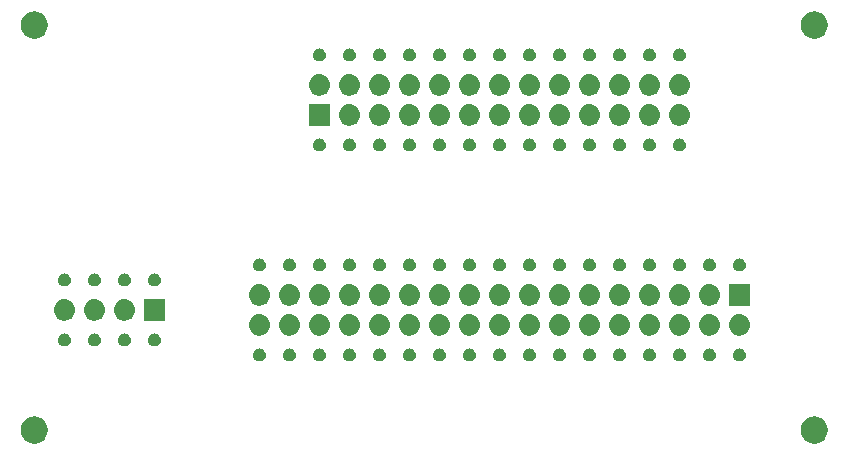
<source format=gbr>
G04 #@! TF.GenerationSoftware,KiCad,Pcbnew,(5.1.2)-2*
G04 #@! TF.CreationDate,2020-11-22T09:57:55+00:00*
G04 #@! TF.ProjectId,26-pin to 34-pin Amiga Floppy Adapter,32362d70-696e-4207-946f-2033342d7069,rev?*
G04 #@! TF.SameCoordinates,Original*
G04 #@! TF.FileFunction,Soldermask,Bot*
G04 #@! TF.FilePolarity,Negative*
%FSLAX46Y46*%
G04 Gerber Fmt 4.6, Leading zero omitted, Abs format (unit mm)*
G04 Created by KiCad (PCBNEW (5.1.2)-2) date 2020-11-22 09:57:55*
%MOMM*%
%LPD*%
G04 APERTURE LIST*
%ADD10C,0.100000*%
G04 APERTURE END LIST*
D10*
G36*
X158974549Y-120791116D02*
G01*
X159085734Y-120813232D01*
X159295203Y-120899997D01*
X159483720Y-121025960D01*
X159644040Y-121186280D01*
X159770003Y-121374797D01*
X159856768Y-121584266D01*
X159901000Y-121806636D01*
X159901000Y-122033364D01*
X159856768Y-122255734D01*
X159770003Y-122465203D01*
X159644040Y-122653720D01*
X159483720Y-122814040D01*
X159295203Y-122940003D01*
X159085734Y-123026768D01*
X158974549Y-123048884D01*
X158863365Y-123071000D01*
X158636635Y-123071000D01*
X158525451Y-123048884D01*
X158414266Y-123026768D01*
X158204797Y-122940003D01*
X158016280Y-122814040D01*
X157855960Y-122653720D01*
X157729997Y-122465203D01*
X157643232Y-122255734D01*
X157599000Y-122033364D01*
X157599000Y-121806636D01*
X157643232Y-121584266D01*
X157729997Y-121374797D01*
X157855960Y-121186280D01*
X158016280Y-121025960D01*
X158204797Y-120899997D01*
X158414266Y-120813232D01*
X158525451Y-120791116D01*
X158636635Y-120769000D01*
X158863365Y-120769000D01*
X158974549Y-120791116D01*
X158974549Y-120791116D01*
G37*
G36*
X92934549Y-120791116D02*
G01*
X93045734Y-120813232D01*
X93255203Y-120899997D01*
X93443720Y-121025960D01*
X93604040Y-121186280D01*
X93730003Y-121374797D01*
X93816768Y-121584266D01*
X93861000Y-121806636D01*
X93861000Y-122033364D01*
X93816768Y-122255734D01*
X93730003Y-122465203D01*
X93604040Y-122653720D01*
X93443720Y-122814040D01*
X93255203Y-122940003D01*
X93045734Y-123026768D01*
X92934549Y-123048884D01*
X92823365Y-123071000D01*
X92596635Y-123071000D01*
X92485451Y-123048884D01*
X92374266Y-123026768D01*
X92164797Y-122940003D01*
X91976280Y-122814040D01*
X91815960Y-122653720D01*
X91689997Y-122465203D01*
X91603232Y-122255734D01*
X91559000Y-122033364D01*
X91559000Y-121806636D01*
X91603232Y-121584266D01*
X91689997Y-121374797D01*
X91815960Y-121186280D01*
X91976280Y-121025960D01*
X92164797Y-120899997D01*
X92374266Y-120813232D01*
X92485451Y-120791116D01*
X92596635Y-120769000D01*
X92823365Y-120769000D01*
X92934549Y-120791116D01*
X92934549Y-120791116D01*
G37*
G36*
X139860721Y-115040174D02*
G01*
X139960995Y-115081709D01*
X139960996Y-115081710D01*
X140051242Y-115142010D01*
X140127990Y-115218758D01*
X140127991Y-115218760D01*
X140188291Y-115309005D01*
X140229826Y-115409279D01*
X140251000Y-115515730D01*
X140251000Y-115624270D01*
X140229826Y-115730721D01*
X140188291Y-115830995D01*
X140188290Y-115830996D01*
X140127990Y-115921242D01*
X140051242Y-115997990D01*
X140005812Y-116028345D01*
X139960995Y-116058291D01*
X139860721Y-116099826D01*
X139754270Y-116121000D01*
X139645730Y-116121000D01*
X139539279Y-116099826D01*
X139439005Y-116058291D01*
X139394188Y-116028345D01*
X139348758Y-115997990D01*
X139272010Y-115921242D01*
X139211710Y-115830996D01*
X139211709Y-115830995D01*
X139170174Y-115730721D01*
X139149000Y-115624270D01*
X139149000Y-115515730D01*
X139170174Y-115409279D01*
X139211709Y-115309005D01*
X139272009Y-115218760D01*
X139272010Y-115218758D01*
X139348758Y-115142010D01*
X139439004Y-115081710D01*
X139439005Y-115081709D01*
X139539279Y-115040174D01*
X139645730Y-115019000D01*
X139754270Y-115019000D01*
X139860721Y-115040174D01*
X139860721Y-115040174D01*
G37*
G36*
X152560721Y-115040174D02*
G01*
X152660995Y-115081709D01*
X152660996Y-115081710D01*
X152751242Y-115142010D01*
X152827990Y-115218758D01*
X152827991Y-115218760D01*
X152888291Y-115309005D01*
X152929826Y-115409279D01*
X152951000Y-115515730D01*
X152951000Y-115624270D01*
X152929826Y-115730721D01*
X152888291Y-115830995D01*
X152888290Y-115830996D01*
X152827990Y-115921242D01*
X152751242Y-115997990D01*
X152705812Y-116028345D01*
X152660995Y-116058291D01*
X152560721Y-116099826D01*
X152454270Y-116121000D01*
X152345730Y-116121000D01*
X152239279Y-116099826D01*
X152139005Y-116058291D01*
X152094188Y-116028345D01*
X152048758Y-115997990D01*
X151972010Y-115921242D01*
X151911710Y-115830996D01*
X151911709Y-115830995D01*
X151870174Y-115730721D01*
X151849000Y-115624270D01*
X151849000Y-115515730D01*
X151870174Y-115409279D01*
X151911709Y-115309005D01*
X151972009Y-115218760D01*
X151972010Y-115218758D01*
X152048758Y-115142010D01*
X152139004Y-115081710D01*
X152139005Y-115081709D01*
X152239279Y-115040174D01*
X152345730Y-115019000D01*
X152454270Y-115019000D01*
X152560721Y-115040174D01*
X152560721Y-115040174D01*
G37*
G36*
X147480721Y-115040174D02*
G01*
X147580995Y-115081709D01*
X147580996Y-115081710D01*
X147671242Y-115142010D01*
X147747990Y-115218758D01*
X147747991Y-115218760D01*
X147808291Y-115309005D01*
X147849826Y-115409279D01*
X147871000Y-115515730D01*
X147871000Y-115624270D01*
X147849826Y-115730721D01*
X147808291Y-115830995D01*
X147808290Y-115830996D01*
X147747990Y-115921242D01*
X147671242Y-115997990D01*
X147625812Y-116028345D01*
X147580995Y-116058291D01*
X147480721Y-116099826D01*
X147374270Y-116121000D01*
X147265730Y-116121000D01*
X147159279Y-116099826D01*
X147059005Y-116058291D01*
X147014188Y-116028345D01*
X146968758Y-115997990D01*
X146892010Y-115921242D01*
X146831710Y-115830996D01*
X146831709Y-115830995D01*
X146790174Y-115730721D01*
X146769000Y-115624270D01*
X146769000Y-115515730D01*
X146790174Y-115409279D01*
X146831709Y-115309005D01*
X146892009Y-115218760D01*
X146892010Y-115218758D01*
X146968758Y-115142010D01*
X147059004Y-115081710D01*
X147059005Y-115081709D01*
X147159279Y-115040174D01*
X147265730Y-115019000D01*
X147374270Y-115019000D01*
X147480721Y-115040174D01*
X147480721Y-115040174D01*
G37*
G36*
X142400721Y-115040174D02*
G01*
X142500995Y-115081709D01*
X142500996Y-115081710D01*
X142591242Y-115142010D01*
X142667990Y-115218758D01*
X142667991Y-115218760D01*
X142728291Y-115309005D01*
X142769826Y-115409279D01*
X142791000Y-115515730D01*
X142791000Y-115624270D01*
X142769826Y-115730721D01*
X142728291Y-115830995D01*
X142728290Y-115830996D01*
X142667990Y-115921242D01*
X142591242Y-115997990D01*
X142545812Y-116028345D01*
X142500995Y-116058291D01*
X142400721Y-116099826D01*
X142294270Y-116121000D01*
X142185730Y-116121000D01*
X142079279Y-116099826D01*
X141979005Y-116058291D01*
X141934188Y-116028345D01*
X141888758Y-115997990D01*
X141812010Y-115921242D01*
X141751710Y-115830996D01*
X141751709Y-115830995D01*
X141710174Y-115730721D01*
X141689000Y-115624270D01*
X141689000Y-115515730D01*
X141710174Y-115409279D01*
X141751709Y-115309005D01*
X141812009Y-115218760D01*
X141812010Y-115218758D01*
X141888758Y-115142010D01*
X141979004Y-115081710D01*
X141979005Y-115081709D01*
X142079279Y-115040174D01*
X142185730Y-115019000D01*
X142294270Y-115019000D01*
X142400721Y-115040174D01*
X142400721Y-115040174D01*
G37*
G36*
X137320721Y-115040174D02*
G01*
X137420995Y-115081709D01*
X137420996Y-115081710D01*
X137511242Y-115142010D01*
X137587990Y-115218758D01*
X137587991Y-115218760D01*
X137648291Y-115309005D01*
X137689826Y-115409279D01*
X137711000Y-115515730D01*
X137711000Y-115624270D01*
X137689826Y-115730721D01*
X137648291Y-115830995D01*
X137648290Y-115830996D01*
X137587990Y-115921242D01*
X137511242Y-115997990D01*
X137465812Y-116028345D01*
X137420995Y-116058291D01*
X137320721Y-116099826D01*
X137214270Y-116121000D01*
X137105730Y-116121000D01*
X136999279Y-116099826D01*
X136899005Y-116058291D01*
X136854188Y-116028345D01*
X136808758Y-115997990D01*
X136732010Y-115921242D01*
X136671710Y-115830996D01*
X136671709Y-115830995D01*
X136630174Y-115730721D01*
X136609000Y-115624270D01*
X136609000Y-115515730D01*
X136630174Y-115409279D01*
X136671709Y-115309005D01*
X136732009Y-115218760D01*
X136732010Y-115218758D01*
X136808758Y-115142010D01*
X136899004Y-115081710D01*
X136899005Y-115081709D01*
X136999279Y-115040174D01*
X137105730Y-115019000D01*
X137214270Y-115019000D01*
X137320721Y-115040174D01*
X137320721Y-115040174D01*
G37*
G36*
X134780721Y-115040174D02*
G01*
X134880995Y-115081709D01*
X134880996Y-115081710D01*
X134971242Y-115142010D01*
X135047990Y-115218758D01*
X135047991Y-115218760D01*
X135108291Y-115309005D01*
X135149826Y-115409279D01*
X135171000Y-115515730D01*
X135171000Y-115624270D01*
X135149826Y-115730721D01*
X135108291Y-115830995D01*
X135108290Y-115830996D01*
X135047990Y-115921242D01*
X134971242Y-115997990D01*
X134925812Y-116028345D01*
X134880995Y-116058291D01*
X134780721Y-116099826D01*
X134674270Y-116121000D01*
X134565730Y-116121000D01*
X134459279Y-116099826D01*
X134359005Y-116058291D01*
X134314188Y-116028345D01*
X134268758Y-115997990D01*
X134192010Y-115921242D01*
X134131710Y-115830996D01*
X134131709Y-115830995D01*
X134090174Y-115730721D01*
X134069000Y-115624270D01*
X134069000Y-115515730D01*
X134090174Y-115409279D01*
X134131709Y-115309005D01*
X134192009Y-115218760D01*
X134192010Y-115218758D01*
X134268758Y-115142010D01*
X134359004Y-115081710D01*
X134359005Y-115081709D01*
X134459279Y-115040174D01*
X134565730Y-115019000D01*
X134674270Y-115019000D01*
X134780721Y-115040174D01*
X134780721Y-115040174D01*
G37*
G36*
X144940721Y-115040174D02*
G01*
X145040995Y-115081709D01*
X145040996Y-115081710D01*
X145131242Y-115142010D01*
X145207990Y-115218758D01*
X145207991Y-115218760D01*
X145268291Y-115309005D01*
X145309826Y-115409279D01*
X145331000Y-115515730D01*
X145331000Y-115624270D01*
X145309826Y-115730721D01*
X145268291Y-115830995D01*
X145268290Y-115830996D01*
X145207990Y-115921242D01*
X145131242Y-115997990D01*
X145085812Y-116028345D01*
X145040995Y-116058291D01*
X144940721Y-116099826D01*
X144834270Y-116121000D01*
X144725730Y-116121000D01*
X144619279Y-116099826D01*
X144519005Y-116058291D01*
X144474188Y-116028345D01*
X144428758Y-115997990D01*
X144352010Y-115921242D01*
X144291710Y-115830996D01*
X144291709Y-115830995D01*
X144250174Y-115730721D01*
X144229000Y-115624270D01*
X144229000Y-115515730D01*
X144250174Y-115409279D01*
X144291709Y-115309005D01*
X144352009Y-115218760D01*
X144352010Y-115218758D01*
X144428758Y-115142010D01*
X144519004Y-115081710D01*
X144519005Y-115081709D01*
X144619279Y-115040174D01*
X144725730Y-115019000D01*
X144834270Y-115019000D01*
X144940721Y-115040174D01*
X144940721Y-115040174D01*
G37*
G36*
X129700721Y-115040174D02*
G01*
X129800995Y-115081709D01*
X129800996Y-115081710D01*
X129891242Y-115142010D01*
X129967990Y-115218758D01*
X129967991Y-115218760D01*
X130028291Y-115309005D01*
X130069826Y-115409279D01*
X130091000Y-115515730D01*
X130091000Y-115624270D01*
X130069826Y-115730721D01*
X130028291Y-115830995D01*
X130028290Y-115830996D01*
X129967990Y-115921242D01*
X129891242Y-115997990D01*
X129845812Y-116028345D01*
X129800995Y-116058291D01*
X129700721Y-116099826D01*
X129594270Y-116121000D01*
X129485730Y-116121000D01*
X129379279Y-116099826D01*
X129279005Y-116058291D01*
X129234188Y-116028345D01*
X129188758Y-115997990D01*
X129112010Y-115921242D01*
X129051710Y-115830996D01*
X129051709Y-115830995D01*
X129010174Y-115730721D01*
X128989000Y-115624270D01*
X128989000Y-115515730D01*
X129010174Y-115409279D01*
X129051709Y-115309005D01*
X129112009Y-115218760D01*
X129112010Y-115218758D01*
X129188758Y-115142010D01*
X129279004Y-115081710D01*
X129279005Y-115081709D01*
X129379279Y-115040174D01*
X129485730Y-115019000D01*
X129594270Y-115019000D01*
X129700721Y-115040174D01*
X129700721Y-115040174D01*
G37*
G36*
X124620721Y-115040174D02*
G01*
X124720995Y-115081709D01*
X124720996Y-115081710D01*
X124811242Y-115142010D01*
X124887990Y-115218758D01*
X124887991Y-115218760D01*
X124948291Y-115309005D01*
X124989826Y-115409279D01*
X125011000Y-115515730D01*
X125011000Y-115624270D01*
X124989826Y-115730721D01*
X124948291Y-115830995D01*
X124948290Y-115830996D01*
X124887990Y-115921242D01*
X124811242Y-115997990D01*
X124765812Y-116028345D01*
X124720995Y-116058291D01*
X124620721Y-116099826D01*
X124514270Y-116121000D01*
X124405730Y-116121000D01*
X124299279Y-116099826D01*
X124199005Y-116058291D01*
X124154188Y-116028345D01*
X124108758Y-115997990D01*
X124032010Y-115921242D01*
X123971710Y-115830996D01*
X123971709Y-115830995D01*
X123930174Y-115730721D01*
X123909000Y-115624270D01*
X123909000Y-115515730D01*
X123930174Y-115409279D01*
X123971709Y-115309005D01*
X124032009Y-115218760D01*
X124032010Y-115218758D01*
X124108758Y-115142010D01*
X124199004Y-115081710D01*
X124199005Y-115081709D01*
X124299279Y-115040174D01*
X124405730Y-115019000D01*
X124514270Y-115019000D01*
X124620721Y-115040174D01*
X124620721Y-115040174D01*
G37*
G36*
X122080721Y-115040174D02*
G01*
X122180995Y-115081709D01*
X122180996Y-115081710D01*
X122271242Y-115142010D01*
X122347990Y-115218758D01*
X122347991Y-115218760D01*
X122408291Y-115309005D01*
X122449826Y-115409279D01*
X122471000Y-115515730D01*
X122471000Y-115624270D01*
X122449826Y-115730721D01*
X122408291Y-115830995D01*
X122408290Y-115830996D01*
X122347990Y-115921242D01*
X122271242Y-115997990D01*
X122225812Y-116028345D01*
X122180995Y-116058291D01*
X122080721Y-116099826D01*
X121974270Y-116121000D01*
X121865730Y-116121000D01*
X121759279Y-116099826D01*
X121659005Y-116058291D01*
X121614188Y-116028345D01*
X121568758Y-115997990D01*
X121492010Y-115921242D01*
X121431710Y-115830996D01*
X121431709Y-115830995D01*
X121390174Y-115730721D01*
X121369000Y-115624270D01*
X121369000Y-115515730D01*
X121390174Y-115409279D01*
X121431709Y-115309005D01*
X121492009Y-115218760D01*
X121492010Y-115218758D01*
X121568758Y-115142010D01*
X121659004Y-115081710D01*
X121659005Y-115081709D01*
X121759279Y-115040174D01*
X121865730Y-115019000D01*
X121974270Y-115019000D01*
X122080721Y-115040174D01*
X122080721Y-115040174D01*
G37*
G36*
X119540721Y-115040174D02*
G01*
X119640995Y-115081709D01*
X119640996Y-115081710D01*
X119731242Y-115142010D01*
X119807990Y-115218758D01*
X119807991Y-115218760D01*
X119868291Y-115309005D01*
X119909826Y-115409279D01*
X119931000Y-115515730D01*
X119931000Y-115624270D01*
X119909826Y-115730721D01*
X119868291Y-115830995D01*
X119868290Y-115830996D01*
X119807990Y-115921242D01*
X119731242Y-115997990D01*
X119685812Y-116028345D01*
X119640995Y-116058291D01*
X119540721Y-116099826D01*
X119434270Y-116121000D01*
X119325730Y-116121000D01*
X119219279Y-116099826D01*
X119119005Y-116058291D01*
X119074188Y-116028345D01*
X119028758Y-115997990D01*
X118952010Y-115921242D01*
X118891710Y-115830996D01*
X118891709Y-115830995D01*
X118850174Y-115730721D01*
X118829000Y-115624270D01*
X118829000Y-115515730D01*
X118850174Y-115409279D01*
X118891709Y-115309005D01*
X118952009Y-115218760D01*
X118952010Y-115218758D01*
X119028758Y-115142010D01*
X119119004Y-115081710D01*
X119119005Y-115081709D01*
X119219279Y-115040174D01*
X119325730Y-115019000D01*
X119434270Y-115019000D01*
X119540721Y-115040174D01*
X119540721Y-115040174D01*
G37*
G36*
X150020721Y-115040174D02*
G01*
X150120995Y-115081709D01*
X150120996Y-115081710D01*
X150211242Y-115142010D01*
X150287990Y-115218758D01*
X150287991Y-115218760D01*
X150348291Y-115309005D01*
X150389826Y-115409279D01*
X150411000Y-115515730D01*
X150411000Y-115624270D01*
X150389826Y-115730721D01*
X150348291Y-115830995D01*
X150348290Y-115830996D01*
X150287990Y-115921242D01*
X150211242Y-115997990D01*
X150165812Y-116028345D01*
X150120995Y-116058291D01*
X150020721Y-116099826D01*
X149914270Y-116121000D01*
X149805730Y-116121000D01*
X149699279Y-116099826D01*
X149599005Y-116058291D01*
X149554188Y-116028345D01*
X149508758Y-115997990D01*
X149432010Y-115921242D01*
X149371710Y-115830996D01*
X149371709Y-115830995D01*
X149330174Y-115730721D01*
X149309000Y-115624270D01*
X149309000Y-115515730D01*
X149330174Y-115409279D01*
X149371709Y-115309005D01*
X149432009Y-115218760D01*
X149432010Y-115218758D01*
X149508758Y-115142010D01*
X149599004Y-115081710D01*
X149599005Y-115081709D01*
X149699279Y-115040174D01*
X149805730Y-115019000D01*
X149914270Y-115019000D01*
X150020721Y-115040174D01*
X150020721Y-115040174D01*
G37*
G36*
X132240721Y-115040174D02*
G01*
X132340995Y-115081709D01*
X132340996Y-115081710D01*
X132431242Y-115142010D01*
X132507990Y-115218758D01*
X132507991Y-115218760D01*
X132568291Y-115309005D01*
X132609826Y-115409279D01*
X132631000Y-115515730D01*
X132631000Y-115624270D01*
X132609826Y-115730721D01*
X132568291Y-115830995D01*
X132568290Y-115830996D01*
X132507990Y-115921242D01*
X132431242Y-115997990D01*
X132385812Y-116028345D01*
X132340995Y-116058291D01*
X132240721Y-116099826D01*
X132134270Y-116121000D01*
X132025730Y-116121000D01*
X131919279Y-116099826D01*
X131819005Y-116058291D01*
X131774188Y-116028345D01*
X131728758Y-115997990D01*
X131652010Y-115921242D01*
X131591710Y-115830996D01*
X131591709Y-115830995D01*
X131550174Y-115730721D01*
X131529000Y-115624270D01*
X131529000Y-115515730D01*
X131550174Y-115409279D01*
X131591709Y-115309005D01*
X131652009Y-115218760D01*
X131652010Y-115218758D01*
X131728758Y-115142010D01*
X131819004Y-115081710D01*
X131819005Y-115081709D01*
X131919279Y-115040174D01*
X132025730Y-115019000D01*
X132134270Y-115019000D01*
X132240721Y-115040174D01*
X132240721Y-115040174D01*
G37*
G36*
X117000721Y-115040174D02*
G01*
X117100995Y-115081709D01*
X117100996Y-115081710D01*
X117191242Y-115142010D01*
X117267990Y-115218758D01*
X117267991Y-115218760D01*
X117328291Y-115309005D01*
X117369826Y-115409279D01*
X117391000Y-115515730D01*
X117391000Y-115624270D01*
X117369826Y-115730721D01*
X117328291Y-115830995D01*
X117328290Y-115830996D01*
X117267990Y-115921242D01*
X117191242Y-115997990D01*
X117145812Y-116028345D01*
X117100995Y-116058291D01*
X117000721Y-116099826D01*
X116894270Y-116121000D01*
X116785730Y-116121000D01*
X116679279Y-116099826D01*
X116579005Y-116058291D01*
X116534188Y-116028345D01*
X116488758Y-115997990D01*
X116412010Y-115921242D01*
X116351710Y-115830996D01*
X116351709Y-115830995D01*
X116310174Y-115730721D01*
X116289000Y-115624270D01*
X116289000Y-115515730D01*
X116310174Y-115409279D01*
X116351709Y-115309005D01*
X116412009Y-115218760D01*
X116412010Y-115218758D01*
X116488758Y-115142010D01*
X116579004Y-115081710D01*
X116579005Y-115081709D01*
X116679279Y-115040174D01*
X116785730Y-115019000D01*
X116894270Y-115019000D01*
X117000721Y-115040174D01*
X117000721Y-115040174D01*
G37*
G36*
X114460721Y-115040174D02*
G01*
X114560995Y-115081709D01*
X114560996Y-115081710D01*
X114651242Y-115142010D01*
X114727990Y-115218758D01*
X114727991Y-115218760D01*
X114788291Y-115309005D01*
X114829826Y-115409279D01*
X114851000Y-115515730D01*
X114851000Y-115624270D01*
X114829826Y-115730721D01*
X114788291Y-115830995D01*
X114788290Y-115830996D01*
X114727990Y-115921242D01*
X114651242Y-115997990D01*
X114605812Y-116028345D01*
X114560995Y-116058291D01*
X114460721Y-116099826D01*
X114354270Y-116121000D01*
X114245730Y-116121000D01*
X114139279Y-116099826D01*
X114039005Y-116058291D01*
X113994188Y-116028345D01*
X113948758Y-115997990D01*
X113872010Y-115921242D01*
X113811710Y-115830996D01*
X113811709Y-115830995D01*
X113770174Y-115730721D01*
X113749000Y-115624270D01*
X113749000Y-115515730D01*
X113770174Y-115409279D01*
X113811709Y-115309005D01*
X113872009Y-115218760D01*
X113872010Y-115218758D01*
X113948758Y-115142010D01*
X114039004Y-115081710D01*
X114039005Y-115081709D01*
X114139279Y-115040174D01*
X114245730Y-115019000D01*
X114354270Y-115019000D01*
X114460721Y-115040174D01*
X114460721Y-115040174D01*
G37*
G36*
X111920721Y-115040174D02*
G01*
X112020995Y-115081709D01*
X112020996Y-115081710D01*
X112111242Y-115142010D01*
X112187990Y-115218758D01*
X112187991Y-115218760D01*
X112248291Y-115309005D01*
X112289826Y-115409279D01*
X112311000Y-115515730D01*
X112311000Y-115624270D01*
X112289826Y-115730721D01*
X112248291Y-115830995D01*
X112248290Y-115830996D01*
X112187990Y-115921242D01*
X112111242Y-115997990D01*
X112065812Y-116028345D01*
X112020995Y-116058291D01*
X111920721Y-116099826D01*
X111814270Y-116121000D01*
X111705730Y-116121000D01*
X111599279Y-116099826D01*
X111499005Y-116058291D01*
X111454188Y-116028345D01*
X111408758Y-115997990D01*
X111332010Y-115921242D01*
X111271710Y-115830996D01*
X111271709Y-115830995D01*
X111230174Y-115730721D01*
X111209000Y-115624270D01*
X111209000Y-115515730D01*
X111230174Y-115409279D01*
X111271709Y-115309005D01*
X111332009Y-115218760D01*
X111332010Y-115218758D01*
X111408758Y-115142010D01*
X111499004Y-115081710D01*
X111499005Y-115081709D01*
X111599279Y-115040174D01*
X111705730Y-115019000D01*
X111814270Y-115019000D01*
X111920721Y-115040174D01*
X111920721Y-115040174D01*
G37*
G36*
X127160721Y-115040174D02*
G01*
X127260995Y-115081709D01*
X127260996Y-115081710D01*
X127351242Y-115142010D01*
X127427990Y-115218758D01*
X127427991Y-115218760D01*
X127488291Y-115309005D01*
X127529826Y-115409279D01*
X127551000Y-115515730D01*
X127551000Y-115624270D01*
X127529826Y-115730721D01*
X127488291Y-115830995D01*
X127488290Y-115830996D01*
X127427990Y-115921242D01*
X127351242Y-115997990D01*
X127305812Y-116028345D01*
X127260995Y-116058291D01*
X127160721Y-116099826D01*
X127054270Y-116121000D01*
X126945730Y-116121000D01*
X126839279Y-116099826D01*
X126739005Y-116058291D01*
X126694188Y-116028345D01*
X126648758Y-115997990D01*
X126572010Y-115921242D01*
X126511710Y-115830996D01*
X126511709Y-115830995D01*
X126470174Y-115730721D01*
X126449000Y-115624270D01*
X126449000Y-115515730D01*
X126470174Y-115409279D01*
X126511709Y-115309005D01*
X126572009Y-115218760D01*
X126572010Y-115218758D01*
X126648758Y-115142010D01*
X126739004Y-115081710D01*
X126739005Y-115081709D01*
X126839279Y-115040174D01*
X126945730Y-115019000D01*
X127054270Y-115019000D01*
X127160721Y-115040174D01*
X127160721Y-115040174D01*
G37*
G36*
X103030721Y-113770174D02*
G01*
X103130995Y-113811709D01*
X103130996Y-113811710D01*
X103221242Y-113872010D01*
X103297990Y-113948758D01*
X103297991Y-113948760D01*
X103358291Y-114039005D01*
X103399826Y-114139279D01*
X103421000Y-114245730D01*
X103421000Y-114354270D01*
X103399826Y-114460721D01*
X103358291Y-114560995D01*
X103358290Y-114560996D01*
X103297990Y-114651242D01*
X103221242Y-114727990D01*
X103175812Y-114758345D01*
X103130995Y-114788291D01*
X103030721Y-114829826D01*
X102924270Y-114851000D01*
X102815730Y-114851000D01*
X102709279Y-114829826D01*
X102609005Y-114788291D01*
X102564188Y-114758345D01*
X102518758Y-114727990D01*
X102442010Y-114651242D01*
X102381710Y-114560996D01*
X102381709Y-114560995D01*
X102340174Y-114460721D01*
X102319000Y-114354270D01*
X102319000Y-114245730D01*
X102340174Y-114139279D01*
X102381709Y-114039005D01*
X102442009Y-113948760D01*
X102442010Y-113948758D01*
X102518758Y-113872010D01*
X102609004Y-113811710D01*
X102609005Y-113811709D01*
X102709279Y-113770174D01*
X102815730Y-113749000D01*
X102924270Y-113749000D01*
X103030721Y-113770174D01*
X103030721Y-113770174D01*
G37*
G36*
X97950721Y-113770174D02*
G01*
X98050995Y-113811709D01*
X98050996Y-113811710D01*
X98141242Y-113872010D01*
X98217990Y-113948758D01*
X98217991Y-113948760D01*
X98278291Y-114039005D01*
X98319826Y-114139279D01*
X98341000Y-114245730D01*
X98341000Y-114354270D01*
X98319826Y-114460721D01*
X98278291Y-114560995D01*
X98278290Y-114560996D01*
X98217990Y-114651242D01*
X98141242Y-114727990D01*
X98095812Y-114758345D01*
X98050995Y-114788291D01*
X97950721Y-114829826D01*
X97844270Y-114851000D01*
X97735730Y-114851000D01*
X97629279Y-114829826D01*
X97529005Y-114788291D01*
X97484188Y-114758345D01*
X97438758Y-114727990D01*
X97362010Y-114651242D01*
X97301710Y-114560996D01*
X97301709Y-114560995D01*
X97260174Y-114460721D01*
X97239000Y-114354270D01*
X97239000Y-114245730D01*
X97260174Y-114139279D01*
X97301709Y-114039005D01*
X97362009Y-113948760D01*
X97362010Y-113948758D01*
X97438758Y-113872010D01*
X97529004Y-113811710D01*
X97529005Y-113811709D01*
X97629279Y-113770174D01*
X97735730Y-113749000D01*
X97844270Y-113749000D01*
X97950721Y-113770174D01*
X97950721Y-113770174D01*
G37*
G36*
X100490721Y-113770174D02*
G01*
X100590995Y-113811709D01*
X100590996Y-113811710D01*
X100681242Y-113872010D01*
X100757990Y-113948758D01*
X100757991Y-113948760D01*
X100818291Y-114039005D01*
X100859826Y-114139279D01*
X100881000Y-114245730D01*
X100881000Y-114354270D01*
X100859826Y-114460721D01*
X100818291Y-114560995D01*
X100818290Y-114560996D01*
X100757990Y-114651242D01*
X100681242Y-114727990D01*
X100635812Y-114758345D01*
X100590995Y-114788291D01*
X100490721Y-114829826D01*
X100384270Y-114851000D01*
X100275730Y-114851000D01*
X100169279Y-114829826D01*
X100069005Y-114788291D01*
X100024188Y-114758345D01*
X99978758Y-114727990D01*
X99902010Y-114651242D01*
X99841710Y-114560996D01*
X99841709Y-114560995D01*
X99800174Y-114460721D01*
X99779000Y-114354270D01*
X99779000Y-114245730D01*
X99800174Y-114139279D01*
X99841709Y-114039005D01*
X99902009Y-113948760D01*
X99902010Y-113948758D01*
X99978758Y-113872010D01*
X100069004Y-113811710D01*
X100069005Y-113811709D01*
X100169279Y-113770174D01*
X100275730Y-113749000D01*
X100384270Y-113749000D01*
X100490721Y-113770174D01*
X100490721Y-113770174D01*
G37*
G36*
X95410721Y-113770174D02*
G01*
X95510995Y-113811709D01*
X95510996Y-113811710D01*
X95601242Y-113872010D01*
X95677990Y-113948758D01*
X95677991Y-113948760D01*
X95738291Y-114039005D01*
X95779826Y-114139279D01*
X95801000Y-114245730D01*
X95801000Y-114354270D01*
X95779826Y-114460721D01*
X95738291Y-114560995D01*
X95738290Y-114560996D01*
X95677990Y-114651242D01*
X95601242Y-114727990D01*
X95555812Y-114758345D01*
X95510995Y-114788291D01*
X95410721Y-114829826D01*
X95304270Y-114851000D01*
X95195730Y-114851000D01*
X95089279Y-114829826D01*
X94989005Y-114788291D01*
X94944188Y-114758345D01*
X94898758Y-114727990D01*
X94822010Y-114651242D01*
X94761710Y-114560996D01*
X94761709Y-114560995D01*
X94720174Y-114460721D01*
X94699000Y-114354270D01*
X94699000Y-114245730D01*
X94720174Y-114139279D01*
X94761709Y-114039005D01*
X94822009Y-113948760D01*
X94822010Y-113948758D01*
X94898758Y-113872010D01*
X94989004Y-113811710D01*
X94989005Y-113811709D01*
X95089279Y-113770174D01*
X95195730Y-113749000D01*
X95304270Y-113749000D01*
X95410721Y-113770174D01*
X95410721Y-113770174D01*
G37*
G36*
X119490443Y-112135519D02*
G01*
X119556627Y-112142037D01*
X119726466Y-112193557D01*
X119882991Y-112277222D01*
X119918729Y-112306552D01*
X120020186Y-112389814D01*
X120103448Y-112491271D01*
X120132778Y-112527009D01*
X120216443Y-112683534D01*
X120267963Y-112853373D01*
X120285359Y-113030000D01*
X120267963Y-113206627D01*
X120216443Y-113376466D01*
X120132778Y-113532991D01*
X120103448Y-113568729D01*
X120020186Y-113670186D01*
X119924149Y-113749000D01*
X119882991Y-113782778D01*
X119726466Y-113866443D01*
X119556627Y-113917963D01*
X119490443Y-113924481D01*
X119424260Y-113931000D01*
X119335740Y-113931000D01*
X119269557Y-113924481D01*
X119203373Y-113917963D01*
X119033534Y-113866443D01*
X118877009Y-113782778D01*
X118835851Y-113749000D01*
X118739814Y-113670186D01*
X118656552Y-113568729D01*
X118627222Y-113532991D01*
X118543557Y-113376466D01*
X118492037Y-113206627D01*
X118474641Y-113030000D01*
X118492037Y-112853373D01*
X118543557Y-112683534D01*
X118627222Y-112527009D01*
X118656552Y-112491271D01*
X118739814Y-112389814D01*
X118841271Y-112306552D01*
X118877009Y-112277222D01*
X119033534Y-112193557D01*
X119203373Y-112142037D01*
X119269557Y-112135519D01*
X119335740Y-112129000D01*
X119424260Y-112129000D01*
X119490443Y-112135519D01*
X119490443Y-112135519D01*
G37*
G36*
X111870443Y-112135519D02*
G01*
X111936627Y-112142037D01*
X112106466Y-112193557D01*
X112262991Y-112277222D01*
X112298729Y-112306552D01*
X112400186Y-112389814D01*
X112483448Y-112491271D01*
X112512778Y-112527009D01*
X112596443Y-112683534D01*
X112647963Y-112853373D01*
X112665359Y-113030000D01*
X112647963Y-113206627D01*
X112596443Y-113376466D01*
X112512778Y-113532991D01*
X112483448Y-113568729D01*
X112400186Y-113670186D01*
X112304149Y-113749000D01*
X112262991Y-113782778D01*
X112106466Y-113866443D01*
X111936627Y-113917963D01*
X111870443Y-113924481D01*
X111804260Y-113931000D01*
X111715740Y-113931000D01*
X111649557Y-113924481D01*
X111583373Y-113917963D01*
X111413534Y-113866443D01*
X111257009Y-113782778D01*
X111215851Y-113749000D01*
X111119814Y-113670186D01*
X111036552Y-113568729D01*
X111007222Y-113532991D01*
X110923557Y-113376466D01*
X110872037Y-113206627D01*
X110854641Y-113030000D01*
X110872037Y-112853373D01*
X110923557Y-112683534D01*
X111007222Y-112527009D01*
X111036552Y-112491271D01*
X111119814Y-112389814D01*
X111221271Y-112306552D01*
X111257009Y-112277222D01*
X111413534Y-112193557D01*
X111583373Y-112142037D01*
X111649557Y-112135519D01*
X111715740Y-112129000D01*
X111804260Y-112129000D01*
X111870443Y-112135519D01*
X111870443Y-112135519D01*
G37*
G36*
X116950443Y-112135519D02*
G01*
X117016627Y-112142037D01*
X117186466Y-112193557D01*
X117342991Y-112277222D01*
X117378729Y-112306552D01*
X117480186Y-112389814D01*
X117563448Y-112491271D01*
X117592778Y-112527009D01*
X117676443Y-112683534D01*
X117727963Y-112853373D01*
X117745359Y-113030000D01*
X117727963Y-113206627D01*
X117676443Y-113376466D01*
X117592778Y-113532991D01*
X117563448Y-113568729D01*
X117480186Y-113670186D01*
X117384149Y-113749000D01*
X117342991Y-113782778D01*
X117186466Y-113866443D01*
X117016627Y-113917963D01*
X116950443Y-113924481D01*
X116884260Y-113931000D01*
X116795740Y-113931000D01*
X116729557Y-113924481D01*
X116663373Y-113917963D01*
X116493534Y-113866443D01*
X116337009Y-113782778D01*
X116295851Y-113749000D01*
X116199814Y-113670186D01*
X116116552Y-113568729D01*
X116087222Y-113532991D01*
X116003557Y-113376466D01*
X115952037Y-113206627D01*
X115934641Y-113030000D01*
X115952037Y-112853373D01*
X116003557Y-112683534D01*
X116087222Y-112527009D01*
X116116552Y-112491271D01*
X116199814Y-112389814D01*
X116301271Y-112306552D01*
X116337009Y-112277222D01*
X116493534Y-112193557D01*
X116663373Y-112142037D01*
X116729557Y-112135519D01*
X116795740Y-112129000D01*
X116884260Y-112129000D01*
X116950443Y-112135519D01*
X116950443Y-112135519D01*
G37*
G36*
X122030443Y-112135519D02*
G01*
X122096627Y-112142037D01*
X122266466Y-112193557D01*
X122422991Y-112277222D01*
X122458729Y-112306552D01*
X122560186Y-112389814D01*
X122643448Y-112491271D01*
X122672778Y-112527009D01*
X122756443Y-112683534D01*
X122807963Y-112853373D01*
X122825359Y-113030000D01*
X122807963Y-113206627D01*
X122756443Y-113376466D01*
X122672778Y-113532991D01*
X122643448Y-113568729D01*
X122560186Y-113670186D01*
X122464149Y-113749000D01*
X122422991Y-113782778D01*
X122266466Y-113866443D01*
X122096627Y-113917963D01*
X122030443Y-113924481D01*
X121964260Y-113931000D01*
X121875740Y-113931000D01*
X121809557Y-113924481D01*
X121743373Y-113917963D01*
X121573534Y-113866443D01*
X121417009Y-113782778D01*
X121375851Y-113749000D01*
X121279814Y-113670186D01*
X121196552Y-113568729D01*
X121167222Y-113532991D01*
X121083557Y-113376466D01*
X121032037Y-113206627D01*
X121014641Y-113030000D01*
X121032037Y-112853373D01*
X121083557Y-112683534D01*
X121167222Y-112527009D01*
X121196552Y-112491271D01*
X121279814Y-112389814D01*
X121381271Y-112306552D01*
X121417009Y-112277222D01*
X121573534Y-112193557D01*
X121743373Y-112142037D01*
X121809557Y-112135519D01*
X121875740Y-112129000D01*
X121964260Y-112129000D01*
X122030443Y-112135519D01*
X122030443Y-112135519D01*
G37*
G36*
X124570443Y-112135519D02*
G01*
X124636627Y-112142037D01*
X124806466Y-112193557D01*
X124962991Y-112277222D01*
X124998729Y-112306552D01*
X125100186Y-112389814D01*
X125183448Y-112491271D01*
X125212778Y-112527009D01*
X125296443Y-112683534D01*
X125347963Y-112853373D01*
X125365359Y-113030000D01*
X125347963Y-113206627D01*
X125296443Y-113376466D01*
X125212778Y-113532991D01*
X125183448Y-113568729D01*
X125100186Y-113670186D01*
X125004149Y-113749000D01*
X124962991Y-113782778D01*
X124806466Y-113866443D01*
X124636627Y-113917963D01*
X124570443Y-113924481D01*
X124504260Y-113931000D01*
X124415740Y-113931000D01*
X124349557Y-113924481D01*
X124283373Y-113917963D01*
X124113534Y-113866443D01*
X123957009Y-113782778D01*
X123915851Y-113749000D01*
X123819814Y-113670186D01*
X123736552Y-113568729D01*
X123707222Y-113532991D01*
X123623557Y-113376466D01*
X123572037Y-113206627D01*
X123554641Y-113030000D01*
X123572037Y-112853373D01*
X123623557Y-112683534D01*
X123707222Y-112527009D01*
X123736552Y-112491271D01*
X123819814Y-112389814D01*
X123921271Y-112306552D01*
X123957009Y-112277222D01*
X124113534Y-112193557D01*
X124283373Y-112142037D01*
X124349557Y-112135519D01*
X124415740Y-112129000D01*
X124504260Y-112129000D01*
X124570443Y-112135519D01*
X124570443Y-112135519D01*
G37*
G36*
X127110443Y-112135519D02*
G01*
X127176627Y-112142037D01*
X127346466Y-112193557D01*
X127502991Y-112277222D01*
X127538729Y-112306552D01*
X127640186Y-112389814D01*
X127723448Y-112491271D01*
X127752778Y-112527009D01*
X127836443Y-112683534D01*
X127887963Y-112853373D01*
X127905359Y-113030000D01*
X127887963Y-113206627D01*
X127836443Y-113376466D01*
X127752778Y-113532991D01*
X127723448Y-113568729D01*
X127640186Y-113670186D01*
X127544149Y-113749000D01*
X127502991Y-113782778D01*
X127346466Y-113866443D01*
X127176627Y-113917963D01*
X127110443Y-113924481D01*
X127044260Y-113931000D01*
X126955740Y-113931000D01*
X126889557Y-113924481D01*
X126823373Y-113917963D01*
X126653534Y-113866443D01*
X126497009Y-113782778D01*
X126455851Y-113749000D01*
X126359814Y-113670186D01*
X126276552Y-113568729D01*
X126247222Y-113532991D01*
X126163557Y-113376466D01*
X126112037Y-113206627D01*
X126094641Y-113030000D01*
X126112037Y-112853373D01*
X126163557Y-112683534D01*
X126247222Y-112527009D01*
X126276552Y-112491271D01*
X126359814Y-112389814D01*
X126461271Y-112306552D01*
X126497009Y-112277222D01*
X126653534Y-112193557D01*
X126823373Y-112142037D01*
X126889557Y-112135519D01*
X126955740Y-112129000D01*
X127044260Y-112129000D01*
X127110443Y-112135519D01*
X127110443Y-112135519D01*
G37*
G36*
X129650443Y-112135519D02*
G01*
X129716627Y-112142037D01*
X129886466Y-112193557D01*
X130042991Y-112277222D01*
X130078729Y-112306552D01*
X130180186Y-112389814D01*
X130263448Y-112491271D01*
X130292778Y-112527009D01*
X130376443Y-112683534D01*
X130427963Y-112853373D01*
X130445359Y-113030000D01*
X130427963Y-113206627D01*
X130376443Y-113376466D01*
X130292778Y-113532991D01*
X130263448Y-113568729D01*
X130180186Y-113670186D01*
X130084149Y-113749000D01*
X130042991Y-113782778D01*
X129886466Y-113866443D01*
X129716627Y-113917963D01*
X129650443Y-113924481D01*
X129584260Y-113931000D01*
X129495740Y-113931000D01*
X129429557Y-113924481D01*
X129363373Y-113917963D01*
X129193534Y-113866443D01*
X129037009Y-113782778D01*
X128995851Y-113749000D01*
X128899814Y-113670186D01*
X128816552Y-113568729D01*
X128787222Y-113532991D01*
X128703557Y-113376466D01*
X128652037Y-113206627D01*
X128634641Y-113030000D01*
X128652037Y-112853373D01*
X128703557Y-112683534D01*
X128787222Y-112527009D01*
X128816552Y-112491271D01*
X128899814Y-112389814D01*
X129001271Y-112306552D01*
X129037009Y-112277222D01*
X129193534Y-112193557D01*
X129363373Y-112142037D01*
X129429557Y-112135519D01*
X129495740Y-112129000D01*
X129584260Y-112129000D01*
X129650443Y-112135519D01*
X129650443Y-112135519D01*
G37*
G36*
X134730443Y-112135519D02*
G01*
X134796627Y-112142037D01*
X134966466Y-112193557D01*
X135122991Y-112277222D01*
X135158729Y-112306552D01*
X135260186Y-112389814D01*
X135343448Y-112491271D01*
X135372778Y-112527009D01*
X135456443Y-112683534D01*
X135507963Y-112853373D01*
X135525359Y-113030000D01*
X135507963Y-113206627D01*
X135456443Y-113376466D01*
X135372778Y-113532991D01*
X135343448Y-113568729D01*
X135260186Y-113670186D01*
X135164149Y-113749000D01*
X135122991Y-113782778D01*
X134966466Y-113866443D01*
X134796627Y-113917963D01*
X134730443Y-113924481D01*
X134664260Y-113931000D01*
X134575740Y-113931000D01*
X134509557Y-113924481D01*
X134443373Y-113917963D01*
X134273534Y-113866443D01*
X134117009Y-113782778D01*
X134075851Y-113749000D01*
X133979814Y-113670186D01*
X133896552Y-113568729D01*
X133867222Y-113532991D01*
X133783557Y-113376466D01*
X133732037Y-113206627D01*
X133714641Y-113030000D01*
X133732037Y-112853373D01*
X133783557Y-112683534D01*
X133867222Y-112527009D01*
X133896552Y-112491271D01*
X133979814Y-112389814D01*
X134081271Y-112306552D01*
X134117009Y-112277222D01*
X134273534Y-112193557D01*
X134443373Y-112142037D01*
X134509557Y-112135519D01*
X134575740Y-112129000D01*
X134664260Y-112129000D01*
X134730443Y-112135519D01*
X134730443Y-112135519D01*
G37*
G36*
X139810443Y-112135519D02*
G01*
X139876627Y-112142037D01*
X140046466Y-112193557D01*
X140202991Y-112277222D01*
X140238729Y-112306552D01*
X140340186Y-112389814D01*
X140423448Y-112491271D01*
X140452778Y-112527009D01*
X140536443Y-112683534D01*
X140587963Y-112853373D01*
X140605359Y-113030000D01*
X140587963Y-113206627D01*
X140536443Y-113376466D01*
X140452778Y-113532991D01*
X140423448Y-113568729D01*
X140340186Y-113670186D01*
X140244149Y-113749000D01*
X140202991Y-113782778D01*
X140046466Y-113866443D01*
X139876627Y-113917963D01*
X139810443Y-113924481D01*
X139744260Y-113931000D01*
X139655740Y-113931000D01*
X139589557Y-113924481D01*
X139523373Y-113917963D01*
X139353534Y-113866443D01*
X139197009Y-113782778D01*
X139155851Y-113749000D01*
X139059814Y-113670186D01*
X138976552Y-113568729D01*
X138947222Y-113532991D01*
X138863557Y-113376466D01*
X138812037Y-113206627D01*
X138794641Y-113030000D01*
X138812037Y-112853373D01*
X138863557Y-112683534D01*
X138947222Y-112527009D01*
X138976552Y-112491271D01*
X139059814Y-112389814D01*
X139161271Y-112306552D01*
X139197009Y-112277222D01*
X139353534Y-112193557D01*
X139523373Y-112142037D01*
X139589557Y-112135519D01*
X139655740Y-112129000D01*
X139744260Y-112129000D01*
X139810443Y-112135519D01*
X139810443Y-112135519D01*
G37*
G36*
X137270443Y-112135519D02*
G01*
X137336627Y-112142037D01*
X137506466Y-112193557D01*
X137662991Y-112277222D01*
X137698729Y-112306552D01*
X137800186Y-112389814D01*
X137883448Y-112491271D01*
X137912778Y-112527009D01*
X137996443Y-112683534D01*
X138047963Y-112853373D01*
X138065359Y-113030000D01*
X138047963Y-113206627D01*
X137996443Y-113376466D01*
X137912778Y-113532991D01*
X137883448Y-113568729D01*
X137800186Y-113670186D01*
X137704149Y-113749000D01*
X137662991Y-113782778D01*
X137506466Y-113866443D01*
X137336627Y-113917963D01*
X137270443Y-113924481D01*
X137204260Y-113931000D01*
X137115740Y-113931000D01*
X137049557Y-113924481D01*
X136983373Y-113917963D01*
X136813534Y-113866443D01*
X136657009Y-113782778D01*
X136615851Y-113749000D01*
X136519814Y-113670186D01*
X136436552Y-113568729D01*
X136407222Y-113532991D01*
X136323557Y-113376466D01*
X136272037Y-113206627D01*
X136254641Y-113030000D01*
X136272037Y-112853373D01*
X136323557Y-112683534D01*
X136407222Y-112527009D01*
X136436552Y-112491271D01*
X136519814Y-112389814D01*
X136621271Y-112306552D01*
X136657009Y-112277222D01*
X136813534Y-112193557D01*
X136983373Y-112142037D01*
X137049557Y-112135519D01*
X137115740Y-112129000D01*
X137204260Y-112129000D01*
X137270443Y-112135519D01*
X137270443Y-112135519D01*
G37*
G36*
X114410443Y-112135519D02*
G01*
X114476627Y-112142037D01*
X114646466Y-112193557D01*
X114802991Y-112277222D01*
X114838729Y-112306552D01*
X114940186Y-112389814D01*
X115023448Y-112491271D01*
X115052778Y-112527009D01*
X115136443Y-112683534D01*
X115187963Y-112853373D01*
X115205359Y-113030000D01*
X115187963Y-113206627D01*
X115136443Y-113376466D01*
X115052778Y-113532991D01*
X115023448Y-113568729D01*
X114940186Y-113670186D01*
X114844149Y-113749000D01*
X114802991Y-113782778D01*
X114646466Y-113866443D01*
X114476627Y-113917963D01*
X114410443Y-113924481D01*
X114344260Y-113931000D01*
X114255740Y-113931000D01*
X114189557Y-113924481D01*
X114123373Y-113917963D01*
X113953534Y-113866443D01*
X113797009Y-113782778D01*
X113755851Y-113749000D01*
X113659814Y-113670186D01*
X113576552Y-113568729D01*
X113547222Y-113532991D01*
X113463557Y-113376466D01*
X113412037Y-113206627D01*
X113394641Y-113030000D01*
X113412037Y-112853373D01*
X113463557Y-112683534D01*
X113547222Y-112527009D01*
X113576552Y-112491271D01*
X113659814Y-112389814D01*
X113761271Y-112306552D01*
X113797009Y-112277222D01*
X113953534Y-112193557D01*
X114123373Y-112142037D01*
X114189557Y-112135519D01*
X114255740Y-112129000D01*
X114344260Y-112129000D01*
X114410443Y-112135519D01*
X114410443Y-112135519D01*
G37*
G36*
X152510443Y-112135519D02*
G01*
X152576627Y-112142037D01*
X152746466Y-112193557D01*
X152902991Y-112277222D01*
X152938729Y-112306552D01*
X153040186Y-112389814D01*
X153123448Y-112491271D01*
X153152778Y-112527009D01*
X153236443Y-112683534D01*
X153287963Y-112853373D01*
X153305359Y-113030000D01*
X153287963Y-113206627D01*
X153236443Y-113376466D01*
X153152778Y-113532991D01*
X153123448Y-113568729D01*
X153040186Y-113670186D01*
X152944149Y-113749000D01*
X152902991Y-113782778D01*
X152746466Y-113866443D01*
X152576627Y-113917963D01*
X152510443Y-113924481D01*
X152444260Y-113931000D01*
X152355740Y-113931000D01*
X152289557Y-113924481D01*
X152223373Y-113917963D01*
X152053534Y-113866443D01*
X151897009Y-113782778D01*
X151855851Y-113749000D01*
X151759814Y-113670186D01*
X151676552Y-113568729D01*
X151647222Y-113532991D01*
X151563557Y-113376466D01*
X151512037Y-113206627D01*
X151494641Y-113030000D01*
X151512037Y-112853373D01*
X151563557Y-112683534D01*
X151647222Y-112527009D01*
X151676552Y-112491271D01*
X151759814Y-112389814D01*
X151861271Y-112306552D01*
X151897009Y-112277222D01*
X152053534Y-112193557D01*
X152223373Y-112142037D01*
X152289557Y-112135519D01*
X152355740Y-112129000D01*
X152444260Y-112129000D01*
X152510443Y-112135519D01*
X152510443Y-112135519D01*
G37*
G36*
X132190443Y-112135519D02*
G01*
X132256627Y-112142037D01*
X132426466Y-112193557D01*
X132582991Y-112277222D01*
X132618729Y-112306552D01*
X132720186Y-112389814D01*
X132803448Y-112491271D01*
X132832778Y-112527009D01*
X132916443Y-112683534D01*
X132967963Y-112853373D01*
X132985359Y-113030000D01*
X132967963Y-113206627D01*
X132916443Y-113376466D01*
X132832778Y-113532991D01*
X132803448Y-113568729D01*
X132720186Y-113670186D01*
X132624149Y-113749000D01*
X132582991Y-113782778D01*
X132426466Y-113866443D01*
X132256627Y-113917963D01*
X132190443Y-113924481D01*
X132124260Y-113931000D01*
X132035740Y-113931000D01*
X131969557Y-113924481D01*
X131903373Y-113917963D01*
X131733534Y-113866443D01*
X131577009Y-113782778D01*
X131535851Y-113749000D01*
X131439814Y-113670186D01*
X131356552Y-113568729D01*
X131327222Y-113532991D01*
X131243557Y-113376466D01*
X131192037Y-113206627D01*
X131174641Y-113030000D01*
X131192037Y-112853373D01*
X131243557Y-112683534D01*
X131327222Y-112527009D01*
X131356552Y-112491271D01*
X131439814Y-112389814D01*
X131541271Y-112306552D01*
X131577009Y-112277222D01*
X131733534Y-112193557D01*
X131903373Y-112142037D01*
X131969557Y-112135519D01*
X132035740Y-112129000D01*
X132124260Y-112129000D01*
X132190443Y-112135519D01*
X132190443Y-112135519D01*
G37*
G36*
X147430443Y-112135519D02*
G01*
X147496627Y-112142037D01*
X147666466Y-112193557D01*
X147822991Y-112277222D01*
X147858729Y-112306552D01*
X147960186Y-112389814D01*
X148043448Y-112491271D01*
X148072778Y-112527009D01*
X148156443Y-112683534D01*
X148207963Y-112853373D01*
X148225359Y-113030000D01*
X148207963Y-113206627D01*
X148156443Y-113376466D01*
X148072778Y-113532991D01*
X148043448Y-113568729D01*
X147960186Y-113670186D01*
X147864149Y-113749000D01*
X147822991Y-113782778D01*
X147666466Y-113866443D01*
X147496627Y-113917963D01*
X147430443Y-113924481D01*
X147364260Y-113931000D01*
X147275740Y-113931000D01*
X147209557Y-113924481D01*
X147143373Y-113917963D01*
X146973534Y-113866443D01*
X146817009Y-113782778D01*
X146775851Y-113749000D01*
X146679814Y-113670186D01*
X146596552Y-113568729D01*
X146567222Y-113532991D01*
X146483557Y-113376466D01*
X146432037Y-113206627D01*
X146414641Y-113030000D01*
X146432037Y-112853373D01*
X146483557Y-112683534D01*
X146567222Y-112527009D01*
X146596552Y-112491271D01*
X146679814Y-112389814D01*
X146781271Y-112306552D01*
X146817009Y-112277222D01*
X146973534Y-112193557D01*
X147143373Y-112142037D01*
X147209557Y-112135519D01*
X147275740Y-112129000D01*
X147364260Y-112129000D01*
X147430443Y-112135519D01*
X147430443Y-112135519D01*
G37*
G36*
X144890443Y-112135519D02*
G01*
X144956627Y-112142037D01*
X145126466Y-112193557D01*
X145282991Y-112277222D01*
X145318729Y-112306552D01*
X145420186Y-112389814D01*
X145503448Y-112491271D01*
X145532778Y-112527009D01*
X145616443Y-112683534D01*
X145667963Y-112853373D01*
X145685359Y-113030000D01*
X145667963Y-113206627D01*
X145616443Y-113376466D01*
X145532778Y-113532991D01*
X145503448Y-113568729D01*
X145420186Y-113670186D01*
X145324149Y-113749000D01*
X145282991Y-113782778D01*
X145126466Y-113866443D01*
X144956627Y-113917963D01*
X144890443Y-113924481D01*
X144824260Y-113931000D01*
X144735740Y-113931000D01*
X144669557Y-113924481D01*
X144603373Y-113917963D01*
X144433534Y-113866443D01*
X144277009Y-113782778D01*
X144235851Y-113749000D01*
X144139814Y-113670186D01*
X144056552Y-113568729D01*
X144027222Y-113532991D01*
X143943557Y-113376466D01*
X143892037Y-113206627D01*
X143874641Y-113030000D01*
X143892037Y-112853373D01*
X143943557Y-112683534D01*
X144027222Y-112527009D01*
X144056552Y-112491271D01*
X144139814Y-112389814D01*
X144241271Y-112306552D01*
X144277009Y-112277222D01*
X144433534Y-112193557D01*
X144603373Y-112142037D01*
X144669557Y-112135519D01*
X144735740Y-112129000D01*
X144824260Y-112129000D01*
X144890443Y-112135519D01*
X144890443Y-112135519D01*
G37*
G36*
X142350443Y-112135519D02*
G01*
X142416627Y-112142037D01*
X142586466Y-112193557D01*
X142742991Y-112277222D01*
X142778729Y-112306552D01*
X142880186Y-112389814D01*
X142963448Y-112491271D01*
X142992778Y-112527009D01*
X143076443Y-112683534D01*
X143127963Y-112853373D01*
X143145359Y-113030000D01*
X143127963Y-113206627D01*
X143076443Y-113376466D01*
X142992778Y-113532991D01*
X142963448Y-113568729D01*
X142880186Y-113670186D01*
X142784149Y-113749000D01*
X142742991Y-113782778D01*
X142586466Y-113866443D01*
X142416627Y-113917963D01*
X142350443Y-113924481D01*
X142284260Y-113931000D01*
X142195740Y-113931000D01*
X142129557Y-113924481D01*
X142063373Y-113917963D01*
X141893534Y-113866443D01*
X141737009Y-113782778D01*
X141695851Y-113749000D01*
X141599814Y-113670186D01*
X141516552Y-113568729D01*
X141487222Y-113532991D01*
X141403557Y-113376466D01*
X141352037Y-113206627D01*
X141334641Y-113030000D01*
X141352037Y-112853373D01*
X141403557Y-112683534D01*
X141487222Y-112527009D01*
X141516552Y-112491271D01*
X141599814Y-112389814D01*
X141701271Y-112306552D01*
X141737009Y-112277222D01*
X141893534Y-112193557D01*
X142063373Y-112142037D01*
X142129557Y-112135519D01*
X142195740Y-112129000D01*
X142284260Y-112129000D01*
X142350443Y-112135519D01*
X142350443Y-112135519D01*
G37*
G36*
X149970443Y-112135519D02*
G01*
X150036627Y-112142037D01*
X150206466Y-112193557D01*
X150362991Y-112277222D01*
X150398729Y-112306552D01*
X150500186Y-112389814D01*
X150583448Y-112491271D01*
X150612778Y-112527009D01*
X150696443Y-112683534D01*
X150747963Y-112853373D01*
X150765359Y-113030000D01*
X150747963Y-113206627D01*
X150696443Y-113376466D01*
X150612778Y-113532991D01*
X150583448Y-113568729D01*
X150500186Y-113670186D01*
X150404149Y-113749000D01*
X150362991Y-113782778D01*
X150206466Y-113866443D01*
X150036627Y-113917963D01*
X149970443Y-113924481D01*
X149904260Y-113931000D01*
X149815740Y-113931000D01*
X149749557Y-113924481D01*
X149683373Y-113917963D01*
X149513534Y-113866443D01*
X149357009Y-113782778D01*
X149315851Y-113749000D01*
X149219814Y-113670186D01*
X149136552Y-113568729D01*
X149107222Y-113532991D01*
X149023557Y-113376466D01*
X148972037Y-113206627D01*
X148954641Y-113030000D01*
X148972037Y-112853373D01*
X149023557Y-112683534D01*
X149107222Y-112527009D01*
X149136552Y-112491271D01*
X149219814Y-112389814D01*
X149321271Y-112306552D01*
X149357009Y-112277222D01*
X149513534Y-112193557D01*
X149683373Y-112142037D01*
X149749557Y-112135519D01*
X149815740Y-112129000D01*
X149904260Y-112129000D01*
X149970443Y-112135519D01*
X149970443Y-112135519D01*
G37*
G36*
X95360442Y-110865518D02*
G01*
X95426627Y-110872037D01*
X95596466Y-110923557D01*
X95752991Y-111007222D01*
X95788729Y-111036552D01*
X95890186Y-111119814D01*
X95973448Y-111221271D01*
X96002778Y-111257009D01*
X96086443Y-111413534D01*
X96137963Y-111583373D01*
X96155359Y-111760000D01*
X96137963Y-111936627D01*
X96086443Y-112106466D01*
X96002778Y-112262991D01*
X95973448Y-112298729D01*
X95890186Y-112400186D01*
X95788729Y-112483448D01*
X95752991Y-112512778D01*
X95596466Y-112596443D01*
X95426627Y-112647963D01*
X95360442Y-112654482D01*
X95294260Y-112661000D01*
X95205740Y-112661000D01*
X95139558Y-112654482D01*
X95073373Y-112647963D01*
X94903534Y-112596443D01*
X94747009Y-112512778D01*
X94711271Y-112483448D01*
X94609814Y-112400186D01*
X94526552Y-112298729D01*
X94497222Y-112262991D01*
X94413557Y-112106466D01*
X94362037Y-111936627D01*
X94344641Y-111760000D01*
X94362037Y-111583373D01*
X94413557Y-111413534D01*
X94497222Y-111257009D01*
X94526552Y-111221271D01*
X94609814Y-111119814D01*
X94711271Y-111036552D01*
X94747009Y-111007222D01*
X94903534Y-110923557D01*
X95073373Y-110872037D01*
X95139558Y-110865518D01*
X95205740Y-110859000D01*
X95294260Y-110859000D01*
X95360442Y-110865518D01*
X95360442Y-110865518D01*
G37*
G36*
X97900442Y-110865518D02*
G01*
X97966627Y-110872037D01*
X98136466Y-110923557D01*
X98292991Y-111007222D01*
X98328729Y-111036552D01*
X98430186Y-111119814D01*
X98513448Y-111221271D01*
X98542778Y-111257009D01*
X98626443Y-111413534D01*
X98677963Y-111583373D01*
X98695359Y-111760000D01*
X98677963Y-111936627D01*
X98626443Y-112106466D01*
X98542778Y-112262991D01*
X98513448Y-112298729D01*
X98430186Y-112400186D01*
X98328729Y-112483448D01*
X98292991Y-112512778D01*
X98136466Y-112596443D01*
X97966627Y-112647963D01*
X97900442Y-112654482D01*
X97834260Y-112661000D01*
X97745740Y-112661000D01*
X97679558Y-112654482D01*
X97613373Y-112647963D01*
X97443534Y-112596443D01*
X97287009Y-112512778D01*
X97251271Y-112483448D01*
X97149814Y-112400186D01*
X97066552Y-112298729D01*
X97037222Y-112262991D01*
X96953557Y-112106466D01*
X96902037Y-111936627D01*
X96884641Y-111760000D01*
X96902037Y-111583373D01*
X96953557Y-111413534D01*
X97037222Y-111257009D01*
X97066552Y-111221271D01*
X97149814Y-111119814D01*
X97251271Y-111036552D01*
X97287009Y-111007222D01*
X97443534Y-110923557D01*
X97613373Y-110872037D01*
X97679558Y-110865518D01*
X97745740Y-110859000D01*
X97834260Y-110859000D01*
X97900442Y-110865518D01*
X97900442Y-110865518D01*
G37*
G36*
X103771000Y-112661000D02*
G01*
X101969000Y-112661000D01*
X101969000Y-110859000D01*
X103771000Y-110859000D01*
X103771000Y-112661000D01*
X103771000Y-112661000D01*
G37*
G36*
X100440442Y-110865518D02*
G01*
X100506627Y-110872037D01*
X100676466Y-110923557D01*
X100832991Y-111007222D01*
X100868729Y-111036552D01*
X100970186Y-111119814D01*
X101053448Y-111221271D01*
X101082778Y-111257009D01*
X101166443Y-111413534D01*
X101217963Y-111583373D01*
X101235359Y-111760000D01*
X101217963Y-111936627D01*
X101166443Y-112106466D01*
X101082778Y-112262991D01*
X101053448Y-112298729D01*
X100970186Y-112400186D01*
X100868729Y-112483448D01*
X100832991Y-112512778D01*
X100676466Y-112596443D01*
X100506627Y-112647963D01*
X100440442Y-112654482D01*
X100374260Y-112661000D01*
X100285740Y-112661000D01*
X100219558Y-112654482D01*
X100153373Y-112647963D01*
X99983534Y-112596443D01*
X99827009Y-112512778D01*
X99791271Y-112483448D01*
X99689814Y-112400186D01*
X99606552Y-112298729D01*
X99577222Y-112262991D01*
X99493557Y-112106466D01*
X99442037Y-111936627D01*
X99424641Y-111760000D01*
X99442037Y-111583373D01*
X99493557Y-111413534D01*
X99577222Y-111257009D01*
X99606552Y-111221271D01*
X99689814Y-111119814D01*
X99791271Y-111036552D01*
X99827009Y-111007222D01*
X99983534Y-110923557D01*
X100153373Y-110872037D01*
X100219558Y-110865518D01*
X100285740Y-110859000D01*
X100374260Y-110859000D01*
X100440442Y-110865518D01*
X100440442Y-110865518D01*
G37*
G36*
X132190442Y-109595518D02*
G01*
X132256627Y-109602037D01*
X132426466Y-109653557D01*
X132582991Y-109737222D01*
X132618729Y-109766552D01*
X132720186Y-109849814D01*
X132803448Y-109951271D01*
X132832778Y-109987009D01*
X132916443Y-110143534D01*
X132967963Y-110313373D01*
X132985359Y-110490000D01*
X132967963Y-110666627D01*
X132916443Y-110836466D01*
X132832778Y-110992991D01*
X132803448Y-111028729D01*
X132720186Y-111130186D01*
X132618729Y-111213448D01*
X132582991Y-111242778D01*
X132426466Y-111326443D01*
X132256627Y-111377963D01*
X132190443Y-111384481D01*
X132124260Y-111391000D01*
X132035740Y-111391000D01*
X131969557Y-111384481D01*
X131903373Y-111377963D01*
X131733534Y-111326443D01*
X131577009Y-111242778D01*
X131541271Y-111213448D01*
X131439814Y-111130186D01*
X131356552Y-111028729D01*
X131327222Y-110992991D01*
X131243557Y-110836466D01*
X131192037Y-110666627D01*
X131174641Y-110490000D01*
X131192037Y-110313373D01*
X131243557Y-110143534D01*
X131327222Y-109987009D01*
X131356552Y-109951271D01*
X131439814Y-109849814D01*
X131541271Y-109766552D01*
X131577009Y-109737222D01*
X131733534Y-109653557D01*
X131903373Y-109602037D01*
X131969558Y-109595518D01*
X132035740Y-109589000D01*
X132124260Y-109589000D01*
X132190442Y-109595518D01*
X132190442Y-109595518D01*
G37*
G36*
X134730442Y-109595518D02*
G01*
X134796627Y-109602037D01*
X134966466Y-109653557D01*
X135122991Y-109737222D01*
X135158729Y-109766552D01*
X135260186Y-109849814D01*
X135343448Y-109951271D01*
X135372778Y-109987009D01*
X135456443Y-110143534D01*
X135507963Y-110313373D01*
X135525359Y-110490000D01*
X135507963Y-110666627D01*
X135456443Y-110836466D01*
X135372778Y-110992991D01*
X135343448Y-111028729D01*
X135260186Y-111130186D01*
X135158729Y-111213448D01*
X135122991Y-111242778D01*
X134966466Y-111326443D01*
X134796627Y-111377963D01*
X134730443Y-111384481D01*
X134664260Y-111391000D01*
X134575740Y-111391000D01*
X134509557Y-111384481D01*
X134443373Y-111377963D01*
X134273534Y-111326443D01*
X134117009Y-111242778D01*
X134081271Y-111213448D01*
X133979814Y-111130186D01*
X133896552Y-111028729D01*
X133867222Y-110992991D01*
X133783557Y-110836466D01*
X133732037Y-110666627D01*
X133714641Y-110490000D01*
X133732037Y-110313373D01*
X133783557Y-110143534D01*
X133867222Y-109987009D01*
X133896552Y-109951271D01*
X133979814Y-109849814D01*
X134081271Y-109766552D01*
X134117009Y-109737222D01*
X134273534Y-109653557D01*
X134443373Y-109602037D01*
X134509558Y-109595518D01*
X134575740Y-109589000D01*
X134664260Y-109589000D01*
X134730442Y-109595518D01*
X134730442Y-109595518D01*
G37*
G36*
X137270442Y-109595518D02*
G01*
X137336627Y-109602037D01*
X137506466Y-109653557D01*
X137662991Y-109737222D01*
X137698729Y-109766552D01*
X137800186Y-109849814D01*
X137883448Y-109951271D01*
X137912778Y-109987009D01*
X137996443Y-110143534D01*
X138047963Y-110313373D01*
X138065359Y-110490000D01*
X138047963Y-110666627D01*
X137996443Y-110836466D01*
X137912778Y-110992991D01*
X137883448Y-111028729D01*
X137800186Y-111130186D01*
X137698729Y-111213448D01*
X137662991Y-111242778D01*
X137506466Y-111326443D01*
X137336627Y-111377963D01*
X137270443Y-111384481D01*
X137204260Y-111391000D01*
X137115740Y-111391000D01*
X137049557Y-111384481D01*
X136983373Y-111377963D01*
X136813534Y-111326443D01*
X136657009Y-111242778D01*
X136621271Y-111213448D01*
X136519814Y-111130186D01*
X136436552Y-111028729D01*
X136407222Y-110992991D01*
X136323557Y-110836466D01*
X136272037Y-110666627D01*
X136254641Y-110490000D01*
X136272037Y-110313373D01*
X136323557Y-110143534D01*
X136407222Y-109987009D01*
X136436552Y-109951271D01*
X136519814Y-109849814D01*
X136621271Y-109766552D01*
X136657009Y-109737222D01*
X136813534Y-109653557D01*
X136983373Y-109602037D01*
X137049558Y-109595518D01*
X137115740Y-109589000D01*
X137204260Y-109589000D01*
X137270442Y-109595518D01*
X137270442Y-109595518D01*
G37*
G36*
X139810442Y-109595518D02*
G01*
X139876627Y-109602037D01*
X140046466Y-109653557D01*
X140202991Y-109737222D01*
X140238729Y-109766552D01*
X140340186Y-109849814D01*
X140423448Y-109951271D01*
X140452778Y-109987009D01*
X140536443Y-110143534D01*
X140587963Y-110313373D01*
X140605359Y-110490000D01*
X140587963Y-110666627D01*
X140536443Y-110836466D01*
X140452778Y-110992991D01*
X140423448Y-111028729D01*
X140340186Y-111130186D01*
X140238729Y-111213448D01*
X140202991Y-111242778D01*
X140046466Y-111326443D01*
X139876627Y-111377963D01*
X139810443Y-111384481D01*
X139744260Y-111391000D01*
X139655740Y-111391000D01*
X139589557Y-111384481D01*
X139523373Y-111377963D01*
X139353534Y-111326443D01*
X139197009Y-111242778D01*
X139161271Y-111213448D01*
X139059814Y-111130186D01*
X138976552Y-111028729D01*
X138947222Y-110992991D01*
X138863557Y-110836466D01*
X138812037Y-110666627D01*
X138794641Y-110490000D01*
X138812037Y-110313373D01*
X138863557Y-110143534D01*
X138947222Y-109987009D01*
X138976552Y-109951271D01*
X139059814Y-109849814D01*
X139161271Y-109766552D01*
X139197009Y-109737222D01*
X139353534Y-109653557D01*
X139523373Y-109602037D01*
X139589558Y-109595518D01*
X139655740Y-109589000D01*
X139744260Y-109589000D01*
X139810442Y-109595518D01*
X139810442Y-109595518D01*
G37*
G36*
X142350442Y-109595518D02*
G01*
X142416627Y-109602037D01*
X142586466Y-109653557D01*
X142742991Y-109737222D01*
X142778729Y-109766552D01*
X142880186Y-109849814D01*
X142963448Y-109951271D01*
X142992778Y-109987009D01*
X143076443Y-110143534D01*
X143127963Y-110313373D01*
X143145359Y-110490000D01*
X143127963Y-110666627D01*
X143076443Y-110836466D01*
X142992778Y-110992991D01*
X142963448Y-111028729D01*
X142880186Y-111130186D01*
X142778729Y-111213448D01*
X142742991Y-111242778D01*
X142586466Y-111326443D01*
X142416627Y-111377963D01*
X142350443Y-111384481D01*
X142284260Y-111391000D01*
X142195740Y-111391000D01*
X142129557Y-111384481D01*
X142063373Y-111377963D01*
X141893534Y-111326443D01*
X141737009Y-111242778D01*
X141701271Y-111213448D01*
X141599814Y-111130186D01*
X141516552Y-111028729D01*
X141487222Y-110992991D01*
X141403557Y-110836466D01*
X141352037Y-110666627D01*
X141334641Y-110490000D01*
X141352037Y-110313373D01*
X141403557Y-110143534D01*
X141487222Y-109987009D01*
X141516552Y-109951271D01*
X141599814Y-109849814D01*
X141701271Y-109766552D01*
X141737009Y-109737222D01*
X141893534Y-109653557D01*
X142063373Y-109602037D01*
X142129558Y-109595518D01*
X142195740Y-109589000D01*
X142284260Y-109589000D01*
X142350442Y-109595518D01*
X142350442Y-109595518D01*
G37*
G36*
X144890442Y-109595518D02*
G01*
X144956627Y-109602037D01*
X145126466Y-109653557D01*
X145282991Y-109737222D01*
X145318729Y-109766552D01*
X145420186Y-109849814D01*
X145503448Y-109951271D01*
X145532778Y-109987009D01*
X145616443Y-110143534D01*
X145667963Y-110313373D01*
X145685359Y-110490000D01*
X145667963Y-110666627D01*
X145616443Y-110836466D01*
X145532778Y-110992991D01*
X145503448Y-111028729D01*
X145420186Y-111130186D01*
X145318729Y-111213448D01*
X145282991Y-111242778D01*
X145126466Y-111326443D01*
X144956627Y-111377963D01*
X144890443Y-111384481D01*
X144824260Y-111391000D01*
X144735740Y-111391000D01*
X144669557Y-111384481D01*
X144603373Y-111377963D01*
X144433534Y-111326443D01*
X144277009Y-111242778D01*
X144241271Y-111213448D01*
X144139814Y-111130186D01*
X144056552Y-111028729D01*
X144027222Y-110992991D01*
X143943557Y-110836466D01*
X143892037Y-110666627D01*
X143874641Y-110490000D01*
X143892037Y-110313373D01*
X143943557Y-110143534D01*
X144027222Y-109987009D01*
X144056552Y-109951271D01*
X144139814Y-109849814D01*
X144241271Y-109766552D01*
X144277009Y-109737222D01*
X144433534Y-109653557D01*
X144603373Y-109602037D01*
X144669558Y-109595518D01*
X144735740Y-109589000D01*
X144824260Y-109589000D01*
X144890442Y-109595518D01*
X144890442Y-109595518D01*
G37*
G36*
X147430442Y-109595518D02*
G01*
X147496627Y-109602037D01*
X147666466Y-109653557D01*
X147822991Y-109737222D01*
X147858729Y-109766552D01*
X147960186Y-109849814D01*
X148043448Y-109951271D01*
X148072778Y-109987009D01*
X148156443Y-110143534D01*
X148207963Y-110313373D01*
X148225359Y-110490000D01*
X148207963Y-110666627D01*
X148156443Y-110836466D01*
X148072778Y-110992991D01*
X148043448Y-111028729D01*
X147960186Y-111130186D01*
X147858729Y-111213448D01*
X147822991Y-111242778D01*
X147666466Y-111326443D01*
X147496627Y-111377963D01*
X147430443Y-111384481D01*
X147364260Y-111391000D01*
X147275740Y-111391000D01*
X147209557Y-111384481D01*
X147143373Y-111377963D01*
X146973534Y-111326443D01*
X146817009Y-111242778D01*
X146781271Y-111213448D01*
X146679814Y-111130186D01*
X146596552Y-111028729D01*
X146567222Y-110992991D01*
X146483557Y-110836466D01*
X146432037Y-110666627D01*
X146414641Y-110490000D01*
X146432037Y-110313373D01*
X146483557Y-110143534D01*
X146567222Y-109987009D01*
X146596552Y-109951271D01*
X146679814Y-109849814D01*
X146781271Y-109766552D01*
X146817009Y-109737222D01*
X146973534Y-109653557D01*
X147143373Y-109602037D01*
X147209558Y-109595518D01*
X147275740Y-109589000D01*
X147364260Y-109589000D01*
X147430442Y-109595518D01*
X147430442Y-109595518D01*
G37*
G36*
X149970442Y-109595518D02*
G01*
X150036627Y-109602037D01*
X150206466Y-109653557D01*
X150362991Y-109737222D01*
X150398729Y-109766552D01*
X150500186Y-109849814D01*
X150583448Y-109951271D01*
X150612778Y-109987009D01*
X150696443Y-110143534D01*
X150747963Y-110313373D01*
X150765359Y-110490000D01*
X150747963Y-110666627D01*
X150696443Y-110836466D01*
X150612778Y-110992991D01*
X150583448Y-111028729D01*
X150500186Y-111130186D01*
X150398729Y-111213448D01*
X150362991Y-111242778D01*
X150206466Y-111326443D01*
X150036627Y-111377963D01*
X149970443Y-111384481D01*
X149904260Y-111391000D01*
X149815740Y-111391000D01*
X149749557Y-111384481D01*
X149683373Y-111377963D01*
X149513534Y-111326443D01*
X149357009Y-111242778D01*
X149321271Y-111213448D01*
X149219814Y-111130186D01*
X149136552Y-111028729D01*
X149107222Y-110992991D01*
X149023557Y-110836466D01*
X148972037Y-110666627D01*
X148954641Y-110490000D01*
X148972037Y-110313373D01*
X149023557Y-110143534D01*
X149107222Y-109987009D01*
X149136552Y-109951271D01*
X149219814Y-109849814D01*
X149321271Y-109766552D01*
X149357009Y-109737222D01*
X149513534Y-109653557D01*
X149683373Y-109602037D01*
X149749558Y-109595518D01*
X149815740Y-109589000D01*
X149904260Y-109589000D01*
X149970442Y-109595518D01*
X149970442Y-109595518D01*
G37*
G36*
X153301000Y-111391000D02*
G01*
X151499000Y-111391000D01*
X151499000Y-109589000D01*
X153301000Y-109589000D01*
X153301000Y-111391000D01*
X153301000Y-111391000D01*
G37*
G36*
X127110442Y-109595518D02*
G01*
X127176627Y-109602037D01*
X127346466Y-109653557D01*
X127502991Y-109737222D01*
X127538729Y-109766552D01*
X127640186Y-109849814D01*
X127723448Y-109951271D01*
X127752778Y-109987009D01*
X127836443Y-110143534D01*
X127887963Y-110313373D01*
X127905359Y-110490000D01*
X127887963Y-110666627D01*
X127836443Y-110836466D01*
X127752778Y-110992991D01*
X127723448Y-111028729D01*
X127640186Y-111130186D01*
X127538729Y-111213448D01*
X127502991Y-111242778D01*
X127346466Y-111326443D01*
X127176627Y-111377963D01*
X127110443Y-111384481D01*
X127044260Y-111391000D01*
X126955740Y-111391000D01*
X126889557Y-111384481D01*
X126823373Y-111377963D01*
X126653534Y-111326443D01*
X126497009Y-111242778D01*
X126461271Y-111213448D01*
X126359814Y-111130186D01*
X126276552Y-111028729D01*
X126247222Y-110992991D01*
X126163557Y-110836466D01*
X126112037Y-110666627D01*
X126094641Y-110490000D01*
X126112037Y-110313373D01*
X126163557Y-110143534D01*
X126247222Y-109987009D01*
X126276552Y-109951271D01*
X126359814Y-109849814D01*
X126461271Y-109766552D01*
X126497009Y-109737222D01*
X126653534Y-109653557D01*
X126823373Y-109602037D01*
X126889558Y-109595518D01*
X126955740Y-109589000D01*
X127044260Y-109589000D01*
X127110442Y-109595518D01*
X127110442Y-109595518D01*
G37*
G36*
X124570442Y-109595518D02*
G01*
X124636627Y-109602037D01*
X124806466Y-109653557D01*
X124962991Y-109737222D01*
X124998729Y-109766552D01*
X125100186Y-109849814D01*
X125183448Y-109951271D01*
X125212778Y-109987009D01*
X125296443Y-110143534D01*
X125347963Y-110313373D01*
X125365359Y-110490000D01*
X125347963Y-110666627D01*
X125296443Y-110836466D01*
X125212778Y-110992991D01*
X125183448Y-111028729D01*
X125100186Y-111130186D01*
X124998729Y-111213448D01*
X124962991Y-111242778D01*
X124806466Y-111326443D01*
X124636627Y-111377963D01*
X124570443Y-111384481D01*
X124504260Y-111391000D01*
X124415740Y-111391000D01*
X124349557Y-111384481D01*
X124283373Y-111377963D01*
X124113534Y-111326443D01*
X123957009Y-111242778D01*
X123921271Y-111213448D01*
X123819814Y-111130186D01*
X123736552Y-111028729D01*
X123707222Y-110992991D01*
X123623557Y-110836466D01*
X123572037Y-110666627D01*
X123554641Y-110490000D01*
X123572037Y-110313373D01*
X123623557Y-110143534D01*
X123707222Y-109987009D01*
X123736552Y-109951271D01*
X123819814Y-109849814D01*
X123921271Y-109766552D01*
X123957009Y-109737222D01*
X124113534Y-109653557D01*
X124283373Y-109602037D01*
X124349558Y-109595518D01*
X124415740Y-109589000D01*
X124504260Y-109589000D01*
X124570442Y-109595518D01*
X124570442Y-109595518D01*
G37*
G36*
X111870442Y-109595518D02*
G01*
X111936627Y-109602037D01*
X112106466Y-109653557D01*
X112262991Y-109737222D01*
X112298729Y-109766552D01*
X112400186Y-109849814D01*
X112483448Y-109951271D01*
X112512778Y-109987009D01*
X112596443Y-110143534D01*
X112647963Y-110313373D01*
X112665359Y-110490000D01*
X112647963Y-110666627D01*
X112596443Y-110836466D01*
X112512778Y-110992991D01*
X112483448Y-111028729D01*
X112400186Y-111130186D01*
X112298729Y-111213448D01*
X112262991Y-111242778D01*
X112106466Y-111326443D01*
X111936627Y-111377963D01*
X111870443Y-111384481D01*
X111804260Y-111391000D01*
X111715740Y-111391000D01*
X111649557Y-111384481D01*
X111583373Y-111377963D01*
X111413534Y-111326443D01*
X111257009Y-111242778D01*
X111221271Y-111213448D01*
X111119814Y-111130186D01*
X111036552Y-111028729D01*
X111007222Y-110992991D01*
X110923557Y-110836466D01*
X110872037Y-110666627D01*
X110854641Y-110490000D01*
X110872037Y-110313373D01*
X110923557Y-110143534D01*
X111007222Y-109987009D01*
X111036552Y-109951271D01*
X111119814Y-109849814D01*
X111221271Y-109766552D01*
X111257009Y-109737222D01*
X111413534Y-109653557D01*
X111583373Y-109602037D01*
X111649558Y-109595518D01*
X111715740Y-109589000D01*
X111804260Y-109589000D01*
X111870442Y-109595518D01*
X111870442Y-109595518D01*
G37*
G36*
X114410442Y-109595518D02*
G01*
X114476627Y-109602037D01*
X114646466Y-109653557D01*
X114802991Y-109737222D01*
X114838729Y-109766552D01*
X114940186Y-109849814D01*
X115023448Y-109951271D01*
X115052778Y-109987009D01*
X115136443Y-110143534D01*
X115187963Y-110313373D01*
X115205359Y-110490000D01*
X115187963Y-110666627D01*
X115136443Y-110836466D01*
X115052778Y-110992991D01*
X115023448Y-111028729D01*
X114940186Y-111130186D01*
X114838729Y-111213448D01*
X114802991Y-111242778D01*
X114646466Y-111326443D01*
X114476627Y-111377963D01*
X114410443Y-111384481D01*
X114344260Y-111391000D01*
X114255740Y-111391000D01*
X114189557Y-111384481D01*
X114123373Y-111377963D01*
X113953534Y-111326443D01*
X113797009Y-111242778D01*
X113761271Y-111213448D01*
X113659814Y-111130186D01*
X113576552Y-111028729D01*
X113547222Y-110992991D01*
X113463557Y-110836466D01*
X113412037Y-110666627D01*
X113394641Y-110490000D01*
X113412037Y-110313373D01*
X113463557Y-110143534D01*
X113547222Y-109987009D01*
X113576552Y-109951271D01*
X113659814Y-109849814D01*
X113761271Y-109766552D01*
X113797009Y-109737222D01*
X113953534Y-109653557D01*
X114123373Y-109602037D01*
X114189558Y-109595518D01*
X114255740Y-109589000D01*
X114344260Y-109589000D01*
X114410442Y-109595518D01*
X114410442Y-109595518D01*
G37*
G36*
X116950442Y-109595518D02*
G01*
X117016627Y-109602037D01*
X117186466Y-109653557D01*
X117342991Y-109737222D01*
X117378729Y-109766552D01*
X117480186Y-109849814D01*
X117563448Y-109951271D01*
X117592778Y-109987009D01*
X117676443Y-110143534D01*
X117727963Y-110313373D01*
X117745359Y-110490000D01*
X117727963Y-110666627D01*
X117676443Y-110836466D01*
X117592778Y-110992991D01*
X117563448Y-111028729D01*
X117480186Y-111130186D01*
X117378729Y-111213448D01*
X117342991Y-111242778D01*
X117186466Y-111326443D01*
X117016627Y-111377963D01*
X116950443Y-111384481D01*
X116884260Y-111391000D01*
X116795740Y-111391000D01*
X116729557Y-111384481D01*
X116663373Y-111377963D01*
X116493534Y-111326443D01*
X116337009Y-111242778D01*
X116301271Y-111213448D01*
X116199814Y-111130186D01*
X116116552Y-111028729D01*
X116087222Y-110992991D01*
X116003557Y-110836466D01*
X115952037Y-110666627D01*
X115934641Y-110490000D01*
X115952037Y-110313373D01*
X116003557Y-110143534D01*
X116087222Y-109987009D01*
X116116552Y-109951271D01*
X116199814Y-109849814D01*
X116301271Y-109766552D01*
X116337009Y-109737222D01*
X116493534Y-109653557D01*
X116663373Y-109602037D01*
X116729558Y-109595518D01*
X116795740Y-109589000D01*
X116884260Y-109589000D01*
X116950442Y-109595518D01*
X116950442Y-109595518D01*
G37*
G36*
X119490442Y-109595518D02*
G01*
X119556627Y-109602037D01*
X119726466Y-109653557D01*
X119882991Y-109737222D01*
X119918729Y-109766552D01*
X120020186Y-109849814D01*
X120103448Y-109951271D01*
X120132778Y-109987009D01*
X120216443Y-110143534D01*
X120267963Y-110313373D01*
X120285359Y-110490000D01*
X120267963Y-110666627D01*
X120216443Y-110836466D01*
X120132778Y-110992991D01*
X120103448Y-111028729D01*
X120020186Y-111130186D01*
X119918729Y-111213448D01*
X119882991Y-111242778D01*
X119726466Y-111326443D01*
X119556627Y-111377963D01*
X119490443Y-111384481D01*
X119424260Y-111391000D01*
X119335740Y-111391000D01*
X119269557Y-111384481D01*
X119203373Y-111377963D01*
X119033534Y-111326443D01*
X118877009Y-111242778D01*
X118841271Y-111213448D01*
X118739814Y-111130186D01*
X118656552Y-111028729D01*
X118627222Y-110992991D01*
X118543557Y-110836466D01*
X118492037Y-110666627D01*
X118474641Y-110490000D01*
X118492037Y-110313373D01*
X118543557Y-110143534D01*
X118627222Y-109987009D01*
X118656552Y-109951271D01*
X118739814Y-109849814D01*
X118841271Y-109766552D01*
X118877009Y-109737222D01*
X119033534Y-109653557D01*
X119203373Y-109602037D01*
X119269558Y-109595518D01*
X119335740Y-109589000D01*
X119424260Y-109589000D01*
X119490442Y-109595518D01*
X119490442Y-109595518D01*
G37*
G36*
X122030442Y-109595518D02*
G01*
X122096627Y-109602037D01*
X122266466Y-109653557D01*
X122422991Y-109737222D01*
X122458729Y-109766552D01*
X122560186Y-109849814D01*
X122643448Y-109951271D01*
X122672778Y-109987009D01*
X122756443Y-110143534D01*
X122807963Y-110313373D01*
X122825359Y-110490000D01*
X122807963Y-110666627D01*
X122756443Y-110836466D01*
X122672778Y-110992991D01*
X122643448Y-111028729D01*
X122560186Y-111130186D01*
X122458729Y-111213448D01*
X122422991Y-111242778D01*
X122266466Y-111326443D01*
X122096627Y-111377963D01*
X122030443Y-111384481D01*
X121964260Y-111391000D01*
X121875740Y-111391000D01*
X121809557Y-111384481D01*
X121743373Y-111377963D01*
X121573534Y-111326443D01*
X121417009Y-111242778D01*
X121381271Y-111213448D01*
X121279814Y-111130186D01*
X121196552Y-111028729D01*
X121167222Y-110992991D01*
X121083557Y-110836466D01*
X121032037Y-110666627D01*
X121014641Y-110490000D01*
X121032037Y-110313373D01*
X121083557Y-110143534D01*
X121167222Y-109987009D01*
X121196552Y-109951271D01*
X121279814Y-109849814D01*
X121381271Y-109766552D01*
X121417009Y-109737222D01*
X121573534Y-109653557D01*
X121743373Y-109602037D01*
X121809558Y-109595518D01*
X121875740Y-109589000D01*
X121964260Y-109589000D01*
X122030442Y-109595518D01*
X122030442Y-109595518D01*
G37*
G36*
X129650442Y-109595518D02*
G01*
X129716627Y-109602037D01*
X129886466Y-109653557D01*
X130042991Y-109737222D01*
X130078729Y-109766552D01*
X130180186Y-109849814D01*
X130263448Y-109951271D01*
X130292778Y-109987009D01*
X130376443Y-110143534D01*
X130427963Y-110313373D01*
X130445359Y-110490000D01*
X130427963Y-110666627D01*
X130376443Y-110836466D01*
X130292778Y-110992991D01*
X130263448Y-111028729D01*
X130180186Y-111130186D01*
X130078729Y-111213448D01*
X130042991Y-111242778D01*
X129886466Y-111326443D01*
X129716627Y-111377963D01*
X129650443Y-111384481D01*
X129584260Y-111391000D01*
X129495740Y-111391000D01*
X129429557Y-111384481D01*
X129363373Y-111377963D01*
X129193534Y-111326443D01*
X129037009Y-111242778D01*
X129001271Y-111213448D01*
X128899814Y-111130186D01*
X128816552Y-111028729D01*
X128787222Y-110992991D01*
X128703557Y-110836466D01*
X128652037Y-110666627D01*
X128634641Y-110490000D01*
X128652037Y-110313373D01*
X128703557Y-110143534D01*
X128787222Y-109987009D01*
X128816552Y-109951271D01*
X128899814Y-109849814D01*
X129001271Y-109766552D01*
X129037009Y-109737222D01*
X129193534Y-109653557D01*
X129363373Y-109602037D01*
X129429558Y-109595518D01*
X129495740Y-109589000D01*
X129584260Y-109589000D01*
X129650442Y-109595518D01*
X129650442Y-109595518D01*
G37*
G36*
X97950721Y-108690174D02*
G01*
X98050995Y-108731709D01*
X98050996Y-108731710D01*
X98141242Y-108792010D01*
X98217990Y-108868758D01*
X98217991Y-108868760D01*
X98278291Y-108959005D01*
X98319826Y-109059279D01*
X98341000Y-109165730D01*
X98341000Y-109274270D01*
X98319826Y-109380721D01*
X98278291Y-109480995D01*
X98278290Y-109480996D01*
X98217990Y-109571242D01*
X98141242Y-109647990D01*
X98095812Y-109678345D01*
X98050995Y-109708291D01*
X97950721Y-109749826D01*
X97844270Y-109771000D01*
X97735730Y-109771000D01*
X97629279Y-109749826D01*
X97529005Y-109708291D01*
X97484188Y-109678345D01*
X97438758Y-109647990D01*
X97362010Y-109571242D01*
X97301710Y-109480996D01*
X97301709Y-109480995D01*
X97260174Y-109380721D01*
X97239000Y-109274270D01*
X97239000Y-109165730D01*
X97260174Y-109059279D01*
X97301709Y-108959005D01*
X97362009Y-108868760D01*
X97362010Y-108868758D01*
X97438758Y-108792010D01*
X97529004Y-108731710D01*
X97529005Y-108731709D01*
X97629279Y-108690174D01*
X97735730Y-108669000D01*
X97844270Y-108669000D01*
X97950721Y-108690174D01*
X97950721Y-108690174D01*
G37*
G36*
X95410721Y-108690174D02*
G01*
X95510995Y-108731709D01*
X95510996Y-108731710D01*
X95601242Y-108792010D01*
X95677990Y-108868758D01*
X95677991Y-108868760D01*
X95738291Y-108959005D01*
X95779826Y-109059279D01*
X95801000Y-109165730D01*
X95801000Y-109274270D01*
X95779826Y-109380721D01*
X95738291Y-109480995D01*
X95738290Y-109480996D01*
X95677990Y-109571242D01*
X95601242Y-109647990D01*
X95555812Y-109678345D01*
X95510995Y-109708291D01*
X95410721Y-109749826D01*
X95304270Y-109771000D01*
X95195730Y-109771000D01*
X95089279Y-109749826D01*
X94989005Y-109708291D01*
X94944188Y-109678345D01*
X94898758Y-109647990D01*
X94822010Y-109571242D01*
X94761710Y-109480996D01*
X94761709Y-109480995D01*
X94720174Y-109380721D01*
X94699000Y-109274270D01*
X94699000Y-109165730D01*
X94720174Y-109059279D01*
X94761709Y-108959005D01*
X94822009Y-108868760D01*
X94822010Y-108868758D01*
X94898758Y-108792010D01*
X94989004Y-108731710D01*
X94989005Y-108731709D01*
X95089279Y-108690174D01*
X95195730Y-108669000D01*
X95304270Y-108669000D01*
X95410721Y-108690174D01*
X95410721Y-108690174D01*
G37*
G36*
X100490721Y-108690174D02*
G01*
X100590995Y-108731709D01*
X100590996Y-108731710D01*
X100681242Y-108792010D01*
X100757990Y-108868758D01*
X100757991Y-108868760D01*
X100818291Y-108959005D01*
X100859826Y-109059279D01*
X100881000Y-109165730D01*
X100881000Y-109274270D01*
X100859826Y-109380721D01*
X100818291Y-109480995D01*
X100818290Y-109480996D01*
X100757990Y-109571242D01*
X100681242Y-109647990D01*
X100635812Y-109678345D01*
X100590995Y-109708291D01*
X100490721Y-109749826D01*
X100384270Y-109771000D01*
X100275730Y-109771000D01*
X100169279Y-109749826D01*
X100069005Y-109708291D01*
X100024188Y-109678345D01*
X99978758Y-109647990D01*
X99902010Y-109571242D01*
X99841710Y-109480996D01*
X99841709Y-109480995D01*
X99800174Y-109380721D01*
X99779000Y-109274270D01*
X99779000Y-109165730D01*
X99800174Y-109059279D01*
X99841709Y-108959005D01*
X99902009Y-108868760D01*
X99902010Y-108868758D01*
X99978758Y-108792010D01*
X100069004Y-108731710D01*
X100069005Y-108731709D01*
X100169279Y-108690174D01*
X100275730Y-108669000D01*
X100384270Y-108669000D01*
X100490721Y-108690174D01*
X100490721Y-108690174D01*
G37*
G36*
X103030721Y-108690174D02*
G01*
X103130995Y-108731709D01*
X103130996Y-108731710D01*
X103221242Y-108792010D01*
X103297990Y-108868758D01*
X103297991Y-108868760D01*
X103358291Y-108959005D01*
X103399826Y-109059279D01*
X103421000Y-109165730D01*
X103421000Y-109274270D01*
X103399826Y-109380721D01*
X103358291Y-109480995D01*
X103358290Y-109480996D01*
X103297990Y-109571242D01*
X103221242Y-109647990D01*
X103175812Y-109678345D01*
X103130995Y-109708291D01*
X103030721Y-109749826D01*
X102924270Y-109771000D01*
X102815730Y-109771000D01*
X102709279Y-109749826D01*
X102609005Y-109708291D01*
X102564188Y-109678345D01*
X102518758Y-109647990D01*
X102442010Y-109571242D01*
X102381710Y-109480996D01*
X102381709Y-109480995D01*
X102340174Y-109380721D01*
X102319000Y-109274270D01*
X102319000Y-109165730D01*
X102340174Y-109059279D01*
X102381709Y-108959005D01*
X102442009Y-108868760D01*
X102442010Y-108868758D01*
X102518758Y-108792010D01*
X102609004Y-108731710D01*
X102609005Y-108731709D01*
X102709279Y-108690174D01*
X102815730Y-108669000D01*
X102924270Y-108669000D01*
X103030721Y-108690174D01*
X103030721Y-108690174D01*
G37*
G36*
X152560721Y-107420174D02*
G01*
X152660995Y-107461709D01*
X152660996Y-107461710D01*
X152751242Y-107522010D01*
X152827990Y-107598758D01*
X152827991Y-107598760D01*
X152888291Y-107689005D01*
X152929826Y-107789279D01*
X152951000Y-107895730D01*
X152951000Y-108004270D01*
X152929826Y-108110721D01*
X152888291Y-108210995D01*
X152888290Y-108210996D01*
X152827990Y-108301242D01*
X152751242Y-108377990D01*
X152705812Y-108408345D01*
X152660995Y-108438291D01*
X152560721Y-108479826D01*
X152454270Y-108501000D01*
X152345730Y-108501000D01*
X152239279Y-108479826D01*
X152139005Y-108438291D01*
X152094188Y-108408345D01*
X152048758Y-108377990D01*
X151972010Y-108301242D01*
X151911710Y-108210996D01*
X151911709Y-108210995D01*
X151870174Y-108110721D01*
X151849000Y-108004270D01*
X151849000Y-107895730D01*
X151870174Y-107789279D01*
X151911709Y-107689005D01*
X151972009Y-107598760D01*
X151972010Y-107598758D01*
X152048758Y-107522010D01*
X152139004Y-107461710D01*
X152139005Y-107461709D01*
X152239279Y-107420174D01*
X152345730Y-107399000D01*
X152454270Y-107399000D01*
X152560721Y-107420174D01*
X152560721Y-107420174D01*
G37*
G36*
X150020721Y-107420174D02*
G01*
X150120995Y-107461709D01*
X150120996Y-107461710D01*
X150211242Y-107522010D01*
X150287990Y-107598758D01*
X150287991Y-107598760D01*
X150348291Y-107689005D01*
X150389826Y-107789279D01*
X150411000Y-107895730D01*
X150411000Y-108004270D01*
X150389826Y-108110721D01*
X150348291Y-108210995D01*
X150348290Y-108210996D01*
X150287990Y-108301242D01*
X150211242Y-108377990D01*
X150165812Y-108408345D01*
X150120995Y-108438291D01*
X150020721Y-108479826D01*
X149914270Y-108501000D01*
X149805730Y-108501000D01*
X149699279Y-108479826D01*
X149599005Y-108438291D01*
X149554188Y-108408345D01*
X149508758Y-108377990D01*
X149432010Y-108301242D01*
X149371710Y-108210996D01*
X149371709Y-108210995D01*
X149330174Y-108110721D01*
X149309000Y-108004270D01*
X149309000Y-107895730D01*
X149330174Y-107789279D01*
X149371709Y-107689005D01*
X149432009Y-107598760D01*
X149432010Y-107598758D01*
X149508758Y-107522010D01*
X149599004Y-107461710D01*
X149599005Y-107461709D01*
X149699279Y-107420174D01*
X149805730Y-107399000D01*
X149914270Y-107399000D01*
X150020721Y-107420174D01*
X150020721Y-107420174D01*
G37*
G36*
X147480721Y-107420174D02*
G01*
X147580995Y-107461709D01*
X147580996Y-107461710D01*
X147671242Y-107522010D01*
X147747990Y-107598758D01*
X147747991Y-107598760D01*
X147808291Y-107689005D01*
X147849826Y-107789279D01*
X147871000Y-107895730D01*
X147871000Y-108004270D01*
X147849826Y-108110721D01*
X147808291Y-108210995D01*
X147808290Y-108210996D01*
X147747990Y-108301242D01*
X147671242Y-108377990D01*
X147625812Y-108408345D01*
X147580995Y-108438291D01*
X147480721Y-108479826D01*
X147374270Y-108501000D01*
X147265730Y-108501000D01*
X147159279Y-108479826D01*
X147059005Y-108438291D01*
X147014188Y-108408345D01*
X146968758Y-108377990D01*
X146892010Y-108301242D01*
X146831710Y-108210996D01*
X146831709Y-108210995D01*
X146790174Y-108110721D01*
X146769000Y-108004270D01*
X146769000Y-107895730D01*
X146790174Y-107789279D01*
X146831709Y-107689005D01*
X146892009Y-107598760D01*
X146892010Y-107598758D01*
X146968758Y-107522010D01*
X147059004Y-107461710D01*
X147059005Y-107461709D01*
X147159279Y-107420174D01*
X147265730Y-107399000D01*
X147374270Y-107399000D01*
X147480721Y-107420174D01*
X147480721Y-107420174D01*
G37*
G36*
X117000721Y-107420174D02*
G01*
X117100995Y-107461709D01*
X117100996Y-107461710D01*
X117191242Y-107522010D01*
X117267990Y-107598758D01*
X117267991Y-107598760D01*
X117328291Y-107689005D01*
X117369826Y-107789279D01*
X117391000Y-107895730D01*
X117391000Y-108004270D01*
X117369826Y-108110721D01*
X117328291Y-108210995D01*
X117328290Y-108210996D01*
X117267990Y-108301242D01*
X117191242Y-108377990D01*
X117145812Y-108408345D01*
X117100995Y-108438291D01*
X117000721Y-108479826D01*
X116894270Y-108501000D01*
X116785730Y-108501000D01*
X116679279Y-108479826D01*
X116579005Y-108438291D01*
X116534188Y-108408345D01*
X116488758Y-108377990D01*
X116412010Y-108301242D01*
X116351710Y-108210996D01*
X116351709Y-108210995D01*
X116310174Y-108110721D01*
X116289000Y-108004270D01*
X116289000Y-107895730D01*
X116310174Y-107789279D01*
X116351709Y-107689005D01*
X116412009Y-107598760D01*
X116412010Y-107598758D01*
X116488758Y-107522010D01*
X116579004Y-107461710D01*
X116579005Y-107461709D01*
X116679279Y-107420174D01*
X116785730Y-107399000D01*
X116894270Y-107399000D01*
X117000721Y-107420174D01*
X117000721Y-107420174D01*
G37*
G36*
X129700721Y-107420174D02*
G01*
X129800995Y-107461709D01*
X129800996Y-107461710D01*
X129891242Y-107522010D01*
X129967990Y-107598758D01*
X129967991Y-107598760D01*
X130028291Y-107689005D01*
X130069826Y-107789279D01*
X130091000Y-107895730D01*
X130091000Y-108004270D01*
X130069826Y-108110721D01*
X130028291Y-108210995D01*
X130028290Y-108210996D01*
X129967990Y-108301242D01*
X129891242Y-108377990D01*
X129845812Y-108408345D01*
X129800995Y-108438291D01*
X129700721Y-108479826D01*
X129594270Y-108501000D01*
X129485730Y-108501000D01*
X129379279Y-108479826D01*
X129279005Y-108438291D01*
X129234188Y-108408345D01*
X129188758Y-108377990D01*
X129112010Y-108301242D01*
X129051710Y-108210996D01*
X129051709Y-108210995D01*
X129010174Y-108110721D01*
X128989000Y-108004270D01*
X128989000Y-107895730D01*
X129010174Y-107789279D01*
X129051709Y-107689005D01*
X129112009Y-107598760D01*
X129112010Y-107598758D01*
X129188758Y-107522010D01*
X129279004Y-107461710D01*
X129279005Y-107461709D01*
X129379279Y-107420174D01*
X129485730Y-107399000D01*
X129594270Y-107399000D01*
X129700721Y-107420174D01*
X129700721Y-107420174D01*
G37*
G36*
X132240721Y-107420174D02*
G01*
X132340995Y-107461709D01*
X132340996Y-107461710D01*
X132431242Y-107522010D01*
X132507990Y-107598758D01*
X132507991Y-107598760D01*
X132568291Y-107689005D01*
X132609826Y-107789279D01*
X132631000Y-107895730D01*
X132631000Y-108004270D01*
X132609826Y-108110721D01*
X132568291Y-108210995D01*
X132568290Y-108210996D01*
X132507990Y-108301242D01*
X132431242Y-108377990D01*
X132385812Y-108408345D01*
X132340995Y-108438291D01*
X132240721Y-108479826D01*
X132134270Y-108501000D01*
X132025730Y-108501000D01*
X131919279Y-108479826D01*
X131819005Y-108438291D01*
X131774188Y-108408345D01*
X131728758Y-108377990D01*
X131652010Y-108301242D01*
X131591710Y-108210996D01*
X131591709Y-108210995D01*
X131550174Y-108110721D01*
X131529000Y-108004270D01*
X131529000Y-107895730D01*
X131550174Y-107789279D01*
X131591709Y-107689005D01*
X131652009Y-107598760D01*
X131652010Y-107598758D01*
X131728758Y-107522010D01*
X131819004Y-107461710D01*
X131819005Y-107461709D01*
X131919279Y-107420174D01*
X132025730Y-107399000D01*
X132134270Y-107399000D01*
X132240721Y-107420174D01*
X132240721Y-107420174D01*
G37*
G36*
X127160721Y-107420174D02*
G01*
X127260995Y-107461709D01*
X127260996Y-107461710D01*
X127351242Y-107522010D01*
X127427990Y-107598758D01*
X127427991Y-107598760D01*
X127488291Y-107689005D01*
X127529826Y-107789279D01*
X127551000Y-107895730D01*
X127551000Y-108004270D01*
X127529826Y-108110721D01*
X127488291Y-108210995D01*
X127488290Y-108210996D01*
X127427990Y-108301242D01*
X127351242Y-108377990D01*
X127305812Y-108408345D01*
X127260995Y-108438291D01*
X127160721Y-108479826D01*
X127054270Y-108501000D01*
X126945730Y-108501000D01*
X126839279Y-108479826D01*
X126739005Y-108438291D01*
X126694188Y-108408345D01*
X126648758Y-108377990D01*
X126572010Y-108301242D01*
X126511710Y-108210996D01*
X126511709Y-108210995D01*
X126470174Y-108110721D01*
X126449000Y-108004270D01*
X126449000Y-107895730D01*
X126470174Y-107789279D01*
X126511709Y-107689005D01*
X126572009Y-107598760D01*
X126572010Y-107598758D01*
X126648758Y-107522010D01*
X126739004Y-107461710D01*
X126739005Y-107461709D01*
X126839279Y-107420174D01*
X126945730Y-107399000D01*
X127054270Y-107399000D01*
X127160721Y-107420174D01*
X127160721Y-107420174D01*
G37*
G36*
X111920721Y-107420174D02*
G01*
X112020995Y-107461709D01*
X112020996Y-107461710D01*
X112111242Y-107522010D01*
X112187990Y-107598758D01*
X112187991Y-107598760D01*
X112248291Y-107689005D01*
X112289826Y-107789279D01*
X112311000Y-107895730D01*
X112311000Y-108004270D01*
X112289826Y-108110721D01*
X112248291Y-108210995D01*
X112248290Y-108210996D01*
X112187990Y-108301242D01*
X112111242Y-108377990D01*
X112065812Y-108408345D01*
X112020995Y-108438291D01*
X111920721Y-108479826D01*
X111814270Y-108501000D01*
X111705730Y-108501000D01*
X111599279Y-108479826D01*
X111499005Y-108438291D01*
X111454188Y-108408345D01*
X111408758Y-108377990D01*
X111332010Y-108301242D01*
X111271710Y-108210996D01*
X111271709Y-108210995D01*
X111230174Y-108110721D01*
X111209000Y-108004270D01*
X111209000Y-107895730D01*
X111230174Y-107789279D01*
X111271709Y-107689005D01*
X111332009Y-107598760D01*
X111332010Y-107598758D01*
X111408758Y-107522010D01*
X111499004Y-107461710D01*
X111499005Y-107461709D01*
X111599279Y-107420174D01*
X111705730Y-107399000D01*
X111814270Y-107399000D01*
X111920721Y-107420174D01*
X111920721Y-107420174D01*
G37*
G36*
X124620721Y-107420174D02*
G01*
X124720995Y-107461709D01*
X124720996Y-107461710D01*
X124811242Y-107522010D01*
X124887990Y-107598758D01*
X124887991Y-107598760D01*
X124948291Y-107689005D01*
X124989826Y-107789279D01*
X125011000Y-107895730D01*
X125011000Y-108004270D01*
X124989826Y-108110721D01*
X124948291Y-108210995D01*
X124948290Y-108210996D01*
X124887990Y-108301242D01*
X124811242Y-108377990D01*
X124765812Y-108408345D01*
X124720995Y-108438291D01*
X124620721Y-108479826D01*
X124514270Y-108501000D01*
X124405730Y-108501000D01*
X124299279Y-108479826D01*
X124199005Y-108438291D01*
X124154188Y-108408345D01*
X124108758Y-108377990D01*
X124032010Y-108301242D01*
X123971710Y-108210996D01*
X123971709Y-108210995D01*
X123930174Y-108110721D01*
X123909000Y-108004270D01*
X123909000Y-107895730D01*
X123930174Y-107789279D01*
X123971709Y-107689005D01*
X124032009Y-107598760D01*
X124032010Y-107598758D01*
X124108758Y-107522010D01*
X124199004Y-107461710D01*
X124199005Y-107461709D01*
X124299279Y-107420174D01*
X124405730Y-107399000D01*
X124514270Y-107399000D01*
X124620721Y-107420174D01*
X124620721Y-107420174D01*
G37*
G36*
X137320721Y-107420174D02*
G01*
X137420995Y-107461709D01*
X137420996Y-107461710D01*
X137511242Y-107522010D01*
X137587990Y-107598758D01*
X137587991Y-107598760D01*
X137648291Y-107689005D01*
X137689826Y-107789279D01*
X137711000Y-107895730D01*
X137711000Y-108004270D01*
X137689826Y-108110721D01*
X137648291Y-108210995D01*
X137648290Y-108210996D01*
X137587990Y-108301242D01*
X137511242Y-108377990D01*
X137465812Y-108408345D01*
X137420995Y-108438291D01*
X137320721Y-108479826D01*
X137214270Y-108501000D01*
X137105730Y-108501000D01*
X136999279Y-108479826D01*
X136899005Y-108438291D01*
X136854188Y-108408345D01*
X136808758Y-108377990D01*
X136732010Y-108301242D01*
X136671710Y-108210996D01*
X136671709Y-108210995D01*
X136630174Y-108110721D01*
X136609000Y-108004270D01*
X136609000Y-107895730D01*
X136630174Y-107789279D01*
X136671709Y-107689005D01*
X136732009Y-107598760D01*
X136732010Y-107598758D01*
X136808758Y-107522010D01*
X136899004Y-107461710D01*
X136899005Y-107461709D01*
X136999279Y-107420174D01*
X137105730Y-107399000D01*
X137214270Y-107399000D01*
X137320721Y-107420174D01*
X137320721Y-107420174D01*
G37*
G36*
X139860721Y-107420174D02*
G01*
X139960995Y-107461709D01*
X139960996Y-107461710D01*
X140051242Y-107522010D01*
X140127990Y-107598758D01*
X140127991Y-107598760D01*
X140188291Y-107689005D01*
X140229826Y-107789279D01*
X140251000Y-107895730D01*
X140251000Y-108004270D01*
X140229826Y-108110721D01*
X140188291Y-108210995D01*
X140188290Y-108210996D01*
X140127990Y-108301242D01*
X140051242Y-108377990D01*
X140005812Y-108408345D01*
X139960995Y-108438291D01*
X139860721Y-108479826D01*
X139754270Y-108501000D01*
X139645730Y-108501000D01*
X139539279Y-108479826D01*
X139439005Y-108438291D01*
X139394188Y-108408345D01*
X139348758Y-108377990D01*
X139272010Y-108301242D01*
X139211710Y-108210996D01*
X139211709Y-108210995D01*
X139170174Y-108110721D01*
X139149000Y-108004270D01*
X139149000Y-107895730D01*
X139170174Y-107789279D01*
X139211709Y-107689005D01*
X139272009Y-107598760D01*
X139272010Y-107598758D01*
X139348758Y-107522010D01*
X139439004Y-107461710D01*
X139439005Y-107461709D01*
X139539279Y-107420174D01*
X139645730Y-107399000D01*
X139754270Y-107399000D01*
X139860721Y-107420174D01*
X139860721Y-107420174D01*
G37*
G36*
X144940721Y-107420174D02*
G01*
X145040995Y-107461709D01*
X145040996Y-107461710D01*
X145131242Y-107522010D01*
X145207990Y-107598758D01*
X145207991Y-107598760D01*
X145268291Y-107689005D01*
X145309826Y-107789279D01*
X145331000Y-107895730D01*
X145331000Y-108004270D01*
X145309826Y-108110721D01*
X145268291Y-108210995D01*
X145268290Y-108210996D01*
X145207990Y-108301242D01*
X145131242Y-108377990D01*
X145085812Y-108408345D01*
X145040995Y-108438291D01*
X144940721Y-108479826D01*
X144834270Y-108501000D01*
X144725730Y-108501000D01*
X144619279Y-108479826D01*
X144519005Y-108438291D01*
X144474188Y-108408345D01*
X144428758Y-108377990D01*
X144352010Y-108301242D01*
X144291710Y-108210996D01*
X144291709Y-108210995D01*
X144250174Y-108110721D01*
X144229000Y-108004270D01*
X144229000Y-107895730D01*
X144250174Y-107789279D01*
X144291709Y-107689005D01*
X144352009Y-107598760D01*
X144352010Y-107598758D01*
X144428758Y-107522010D01*
X144519004Y-107461710D01*
X144519005Y-107461709D01*
X144619279Y-107420174D01*
X144725730Y-107399000D01*
X144834270Y-107399000D01*
X144940721Y-107420174D01*
X144940721Y-107420174D01*
G37*
G36*
X114460721Y-107420174D02*
G01*
X114560995Y-107461709D01*
X114560996Y-107461710D01*
X114651242Y-107522010D01*
X114727990Y-107598758D01*
X114727991Y-107598760D01*
X114788291Y-107689005D01*
X114829826Y-107789279D01*
X114851000Y-107895730D01*
X114851000Y-108004270D01*
X114829826Y-108110721D01*
X114788291Y-108210995D01*
X114788290Y-108210996D01*
X114727990Y-108301242D01*
X114651242Y-108377990D01*
X114605812Y-108408345D01*
X114560995Y-108438291D01*
X114460721Y-108479826D01*
X114354270Y-108501000D01*
X114245730Y-108501000D01*
X114139279Y-108479826D01*
X114039005Y-108438291D01*
X113994188Y-108408345D01*
X113948758Y-108377990D01*
X113872010Y-108301242D01*
X113811710Y-108210996D01*
X113811709Y-108210995D01*
X113770174Y-108110721D01*
X113749000Y-108004270D01*
X113749000Y-107895730D01*
X113770174Y-107789279D01*
X113811709Y-107689005D01*
X113872009Y-107598760D01*
X113872010Y-107598758D01*
X113948758Y-107522010D01*
X114039004Y-107461710D01*
X114039005Y-107461709D01*
X114139279Y-107420174D01*
X114245730Y-107399000D01*
X114354270Y-107399000D01*
X114460721Y-107420174D01*
X114460721Y-107420174D01*
G37*
G36*
X119540721Y-107420174D02*
G01*
X119640995Y-107461709D01*
X119640996Y-107461710D01*
X119731242Y-107522010D01*
X119807990Y-107598758D01*
X119807991Y-107598760D01*
X119868291Y-107689005D01*
X119909826Y-107789279D01*
X119931000Y-107895730D01*
X119931000Y-108004270D01*
X119909826Y-108110721D01*
X119868291Y-108210995D01*
X119868290Y-108210996D01*
X119807990Y-108301242D01*
X119731242Y-108377990D01*
X119685812Y-108408345D01*
X119640995Y-108438291D01*
X119540721Y-108479826D01*
X119434270Y-108501000D01*
X119325730Y-108501000D01*
X119219279Y-108479826D01*
X119119005Y-108438291D01*
X119074188Y-108408345D01*
X119028758Y-108377990D01*
X118952010Y-108301242D01*
X118891710Y-108210996D01*
X118891709Y-108210995D01*
X118850174Y-108110721D01*
X118829000Y-108004270D01*
X118829000Y-107895730D01*
X118850174Y-107789279D01*
X118891709Y-107689005D01*
X118952009Y-107598760D01*
X118952010Y-107598758D01*
X119028758Y-107522010D01*
X119119004Y-107461710D01*
X119119005Y-107461709D01*
X119219279Y-107420174D01*
X119325730Y-107399000D01*
X119434270Y-107399000D01*
X119540721Y-107420174D01*
X119540721Y-107420174D01*
G37*
G36*
X122080721Y-107420174D02*
G01*
X122180995Y-107461709D01*
X122180996Y-107461710D01*
X122271242Y-107522010D01*
X122347990Y-107598758D01*
X122347991Y-107598760D01*
X122408291Y-107689005D01*
X122449826Y-107789279D01*
X122471000Y-107895730D01*
X122471000Y-108004270D01*
X122449826Y-108110721D01*
X122408291Y-108210995D01*
X122408290Y-108210996D01*
X122347990Y-108301242D01*
X122271242Y-108377990D01*
X122225812Y-108408345D01*
X122180995Y-108438291D01*
X122080721Y-108479826D01*
X121974270Y-108501000D01*
X121865730Y-108501000D01*
X121759279Y-108479826D01*
X121659005Y-108438291D01*
X121614188Y-108408345D01*
X121568758Y-108377990D01*
X121492010Y-108301242D01*
X121431710Y-108210996D01*
X121431709Y-108210995D01*
X121390174Y-108110721D01*
X121369000Y-108004270D01*
X121369000Y-107895730D01*
X121390174Y-107789279D01*
X121431709Y-107689005D01*
X121492009Y-107598760D01*
X121492010Y-107598758D01*
X121568758Y-107522010D01*
X121659004Y-107461710D01*
X121659005Y-107461709D01*
X121759279Y-107420174D01*
X121865730Y-107399000D01*
X121974270Y-107399000D01*
X122080721Y-107420174D01*
X122080721Y-107420174D01*
G37*
G36*
X142400721Y-107420174D02*
G01*
X142500995Y-107461709D01*
X142500996Y-107461710D01*
X142591242Y-107522010D01*
X142667990Y-107598758D01*
X142667991Y-107598760D01*
X142728291Y-107689005D01*
X142769826Y-107789279D01*
X142791000Y-107895730D01*
X142791000Y-108004270D01*
X142769826Y-108110721D01*
X142728291Y-108210995D01*
X142728290Y-108210996D01*
X142667990Y-108301242D01*
X142591242Y-108377990D01*
X142545812Y-108408345D01*
X142500995Y-108438291D01*
X142400721Y-108479826D01*
X142294270Y-108501000D01*
X142185730Y-108501000D01*
X142079279Y-108479826D01*
X141979005Y-108438291D01*
X141934188Y-108408345D01*
X141888758Y-108377990D01*
X141812010Y-108301242D01*
X141751710Y-108210996D01*
X141751709Y-108210995D01*
X141710174Y-108110721D01*
X141689000Y-108004270D01*
X141689000Y-107895730D01*
X141710174Y-107789279D01*
X141751709Y-107689005D01*
X141812009Y-107598760D01*
X141812010Y-107598758D01*
X141888758Y-107522010D01*
X141979004Y-107461710D01*
X141979005Y-107461709D01*
X142079279Y-107420174D01*
X142185730Y-107399000D01*
X142294270Y-107399000D01*
X142400721Y-107420174D01*
X142400721Y-107420174D01*
G37*
G36*
X134780721Y-107420174D02*
G01*
X134880995Y-107461709D01*
X134880996Y-107461710D01*
X134971242Y-107522010D01*
X135047990Y-107598758D01*
X135047991Y-107598760D01*
X135108291Y-107689005D01*
X135149826Y-107789279D01*
X135171000Y-107895730D01*
X135171000Y-108004270D01*
X135149826Y-108110721D01*
X135108291Y-108210995D01*
X135108290Y-108210996D01*
X135047990Y-108301242D01*
X134971242Y-108377990D01*
X134925812Y-108408345D01*
X134880995Y-108438291D01*
X134780721Y-108479826D01*
X134674270Y-108501000D01*
X134565730Y-108501000D01*
X134459279Y-108479826D01*
X134359005Y-108438291D01*
X134314188Y-108408345D01*
X134268758Y-108377990D01*
X134192010Y-108301242D01*
X134131710Y-108210996D01*
X134131709Y-108210995D01*
X134090174Y-108110721D01*
X134069000Y-108004270D01*
X134069000Y-107895730D01*
X134090174Y-107789279D01*
X134131709Y-107689005D01*
X134192009Y-107598760D01*
X134192010Y-107598758D01*
X134268758Y-107522010D01*
X134359004Y-107461710D01*
X134359005Y-107461709D01*
X134459279Y-107420174D01*
X134565730Y-107399000D01*
X134674270Y-107399000D01*
X134780721Y-107420174D01*
X134780721Y-107420174D01*
G37*
G36*
X132240721Y-97260174D02*
G01*
X132340995Y-97301709D01*
X132340996Y-97301710D01*
X132431242Y-97362010D01*
X132507990Y-97438758D01*
X132507991Y-97438760D01*
X132568291Y-97529005D01*
X132609826Y-97629279D01*
X132631000Y-97735730D01*
X132631000Y-97844270D01*
X132609826Y-97950721D01*
X132568291Y-98050995D01*
X132568290Y-98050996D01*
X132507990Y-98141242D01*
X132431242Y-98217990D01*
X132385812Y-98248345D01*
X132340995Y-98278291D01*
X132240721Y-98319826D01*
X132134270Y-98341000D01*
X132025730Y-98341000D01*
X131919279Y-98319826D01*
X131819005Y-98278291D01*
X131774188Y-98248345D01*
X131728758Y-98217990D01*
X131652010Y-98141242D01*
X131591710Y-98050996D01*
X131591709Y-98050995D01*
X131550174Y-97950721D01*
X131529000Y-97844270D01*
X131529000Y-97735730D01*
X131550174Y-97629279D01*
X131591709Y-97529005D01*
X131652009Y-97438760D01*
X131652010Y-97438758D01*
X131728758Y-97362010D01*
X131819004Y-97301710D01*
X131819005Y-97301709D01*
X131919279Y-97260174D01*
X132025730Y-97239000D01*
X132134270Y-97239000D01*
X132240721Y-97260174D01*
X132240721Y-97260174D01*
G37*
G36*
X147480721Y-97260174D02*
G01*
X147580995Y-97301709D01*
X147580996Y-97301710D01*
X147671242Y-97362010D01*
X147747990Y-97438758D01*
X147747991Y-97438760D01*
X147808291Y-97529005D01*
X147849826Y-97629279D01*
X147871000Y-97735730D01*
X147871000Y-97844270D01*
X147849826Y-97950721D01*
X147808291Y-98050995D01*
X147808290Y-98050996D01*
X147747990Y-98141242D01*
X147671242Y-98217990D01*
X147625812Y-98248345D01*
X147580995Y-98278291D01*
X147480721Y-98319826D01*
X147374270Y-98341000D01*
X147265730Y-98341000D01*
X147159279Y-98319826D01*
X147059005Y-98278291D01*
X147014188Y-98248345D01*
X146968758Y-98217990D01*
X146892010Y-98141242D01*
X146831710Y-98050996D01*
X146831709Y-98050995D01*
X146790174Y-97950721D01*
X146769000Y-97844270D01*
X146769000Y-97735730D01*
X146790174Y-97629279D01*
X146831709Y-97529005D01*
X146892009Y-97438760D01*
X146892010Y-97438758D01*
X146968758Y-97362010D01*
X147059004Y-97301710D01*
X147059005Y-97301709D01*
X147159279Y-97260174D01*
X147265730Y-97239000D01*
X147374270Y-97239000D01*
X147480721Y-97260174D01*
X147480721Y-97260174D01*
G37*
G36*
X144940721Y-97260174D02*
G01*
X145040995Y-97301709D01*
X145040996Y-97301710D01*
X145131242Y-97362010D01*
X145207990Y-97438758D01*
X145207991Y-97438760D01*
X145268291Y-97529005D01*
X145309826Y-97629279D01*
X145331000Y-97735730D01*
X145331000Y-97844270D01*
X145309826Y-97950721D01*
X145268291Y-98050995D01*
X145268290Y-98050996D01*
X145207990Y-98141242D01*
X145131242Y-98217990D01*
X145085812Y-98248345D01*
X145040995Y-98278291D01*
X144940721Y-98319826D01*
X144834270Y-98341000D01*
X144725730Y-98341000D01*
X144619279Y-98319826D01*
X144519005Y-98278291D01*
X144474188Y-98248345D01*
X144428758Y-98217990D01*
X144352010Y-98141242D01*
X144291710Y-98050996D01*
X144291709Y-98050995D01*
X144250174Y-97950721D01*
X144229000Y-97844270D01*
X144229000Y-97735730D01*
X144250174Y-97629279D01*
X144291709Y-97529005D01*
X144352009Y-97438760D01*
X144352010Y-97438758D01*
X144428758Y-97362010D01*
X144519004Y-97301710D01*
X144519005Y-97301709D01*
X144619279Y-97260174D01*
X144725730Y-97239000D01*
X144834270Y-97239000D01*
X144940721Y-97260174D01*
X144940721Y-97260174D01*
G37*
G36*
X142400721Y-97260174D02*
G01*
X142500995Y-97301709D01*
X142500996Y-97301710D01*
X142591242Y-97362010D01*
X142667990Y-97438758D01*
X142667991Y-97438760D01*
X142728291Y-97529005D01*
X142769826Y-97629279D01*
X142791000Y-97735730D01*
X142791000Y-97844270D01*
X142769826Y-97950721D01*
X142728291Y-98050995D01*
X142728290Y-98050996D01*
X142667990Y-98141242D01*
X142591242Y-98217990D01*
X142545812Y-98248345D01*
X142500995Y-98278291D01*
X142400721Y-98319826D01*
X142294270Y-98341000D01*
X142185730Y-98341000D01*
X142079279Y-98319826D01*
X141979005Y-98278291D01*
X141934188Y-98248345D01*
X141888758Y-98217990D01*
X141812010Y-98141242D01*
X141751710Y-98050996D01*
X141751709Y-98050995D01*
X141710174Y-97950721D01*
X141689000Y-97844270D01*
X141689000Y-97735730D01*
X141710174Y-97629279D01*
X141751709Y-97529005D01*
X141812009Y-97438760D01*
X141812010Y-97438758D01*
X141888758Y-97362010D01*
X141979004Y-97301710D01*
X141979005Y-97301709D01*
X142079279Y-97260174D01*
X142185730Y-97239000D01*
X142294270Y-97239000D01*
X142400721Y-97260174D01*
X142400721Y-97260174D01*
G37*
G36*
X137320721Y-97260174D02*
G01*
X137420995Y-97301709D01*
X137420996Y-97301710D01*
X137511242Y-97362010D01*
X137587990Y-97438758D01*
X137587991Y-97438760D01*
X137648291Y-97529005D01*
X137689826Y-97629279D01*
X137711000Y-97735730D01*
X137711000Y-97844270D01*
X137689826Y-97950721D01*
X137648291Y-98050995D01*
X137648290Y-98050996D01*
X137587990Y-98141242D01*
X137511242Y-98217990D01*
X137465812Y-98248345D01*
X137420995Y-98278291D01*
X137320721Y-98319826D01*
X137214270Y-98341000D01*
X137105730Y-98341000D01*
X136999279Y-98319826D01*
X136899005Y-98278291D01*
X136854188Y-98248345D01*
X136808758Y-98217990D01*
X136732010Y-98141242D01*
X136671710Y-98050996D01*
X136671709Y-98050995D01*
X136630174Y-97950721D01*
X136609000Y-97844270D01*
X136609000Y-97735730D01*
X136630174Y-97629279D01*
X136671709Y-97529005D01*
X136732009Y-97438760D01*
X136732010Y-97438758D01*
X136808758Y-97362010D01*
X136899004Y-97301710D01*
X136899005Y-97301709D01*
X136999279Y-97260174D01*
X137105730Y-97239000D01*
X137214270Y-97239000D01*
X137320721Y-97260174D01*
X137320721Y-97260174D01*
G37*
G36*
X134780721Y-97260174D02*
G01*
X134880995Y-97301709D01*
X134880996Y-97301710D01*
X134971242Y-97362010D01*
X135047990Y-97438758D01*
X135047991Y-97438760D01*
X135108291Y-97529005D01*
X135149826Y-97629279D01*
X135171000Y-97735730D01*
X135171000Y-97844270D01*
X135149826Y-97950721D01*
X135108291Y-98050995D01*
X135108290Y-98050996D01*
X135047990Y-98141242D01*
X134971242Y-98217990D01*
X134925812Y-98248345D01*
X134880995Y-98278291D01*
X134780721Y-98319826D01*
X134674270Y-98341000D01*
X134565730Y-98341000D01*
X134459279Y-98319826D01*
X134359005Y-98278291D01*
X134314188Y-98248345D01*
X134268758Y-98217990D01*
X134192010Y-98141242D01*
X134131710Y-98050996D01*
X134131709Y-98050995D01*
X134090174Y-97950721D01*
X134069000Y-97844270D01*
X134069000Y-97735730D01*
X134090174Y-97629279D01*
X134131709Y-97529005D01*
X134192009Y-97438760D01*
X134192010Y-97438758D01*
X134268758Y-97362010D01*
X134359004Y-97301710D01*
X134359005Y-97301709D01*
X134459279Y-97260174D01*
X134565730Y-97239000D01*
X134674270Y-97239000D01*
X134780721Y-97260174D01*
X134780721Y-97260174D01*
G37*
G36*
X129700721Y-97260174D02*
G01*
X129800995Y-97301709D01*
X129800996Y-97301710D01*
X129891242Y-97362010D01*
X129967990Y-97438758D01*
X129967991Y-97438760D01*
X130028291Y-97529005D01*
X130069826Y-97629279D01*
X130091000Y-97735730D01*
X130091000Y-97844270D01*
X130069826Y-97950721D01*
X130028291Y-98050995D01*
X130028290Y-98050996D01*
X129967990Y-98141242D01*
X129891242Y-98217990D01*
X129845812Y-98248345D01*
X129800995Y-98278291D01*
X129700721Y-98319826D01*
X129594270Y-98341000D01*
X129485730Y-98341000D01*
X129379279Y-98319826D01*
X129279005Y-98278291D01*
X129234188Y-98248345D01*
X129188758Y-98217990D01*
X129112010Y-98141242D01*
X129051710Y-98050996D01*
X129051709Y-98050995D01*
X129010174Y-97950721D01*
X128989000Y-97844270D01*
X128989000Y-97735730D01*
X129010174Y-97629279D01*
X129051709Y-97529005D01*
X129112009Y-97438760D01*
X129112010Y-97438758D01*
X129188758Y-97362010D01*
X129279004Y-97301710D01*
X129279005Y-97301709D01*
X129379279Y-97260174D01*
X129485730Y-97239000D01*
X129594270Y-97239000D01*
X129700721Y-97260174D01*
X129700721Y-97260174D01*
G37*
G36*
X139860721Y-97260174D02*
G01*
X139960995Y-97301709D01*
X139960996Y-97301710D01*
X140051242Y-97362010D01*
X140127990Y-97438758D01*
X140127991Y-97438760D01*
X140188291Y-97529005D01*
X140229826Y-97629279D01*
X140251000Y-97735730D01*
X140251000Y-97844270D01*
X140229826Y-97950721D01*
X140188291Y-98050995D01*
X140188290Y-98050996D01*
X140127990Y-98141242D01*
X140051242Y-98217990D01*
X140005812Y-98248345D01*
X139960995Y-98278291D01*
X139860721Y-98319826D01*
X139754270Y-98341000D01*
X139645730Y-98341000D01*
X139539279Y-98319826D01*
X139439005Y-98278291D01*
X139394188Y-98248345D01*
X139348758Y-98217990D01*
X139272010Y-98141242D01*
X139211710Y-98050996D01*
X139211709Y-98050995D01*
X139170174Y-97950721D01*
X139149000Y-97844270D01*
X139149000Y-97735730D01*
X139170174Y-97629279D01*
X139211709Y-97529005D01*
X139272009Y-97438760D01*
X139272010Y-97438758D01*
X139348758Y-97362010D01*
X139439004Y-97301710D01*
X139439005Y-97301709D01*
X139539279Y-97260174D01*
X139645730Y-97239000D01*
X139754270Y-97239000D01*
X139860721Y-97260174D01*
X139860721Y-97260174D01*
G37*
G36*
X117000721Y-97260174D02*
G01*
X117100995Y-97301709D01*
X117100996Y-97301710D01*
X117191242Y-97362010D01*
X117267990Y-97438758D01*
X117267991Y-97438760D01*
X117328291Y-97529005D01*
X117369826Y-97629279D01*
X117391000Y-97735730D01*
X117391000Y-97844270D01*
X117369826Y-97950721D01*
X117328291Y-98050995D01*
X117328290Y-98050996D01*
X117267990Y-98141242D01*
X117191242Y-98217990D01*
X117145812Y-98248345D01*
X117100995Y-98278291D01*
X117000721Y-98319826D01*
X116894270Y-98341000D01*
X116785730Y-98341000D01*
X116679279Y-98319826D01*
X116579005Y-98278291D01*
X116534188Y-98248345D01*
X116488758Y-98217990D01*
X116412010Y-98141242D01*
X116351710Y-98050996D01*
X116351709Y-98050995D01*
X116310174Y-97950721D01*
X116289000Y-97844270D01*
X116289000Y-97735730D01*
X116310174Y-97629279D01*
X116351709Y-97529005D01*
X116412009Y-97438760D01*
X116412010Y-97438758D01*
X116488758Y-97362010D01*
X116579004Y-97301710D01*
X116579005Y-97301709D01*
X116679279Y-97260174D01*
X116785730Y-97239000D01*
X116894270Y-97239000D01*
X117000721Y-97260174D01*
X117000721Y-97260174D01*
G37*
G36*
X119540721Y-97260174D02*
G01*
X119640995Y-97301709D01*
X119640996Y-97301710D01*
X119731242Y-97362010D01*
X119807990Y-97438758D01*
X119807991Y-97438760D01*
X119868291Y-97529005D01*
X119909826Y-97629279D01*
X119931000Y-97735730D01*
X119931000Y-97844270D01*
X119909826Y-97950721D01*
X119868291Y-98050995D01*
X119868290Y-98050996D01*
X119807990Y-98141242D01*
X119731242Y-98217990D01*
X119685812Y-98248345D01*
X119640995Y-98278291D01*
X119540721Y-98319826D01*
X119434270Y-98341000D01*
X119325730Y-98341000D01*
X119219279Y-98319826D01*
X119119005Y-98278291D01*
X119074188Y-98248345D01*
X119028758Y-98217990D01*
X118952010Y-98141242D01*
X118891710Y-98050996D01*
X118891709Y-98050995D01*
X118850174Y-97950721D01*
X118829000Y-97844270D01*
X118829000Y-97735730D01*
X118850174Y-97629279D01*
X118891709Y-97529005D01*
X118952009Y-97438760D01*
X118952010Y-97438758D01*
X119028758Y-97362010D01*
X119119004Y-97301710D01*
X119119005Y-97301709D01*
X119219279Y-97260174D01*
X119325730Y-97239000D01*
X119434270Y-97239000D01*
X119540721Y-97260174D01*
X119540721Y-97260174D01*
G37*
G36*
X122080721Y-97260174D02*
G01*
X122180995Y-97301709D01*
X122180996Y-97301710D01*
X122271242Y-97362010D01*
X122347990Y-97438758D01*
X122347991Y-97438760D01*
X122408291Y-97529005D01*
X122449826Y-97629279D01*
X122471000Y-97735730D01*
X122471000Y-97844270D01*
X122449826Y-97950721D01*
X122408291Y-98050995D01*
X122408290Y-98050996D01*
X122347990Y-98141242D01*
X122271242Y-98217990D01*
X122225812Y-98248345D01*
X122180995Y-98278291D01*
X122080721Y-98319826D01*
X121974270Y-98341000D01*
X121865730Y-98341000D01*
X121759279Y-98319826D01*
X121659005Y-98278291D01*
X121614188Y-98248345D01*
X121568758Y-98217990D01*
X121492010Y-98141242D01*
X121431710Y-98050996D01*
X121431709Y-98050995D01*
X121390174Y-97950721D01*
X121369000Y-97844270D01*
X121369000Y-97735730D01*
X121390174Y-97629279D01*
X121431709Y-97529005D01*
X121492009Y-97438760D01*
X121492010Y-97438758D01*
X121568758Y-97362010D01*
X121659004Y-97301710D01*
X121659005Y-97301709D01*
X121759279Y-97260174D01*
X121865730Y-97239000D01*
X121974270Y-97239000D01*
X122080721Y-97260174D01*
X122080721Y-97260174D01*
G37*
G36*
X124620721Y-97260174D02*
G01*
X124720995Y-97301709D01*
X124720996Y-97301710D01*
X124811242Y-97362010D01*
X124887990Y-97438758D01*
X124887991Y-97438760D01*
X124948291Y-97529005D01*
X124989826Y-97629279D01*
X125011000Y-97735730D01*
X125011000Y-97844270D01*
X124989826Y-97950721D01*
X124948291Y-98050995D01*
X124948290Y-98050996D01*
X124887990Y-98141242D01*
X124811242Y-98217990D01*
X124765812Y-98248345D01*
X124720995Y-98278291D01*
X124620721Y-98319826D01*
X124514270Y-98341000D01*
X124405730Y-98341000D01*
X124299279Y-98319826D01*
X124199005Y-98278291D01*
X124154188Y-98248345D01*
X124108758Y-98217990D01*
X124032010Y-98141242D01*
X123971710Y-98050996D01*
X123971709Y-98050995D01*
X123930174Y-97950721D01*
X123909000Y-97844270D01*
X123909000Y-97735730D01*
X123930174Y-97629279D01*
X123971709Y-97529005D01*
X124032009Y-97438760D01*
X124032010Y-97438758D01*
X124108758Y-97362010D01*
X124199004Y-97301710D01*
X124199005Y-97301709D01*
X124299279Y-97260174D01*
X124405730Y-97239000D01*
X124514270Y-97239000D01*
X124620721Y-97260174D01*
X124620721Y-97260174D01*
G37*
G36*
X127160721Y-97260174D02*
G01*
X127260995Y-97301709D01*
X127260996Y-97301710D01*
X127351242Y-97362010D01*
X127427990Y-97438758D01*
X127427991Y-97438760D01*
X127488291Y-97529005D01*
X127529826Y-97629279D01*
X127551000Y-97735730D01*
X127551000Y-97844270D01*
X127529826Y-97950721D01*
X127488291Y-98050995D01*
X127488290Y-98050996D01*
X127427990Y-98141242D01*
X127351242Y-98217990D01*
X127305812Y-98248345D01*
X127260995Y-98278291D01*
X127160721Y-98319826D01*
X127054270Y-98341000D01*
X126945730Y-98341000D01*
X126839279Y-98319826D01*
X126739005Y-98278291D01*
X126694188Y-98248345D01*
X126648758Y-98217990D01*
X126572010Y-98141242D01*
X126511710Y-98050996D01*
X126511709Y-98050995D01*
X126470174Y-97950721D01*
X126449000Y-97844270D01*
X126449000Y-97735730D01*
X126470174Y-97629279D01*
X126511709Y-97529005D01*
X126572009Y-97438760D01*
X126572010Y-97438758D01*
X126648758Y-97362010D01*
X126739004Y-97301710D01*
X126739005Y-97301709D01*
X126839279Y-97260174D01*
X126945730Y-97239000D01*
X127054270Y-97239000D01*
X127160721Y-97260174D01*
X127160721Y-97260174D01*
G37*
G36*
X124570442Y-94355518D02*
G01*
X124636627Y-94362037D01*
X124806466Y-94413557D01*
X124962991Y-94497222D01*
X124998729Y-94526552D01*
X125100186Y-94609814D01*
X125183448Y-94711271D01*
X125212778Y-94747009D01*
X125296443Y-94903534D01*
X125347963Y-95073373D01*
X125365359Y-95250000D01*
X125347963Y-95426627D01*
X125296443Y-95596466D01*
X125212778Y-95752991D01*
X125183448Y-95788729D01*
X125100186Y-95890186D01*
X124998729Y-95973448D01*
X124962991Y-96002778D01*
X124806466Y-96086443D01*
X124636627Y-96137963D01*
X124570443Y-96144481D01*
X124504260Y-96151000D01*
X124415740Y-96151000D01*
X124349558Y-96144482D01*
X124283373Y-96137963D01*
X124113534Y-96086443D01*
X123957009Y-96002778D01*
X123921271Y-95973448D01*
X123819814Y-95890186D01*
X123736552Y-95788729D01*
X123707222Y-95752991D01*
X123623557Y-95596466D01*
X123572037Y-95426627D01*
X123554641Y-95250000D01*
X123572037Y-95073373D01*
X123623557Y-94903534D01*
X123707222Y-94747009D01*
X123736552Y-94711271D01*
X123819814Y-94609814D01*
X123921271Y-94526552D01*
X123957009Y-94497222D01*
X124113534Y-94413557D01*
X124283373Y-94362037D01*
X124349557Y-94355519D01*
X124415740Y-94349000D01*
X124504260Y-94349000D01*
X124570442Y-94355518D01*
X124570442Y-94355518D01*
G37*
G36*
X129650442Y-94355518D02*
G01*
X129716627Y-94362037D01*
X129886466Y-94413557D01*
X130042991Y-94497222D01*
X130078729Y-94526552D01*
X130180186Y-94609814D01*
X130263448Y-94711271D01*
X130292778Y-94747009D01*
X130376443Y-94903534D01*
X130427963Y-95073373D01*
X130445359Y-95250000D01*
X130427963Y-95426627D01*
X130376443Y-95596466D01*
X130292778Y-95752991D01*
X130263448Y-95788729D01*
X130180186Y-95890186D01*
X130078729Y-95973448D01*
X130042991Y-96002778D01*
X129886466Y-96086443D01*
X129716627Y-96137963D01*
X129650443Y-96144481D01*
X129584260Y-96151000D01*
X129495740Y-96151000D01*
X129429558Y-96144482D01*
X129363373Y-96137963D01*
X129193534Y-96086443D01*
X129037009Y-96002778D01*
X129001271Y-95973448D01*
X128899814Y-95890186D01*
X128816552Y-95788729D01*
X128787222Y-95752991D01*
X128703557Y-95596466D01*
X128652037Y-95426627D01*
X128634641Y-95250000D01*
X128652037Y-95073373D01*
X128703557Y-94903534D01*
X128787222Y-94747009D01*
X128816552Y-94711271D01*
X128899814Y-94609814D01*
X129001271Y-94526552D01*
X129037009Y-94497222D01*
X129193534Y-94413557D01*
X129363373Y-94362037D01*
X129429557Y-94355519D01*
X129495740Y-94349000D01*
X129584260Y-94349000D01*
X129650442Y-94355518D01*
X129650442Y-94355518D01*
G37*
G36*
X127110442Y-94355518D02*
G01*
X127176627Y-94362037D01*
X127346466Y-94413557D01*
X127502991Y-94497222D01*
X127538729Y-94526552D01*
X127640186Y-94609814D01*
X127723448Y-94711271D01*
X127752778Y-94747009D01*
X127836443Y-94903534D01*
X127887963Y-95073373D01*
X127905359Y-95250000D01*
X127887963Y-95426627D01*
X127836443Y-95596466D01*
X127752778Y-95752991D01*
X127723448Y-95788729D01*
X127640186Y-95890186D01*
X127538729Y-95973448D01*
X127502991Y-96002778D01*
X127346466Y-96086443D01*
X127176627Y-96137963D01*
X127110443Y-96144481D01*
X127044260Y-96151000D01*
X126955740Y-96151000D01*
X126889558Y-96144482D01*
X126823373Y-96137963D01*
X126653534Y-96086443D01*
X126497009Y-96002778D01*
X126461271Y-95973448D01*
X126359814Y-95890186D01*
X126276552Y-95788729D01*
X126247222Y-95752991D01*
X126163557Y-95596466D01*
X126112037Y-95426627D01*
X126094641Y-95250000D01*
X126112037Y-95073373D01*
X126163557Y-94903534D01*
X126247222Y-94747009D01*
X126276552Y-94711271D01*
X126359814Y-94609814D01*
X126461271Y-94526552D01*
X126497009Y-94497222D01*
X126653534Y-94413557D01*
X126823373Y-94362037D01*
X126889557Y-94355519D01*
X126955740Y-94349000D01*
X127044260Y-94349000D01*
X127110442Y-94355518D01*
X127110442Y-94355518D01*
G37*
G36*
X117741000Y-96151000D02*
G01*
X115939000Y-96151000D01*
X115939000Y-94349000D01*
X117741000Y-94349000D01*
X117741000Y-96151000D01*
X117741000Y-96151000D01*
G37*
G36*
X147430442Y-94355518D02*
G01*
X147496627Y-94362037D01*
X147666466Y-94413557D01*
X147822991Y-94497222D01*
X147858729Y-94526552D01*
X147960186Y-94609814D01*
X148043448Y-94711271D01*
X148072778Y-94747009D01*
X148156443Y-94903534D01*
X148207963Y-95073373D01*
X148225359Y-95250000D01*
X148207963Y-95426627D01*
X148156443Y-95596466D01*
X148072778Y-95752991D01*
X148043448Y-95788729D01*
X147960186Y-95890186D01*
X147858729Y-95973448D01*
X147822991Y-96002778D01*
X147666466Y-96086443D01*
X147496627Y-96137963D01*
X147430443Y-96144481D01*
X147364260Y-96151000D01*
X147275740Y-96151000D01*
X147209558Y-96144482D01*
X147143373Y-96137963D01*
X146973534Y-96086443D01*
X146817009Y-96002778D01*
X146781271Y-95973448D01*
X146679814Y-95890186D01*
X146596552Y-95788729D01*
X146567222Y-95752991D01*
X146483557Y-95596466D01*
X146432037Y-95426627D01*
X146414641Y-95250000D01*
X146432037Y-95073373D01*
X146483557Y-94903534D01*
X146567222Y-94747009D01*
X146596552Y-94711271D01*
X146679814Y-94609814D01*
X146781271Y-94526552D01*
X146817009Y-94497222D01*
X146973534Y-94413557D01*
X147143373Y-94362037D01*
X147209557Y-94355519D01*
X147275740Y-94349000D01*
X147364260Y-94349000D01*
X147430442Y-94355518D01*
X147430442Y-94355518D01*
G37*
G36*
X122030442Y-94355518D02*
G01*
X122096627Y-94362037D01*
X122266466Y-94413557D01*
X122422991Y-94497222D01*
X122458729Y-94526552D01*
X122560186Y-94609814D01*
X122643448Y-94711271D01*
X122672778Y-94747009D01*
X122756443Y-94903534D01*
X122807963Y-95073373D01*
X122825359Y-95250000D01*
X122807963Y-95426627D01*
X122756443Y-95596466D01*
X122672778Y-95752991D01*
X122643448Y-95788729D01*
X122560186Y-95890186D01*
X122458729Y-95973448D01*
X122422991Y-96002778D01*
X122266466Y-96086443D01*
X122096627Y-96137963D01*
X122030443Y-96144481D01*
X121964260Y-96151000D01*
X121875740Y-96151000D01*
X121809558Y-96144482D01*
X121743373Y-96137963D01*
X121573534Y-96086443D01*
X121417009Y-96002778D01*
X121381271Y-95973448D01*
X121279814Y-95890186D01*
X121196552Y-95788729D01*
X121167222Y-95752991D01*
X121083557Y-95596466D01*
X121032037Y-95426627D01*
X121014641Y-95250000D01*
X121032037Y-95073373D01*
X121083557Y-94903534D01*
X121167222Y-94747009D01*
X121196552Y-94711271D01*
X121279814Y-94609814D01*
X121381271Y-94526552D01*
X121417009Y-94497222D01*
X121573534Y-94413557D01*
X121743373Y-94362037D01*
X121809557Y-94355519D01*
X121875740Y-94349000D01*
X121964260Y-94349000D01*
X122030442Y-94355518D01*
X122030442Y-94355518D01*
G37*
G36*
X119490442Y-94355518D02*
G01*
X119556627Y-94362037D01*
X119726466Y-94413557D01*
X119882991Y-94497222D01*
X119918729Y-94526552D01*
X120020186Y-94609814D01*
X120103448Y-94711271D01*
X120132778Y-94747009D01*
X120216443Y-94903534D01*
X120267963Y-95073373D01*
X120285359Y-95250000D01*
X120267963Y-95426627D01*
X120216443Y-95596466D01*
X120132778Y-95752991D01*
X120103448Y-95788729D01*
X120020186Y-95890186D01*
X119918729Y-95973448D01*
X119882991Y-96002778D01*
X119726466Y-96086443D01*
X119556627Y-96137963D01*
X119490443Y-96144481D01*
X119424260Y-96151000D01*
X119335740Y-96151000D01*
X119269558Y-96144482D01*
X119203373Y-96137963D01*
X119033534Y-96086443D01*
X118877009Y-96002778D01*
X118841271Y-95973448D01*
X118739814Y-95890186D01*
X118656552Y-95788729D01*
X118627222Y-95752991D01*
X118543557Y-95596466D01*
X118492037Y-95426627D01*
X118474641Y-95250000D01*
X118492037Y-95073373D01*
X118543557Y-94903534D01*
X118627222Y-94747009D01*
X118656552Y-94711271D01*
X118739814Y-94609814D01*
X118841271Y-94526552D01*
X118877009Y-94497222D01*
X119033534Y-94413557D01*
X119203373Y-94362037D01*
X119269557Y-94355519D01*
X119335740Y-94349000D01*
X119424260Y-94349000D01*
X119490442Y-94355518D01*
X119490442Y-94355518D01*
G37*
G36*
X142350442Y-94355518D02*
G01*
X142416627Y-94362037D01*
X142586466Y-94413557D01*
X142742991Y-94497222D01*
X142778729Y-94526552D01*
X142880186Y-94609814D01*
X142963448Y-94711271D01*
X142992778Y-94747009D01*
X143076443Y-94903534D01*
X143127963Y-95073373D01*
X143145359Y-95250000D01*
X143127963Y-95426627D01*
X143076443Y-95596466D01*
X142992778Y-95752991D01*
X142963448Y-95788729D01*
X142880186Y-95890186D01*
X142778729Y-95973448D01*
X142742991Y-96002778D01*
X142586466Y-96086443D01*
X142416627Y-96137963D01*
X142350443Y-96144481D01*
X142284260Y-96151000D01*
X142195740Y-96151000D01*
X142129558Y-96144482D01*
X142063373Y-96137963D01*
X141893534Y-96086443D01*
X141737009Y-96002778D01*
X141701271Y-95973448D01*
X141599814Y-95890186D01*
X141516552Y-95788729D01*
X141487222Y-95752991D01*
X141403557Y-95596466D01*
X141352037Y-95426627D01*
X141334641Y-95250000D01*
X141352037Y-95073373D01*
X141403557Y-94903534D01*
X141487222Y-94747009D01*
X141516552Y-94711271D01*
X141599814Y-94609814D01*
X141701271Y-94526552D01*
X141737009Y-94497222D01*
X141893534Y-94413557D01*
X142063373Y-94362037D01*
X142129557Y-94355519D01*
X142195740Y-94349000D01*
X142284260Y-94349000D01*
X142350442Y-94355518D01*
X142350442Y-94355518D01*
G37*
G36*
X132190442Y-94355518D02*
G01*
X132256627Y-94362037D01*
X132426466Y-94413557D01*
X132582991Y-94497222D01*
X132618729Y-94526552D01*
X132720186Y-94609814D01*
X132803448Y-94711271D01*
X132832778Y-94747009D01*
X132916443Y-94903534D01*
X132967963Y-95073373D01*
X132985359Y-95250000D01*
X132967963Y-95426627D01*
X132916443Y-95596466D01*
X132832778Y-95752991D01*
X132803448Y-95788729D01*
X132720186Y-95890186D01*
X132618729Y-95973448D01*
X132582991Y-96002778D01*
X132426466Y-96086443D01*
X132256627Y-96137963D01*
X132190443Y-96144481D01*
X132124260Y-96151000D01*
X132035740Y-96151000D01*
X131969558Y-96144482D01*
X131903373Y-96137963D01*
X131733534Y-96086443D01*
X131577009Y-96002778D01*
X131541271Y-95973448D01*
X131439814Y-95890186D01*
X131356552Y-95788729D01*
X131327222Y-95752991D01*
X131243557Y-95596466D01*
X131192037Y-95426627D01*
X131174641Y-95250000D01*
X131192037Y-95073373D01*
X131243557Y-94903534D01*
X131327222Y-94747009D01*
X131356552Y-94711271D01*
X131439814Y-94609814D01*
X131541271Y-94526552D01*
X131577009Y-94497222D01*
X131733534Y-94413557D01*
X131903373Y-94362037D01*
X131969557Y-94355519D01*
X132035740Y-94349000D01*
X132124260Y-94349000D01*
X132190442Y-94355518D01*
X132190442Y-94355518D01*
G37*
G36*
X139810442Y-94355518D02*
G01*
X139876627Y-94362037D01*
X140046466Y-94413557D01*
X140202991Y-94497222D01*
X140238729Y-94526552D01*
X140340186Y-94609814D01*
X140423448Y-94711271D01*
X140452778Y-94747009D01*
X140536443Y-94903534D01*
X140587963Y-95073373D01*
X140605359Y-95250000D01*
X140587963Y-95426627D01*
X140536443Y-95596466D01*
X140452778Y-95752991D01*
X140423448Y-95788729D01*
X140340186Y-95890186D01*
X140238729Y-95973448D01*
X140202991Y-96002778D01*
X140046466Y-96086443D01*
X139876627Y-96137963D01*
X139810443Y-96144481D01*
X139744260Y-96151000D01*
X139655740Y-96151000D01*
X139589558Y-96144482D01*
X139523373Y-96137963D01*
X139353534Y-96086443D01*
X139197009Y-96002778D01*
X139161271Y-95973448D01*
X139059814Y-95890186D01*
X138976552Y-95788729D01*
X138947222Y-95752991D01*
X138863557Y-95596466D01*
X138812037Y-95426627D01*
X138794641Y-95250000D01*
X138812037Y-95073373D01*
X138863557Y-94903534D01*
X138947222Y-94747009D01*
X138976552Y-94711271D01*
X139059814Y-94609814D01*
X139161271Y-94526552D01*
X139197009Y-94497222D01*
X139353534Y-94413557D01*
X139523373Y-94362037D01*
X139589557Y-94355519D01*
X139655740Y-94349000D01*
X139744260Y-94349000D01*
X139810442Y-94355518D01*
X139810442Y-94355518D01*
G37*
G36*
X137270442Y-94355518D02*
G01*
X137336627Y-94362037D01*
X137506466Y-94413557D01*
X137662991Y-94497222D01*
X137698729Y-94526552D01*
X137800186Y-94609814D01*
X137883448Y-94711271D01*
X137912778Y-94747009D01*
X137996443Y-94903534D01*
X138047963Y-95073373D01*
X138065359Y-95250000D01*
X138047963Y-95426627D01*
X137996443Y-95596466D01*
X137912778Y-95752991D01*
X137883448Y-95788729D01*
X137800186Y-95890186D01*
X137698729Y-95973448D01*
X137662991Y-96002778D01*
X137506466Y-96086443D01*
X137336627Y-96137963D01*
X137270443Y-96144481D01*
X137204260Y-96151000D01*
X137115740Y-96151000D01*
X137049558Y-96144482D01*
X136983373Y-96137963D01*
X136813534Y-96086443D01*
X136657009Y-96002778D01*
X136621271Y-95973448D01*
X136519814Y-95890186D01*
X136436552Y-95788729D01*
X136407222Y-95752991D01*
X136323557Y-95596466D01*
X136272037Y-95426627D01*
X136254641Y-95250000D01*
X136272037Y-95073373D01*
X136323557Y-94903534D01*
X136407222Y-94747009D01*
X136436552Y-94711271D01*
X136519814Y-94609814D01*
X136621271Y-94526552D01*
X136657009Y-94497222D01*
X136813534Y-94413557D01*
X136983373Y-94362037D01*
X137049557Y-94355519D01*
X137115740Y-94349000D01*
X137204260Y-94349000D01*
X137270442Y-94355518D01*
X137270442Y-94355518D01*
G37*
G36*
X134730442Y-94355518D02*
G01*
X134796627Y-94362037D01*
X134966466Y-94413557D01*
X135122991Y-94497222D01*
X135158729Y-94526552D01*
X135260186Y-94609814D01*
X135343448Y-94711271D01*
X135372778Y-94747009D01*
X135456443Y-94903534D01*
X135507963Y-95073373D01*
X135525359Y-95250000D01*
X135507963Y-95426627D01*
X135456443Y-95596466D01*
X135372778Y-95752991D01*
X135343448Y-95788729D01*
X135260186Y-95890186D01*
X135158729Y-95973448D01*
X135122991Y-96002778D01*
X134966466Y-96086443D01*
X134796627Y-96137963D01*
X134730443Y-96144481D01*
X134664260Y-96151000D01*
X134575740Y-96151000D01*
X134509558Y-96144482D01*
X134443373Y-96137963D01*
X134273534Y-96086443D01*
X134117009Y-96002778D01*
X134081271Y-95973448D01*
X133979814Y-95890186D01*
X133896552Y-95788729D01*
X133867222Y-95752991D01*
X133783557Y-95596466D01*
X133732037Y-95426627D01*
X133714641Y-95250000D01*
X133732037Y-95073373D01*
X133783557Y-94903534D01*
X133867222Y-94747009D01*
X133896552Y-94711271D01*
X133979814Y-94609814D01*
X134081271Y-94526552D01*
X134117009Y-94497222D01*
X134273534Y-94413557D01*
X134443373Y-94362037D01*
X134509557Y-94355519D01*
X134575740Y-94349000D01*
X134664260Y-94349000D01*
X134730442Y-94355518D01*
X134730442Y-94355518D01*
G37*
G36*
X144890442Y-94355518D02*
G01*
X144956627Y-94362037D01*
X145126466Y-94413557D01*
X145282991Y-94497222D01*
X145318729Y-94526552D01*
X145420186Y-94609814D01*
X145503448Y-94711271D01*
X145532778Y-94747009D01*
X145616443Y-94903534D01*
X145667963Y-95073373D01*
X145685359Y-95250000D01*
X145667963Y-95426627D01*
X145616443Y-95596466D01*
X145532778Y-95752991D01*
X145503448Y-95788729D01*
X145420186Y-95890186D01*
X145318729Y-95973448D01*
X145282991Y-96002778D01*
X145126466Y-96086443D01*
X144956627Y-96137963D01*
X144890443Y-96144481D01*
X144824260Y-96151000D01*
X144735740Y-96151000D01*
X144669558Y-96144482D01*
X144603373Y-96137963D01*
X144433534Y-96086443D01*
X144277009Y-96002778D01*
X144241271Y-95973448D01*
X144139814Y-95890186D01*
X144056552Y-95788729D01*
X144027222Y-95752991D01*
X143943557Y-95596466D01*
X143892037Y-95426627D01*
X143874641Y-95250000D01*
X143892037Y-95073373D01*
X143943557Y-94903534D01*
X144027222Y-94747009D01*
X144056552Y-94711271D01*
X144139814Y-94609814D01*
X144241271Y-94526552D01*
X144277009Y-94497222D01*
X144433534Y-94413557D01*
X144603373Y-94362037D01*
X144669557Y-94355519D01*
X144735740Y-94349000D01*
X144824260Y-94349000D01*
X144890442Y-94355518D01*
X144890442Y-94355518D01*
G37*
G36*
X134730442Y-91815518D02*
G01*
X134796627Y-91822037D01*
X134966466Y-91873557D01*
X135122991Y-91957222D01*
X135158729Y-91986552D01*
X135260186Y-92069814D01*
X135343448Y-92171271D01*
X135372778Y-92207009D01*
X135456443Y-92363534D01*
X135507963Y-92533373D01*
X135525359Y-92710000D01*
X135507963Y-92886627D01*
X135456443Y-93056466D01*
X135372778Y-93212991D01*
X135343448Y-93248729D01*
X135260186Y-93350186D01*
X135158729Y-93433448D01*
X135122991Y-93462778D01*
X134966466Y-93546443D01*
X134796627Y-93597963D01*
X134730442Y-93604482D01*
X134664260Y-93611000D01*
X134575740Y-93611000D01*
X134509557Y-93604481D01*
X134443373Y-93597963D01*
X134273534Y-93546443D01*
X134117009Y-93462778D01*
X134081271Y-93433448D01*
X133979814Y-93350186D01*
X133896552Y-93248729D01*
X133867222Y-93212991D01*
X133783557Y-93056466D01*
X133732037Y-92886627D01*
X133714641Y-92710000D01*
X133732037Y-92533373D01*
X133783557Y-92363534D01*
X133867222Y-92207009D01*
X133896552Y-92171271D01*
X133979814Y-92069814D01*
X134081271Y-91986552D01*
X134117009Y-91957222D01*
X134273534Y-91873557D01*
X134443373Y-91822037D01*
X134509558Y-91815518D01*
X134575740Y-91809000D01*
X134664260Y-91809000D01*
X134730442Y-91815518D01*
X134730442Y-91815518D01*
G37*
G36*
X139810442Y-91815518D02*
G01*
X139876627Y-91822037D01*
X140046466Y-91873557D01*
X140202991Y-91957222D01*
X140238729Y-91986552D01*
X140340186Y-92069814D01*
X140423448Y-92171271D01*
X140452778Y-92207009D01*
X140536443Y-92363534D01*
X140587963Y-92533373D01*
X140605359Y-92710000D01*
X140587963Y-92886627D01*
X140536443Y-93056466D01*
X140452778Y-93212991D01*
X140423448Y-93248729D01*
X140340186Y-93350186D01*
X140238729Y-93433448D01*
X140202991Y-93462778D01*
X140046466Y-93546443D01*
X139876627Y-93597963D01*
X139810442Y-93604482D01*
X139744260Y-93611000D01*
X139655740Y-93611000D01*
X139589557Y-93604481D01*
X139523373Y-93597963D01*
X139353534Y-93546443D01*
X139197009Y-93462778D01*
X139161271Y-93433448D01*
X139059814Y-93350186D01*
X138976552Y-93248729D01*
X138947222Y-93212991D01*
X138863557Y-93056466D01*
X138812037Y-92886627D01*
X138794641Y-92710000D01*
X138812037Y-92533373D01*
X138863557Y-92363534D01*
X138947222Y-92207009D01*
X138976552Y-92171271D01*
X139059814Y-92069814D01*
X139161271Y-91986552D01*
X139197009Y-91957222D01*
X139353534Y-91873557D01*
X139523373Y-91822037D01*
X139589558Y-91815518D01*
X139655740Y-91809000D01*
X139744260Y-91809000D01*
X139810442Y-91815518D01*
X139810442Y-91815518D01*
G37*
G36*
X137270442Y-91815518D02*
G01*
X137336627Y-91822037D01*
X137506466Y-91873557D01*
X137662991Y-91957222D01*
X137698729Y-91986552D01*
X137800186Y-92069814D01*
X137883448Y-92171271D01*
X137912778Y-92207009D01*
X137996443Y-92363534D01*
X138047963Y-92533373D01*
X138065359Y-92710000D01*
X138047963Y-92886627D01*
X137996443Y-93056466D01*
X137912778Y-93212991D01*
X137883448Y-93248729D01*
X137800186Y-93350186D01*
X137698729Y-93433448D01*
X137662991Y-93462778D01*
X137506466Y-93546443D01*
X137336627Y-93597963D01*
X137270442Y-93604482D01*
X137204260Y-93611000D01*
X137115740Y-93611000D01*
X137049557Y-93604481D01*
X136983373Y-93597963D01*
X136813534Y-93546443D01*
X136657009Y-93462778D01*
X136621271Y-93433448D01*
X136519814Y-93350186D01*
X136436552Y-93248729D01*
X136407222Y-93212991D01*
X136323557Y-93056466D01*
X136272037Y-92886627D01*
X136254641Y-92710000D01*
X136272037Y-92533373D01*
X136323557Y-92363534D01*
X136407222Y-92207009D01*
X136436552Y-92171271D01*
X136519814Y-92069814D01*
X136621271Y-91986552D01*
X136657009Y-91957222D01*
X136813534Y-91873557D01*
X136983373Y-91822037D01*
X137049558Y-91815518D01*
X137115740Y-91809000D01*
X137204260Y-91809000D01*
X137270442Y-91815518D01*
X137270442Y-91815518D01*
G37*
G36*
X132190442Y-91815518D02*
G01*
X132256627Y-91822037D01*
X132426466Y-91873557D01*
X132582991Y-91957222D01*
X132618729Y-91986552D01*
X132720186Y-92069814D01*
X132803448Y-92171271D01*
X132832778Y-92207009D01*
X132916443Y-92363534D01*
X132967963Y-92533373D01*
X132985359Y-92710000D01*
X132967963Y-92886627D01*
X132916443Y-93056466D01*
X132832778Y-93212991D01*
X132803448Y-93248729D01*
X132720186Y-93350186D01*
X132618729Y-93433448D01*
X132582991Y-93462778D01*
X132426466Y-93546443D01*
X132256627Y-93597963D01*
X132190442Y-93604482D01*
X132124260Y-93611000D01*
X132035740Y-93611000D01*
X131969557Y-93604481D01*
X131903373Y-93597963D01*
X131733534Y-93546443D01*
X131577009Y-93462778D01*
X131541271Y-93433448D01*
X131439814Y-93350186D01*
X131356552Y-93248729D01*
X131327222Y-93212991D01*
X131243557Y-93056466D01*
X131192037Y-92886627D01*
X131174641Y-92710000D01*
X131192037Y-92533373D01*
X131243557Y-92363534D01*
X131327222Y-92207009D01*
X131356552Y-92171271D01*
X131439814Y-92069814D01*
X131541271Y-91986552D01*
X131577009Y-91957222D01*
X131733534Y-91873557D01*
X131903373Y-91822037D01*
X131969558Y-91815518D01*
X132035740Y-91809000D01*
X132124260Y-91809000D01*
X132190442Y-91815518D01*
X132190442Y-91815518D01*
G37*
G36*
X129650442Y-91815518D02*
G01*
X129716627Y-91822037D01*
X129886466Y-91873557D01*
X130042991Y-91957222D01*
X130078729Y-91986552D01*
X130180186Y-92069814D01*
X130263448Y-92171271D01*
X130292778Y-92207009D01*
X130376443Y-92363534D01*
X130427963Y-92533373D01*
X130445359Y-92710000D01*
X130427963Y-92886627D01*
X130376443Y-93056466D01*
X130292778Y-93212991D01*
X130263448Y-93248729D01*
X130180186Y-93350186D01*
X130078729Y-93433448D01*
X130042991Y-93462778D01*
X129886466Y-93546443D01*
X129716627Y-93597963D01*
X129650442Y-93604482D01*
X129584260Y-93611000D01*
X129495740Y-93611000D01*
X129429557Y-93604481D01*
X129363373Y-93597963D01*
X129193534Y-93546443D01*
X129037009Y-93462778D01*
X129001271Y-93433448D01*
X128899814Y-93350186D01*
X128816552Y-93248729D01*
X128787222Y-93212991D01*
X128703557Y-93056466D01*
X128652037Y-92886627D01*
X128634641Y-92710000D01*
X128652037Y-92533373D01*
X128703557Y-92363534D01*
X128787222Y-92207009D01*
X128816552Y-92171271D01*
X128899814Y-92069814D01*
X129001271Y-91986552D01*
X129037009Y-91957222D01*
X129193534Y-91873557D01*
X129363373Y-91822037D01*
X129429558Y-91815518D01*
X129495740Y-91809000D01*
X129584260Y-91809000D01*
X129650442Y-91815518D01*
X129650442Y-91815518D01*
G37*
G36*
X127110442Y-91815518D02*
G01*
X127176627Y-91822037D01*
X127346466Y-91873557D01*
X127502991Y-91957222D01*
X127538729Y-91986552D01*
X127640186Y-92069814D01*
X127723448Y-92171271D01*
X127752778Y-92207009D01*
X127836443Y-92363534D01*
X127887963Y-92533373D01*
X127905359Y-92710000D01*
X127887963Y-92886627D01*
X127836443Y-93056466D01*
X127752778Y-93212991D01*
X127723448Y-93248729D01*
X127640186Y-93350186D01*
X127538729Y-93433448D01*
X127502991Y-93462778D01*
X127346466Y-93546443D01*
X127176627Y-93597963D01*
X127110442Y-93604482D01*
X127044260Y-93611000D01*
X126955740Y-93611000D01*
X126889557Y-93604481D01*
X126823373Y-93597963D01*
X126653534Y-93546443D01*
X126497009Y-93462778D01*
X126461271Y-93433448D01*
X126359814Y-93350186D01*
X126276552Y-93248729D01*
X126247222Y-93212991D01*
X126163557Y-93056466D01*
X126112037Y-92886627D01*
X126094641Y-92710000D01*
X126112037Y-92533373D01*
X126163557Y-92363534D01*
X126247222Y-92207009D01*
X126276552Y-92171271D01*
X126359814Y-92069814D01*
X126461271Y-91986552D01*
X126497009Y-91957222D01*
X126653534Y-91873557D01*
X126823373Y-91822037D01*
X126889558Y-91815518D01*
X126955740Y-91809000D01*
X127044260Y-91809000D01*
X127110442Y-91815518D01*
X127110442Y-91815518D01*
G37*
G36*
X122030442Y-91815518D02*
G01*
X122096627Y-91822037D01*
X122266466Y-91873557D01*
X122422991Y-91957222D01*
X122458729Y-91986552D01*
X122560186Y-92069814D01*
X122643448Y-92171271D01*
X122672778Y-92207009D01*
X122756443Y-92363534D01*
X122807963Y-92533373D01*
X122825359Y-92710000D01*
X122807963Y-92886627D01*
X122756443Y-93056466D01*
X122672778Y-93212991D01*
X122643448Y-93248729D01*
X122560186Y-93350186D01*
X122458729Y-93433448D01*
X122422991Y-93462778D01*
X122266466Y-93546443D01*
X122096627Y-93597963D01*
X122030443Y-93604481D01*
X121964260Y-93611000D01*
X121875740Y-93611000D01*
X121809557Y-93604481D01*
X121743373Y-93597963D01*
X121573534Y-93546443D01*
X121417009Y-93462778D01*
X121381271Y-93433448D01*
X121279814Y-93350186D01*
X121196552Y-93248729D01*
X121167222Y-93212991D01*
X121083557Y-93056466D01*
X121032037Y-92886627D01*
X121014641Y-92710000D01*
X121032037Y-92533373D01*
X121083557Y-92363534D01*
X121167222Y-92207009D01*
X121196552Y-92171271D01*
X121279814Y-92069814D01*
X121381271Y-91986552D01*
X121417009Y-91957222D01*
X121573534Y-91873557D01*
X121743373Y-91822037D01*
X121809558Y-91815518D01*
X121875740Y-91809000D01*
X121964260Y-91809000D01*
X122030442Y-91815518D01*
X122030442Y-91815518D01*
G37*
G36*
X119490442Y-91815518D02*
G01*
X119556627Y-91822037D01*
X119726466Y-91873557D01*
X119882991Y-91957222D01*
X119918729Y-91986552D01*
X120020186Y-92069814D01*
X120103448Y-92171271D01*
X120132778Y-92207009D01*
X120216443Y-92363534D01*
X120267963Y-92533373D01*
X120285359Y-92710000D01*
X120267963Y-92886627D01*
X120216443Y-93056466D01*
X120132778Y-93212991D01*
X120103448Y-93248729D01*
X120020186Y-93350186D01*
X119918729Y-93433448D01*
X119882991Y-93462778D01*
X119726466Y-93546443D01*
X119556627Y-93597963D01*
X119490443Y-93604481D01*
X119424260Y-93611000D01*
X119335740Y-93611000D01*
X119269557Y-93604481D01*
X119203373Y-93597963D01*
X119033534Y-93546443D01*
X118877009Y-93462778D01*
X118841271Y-93433448D01*
X118739814Y-93350186D01*
X118656552Y-93248729D01*
X118627222Y-93212991D01*
X118543557Y-93056466D01*
X118492037Y-92886627D01*
X118474641Y-92710000D01*
X118492037Y-92533373D01*
X118543557Y-92363534D01*
X118627222Y-92207009D01*
X118656552Y-92171271D01*
X118739814Y-92069814D01*
X118841271Y-91986552D01*
X118877009Y-91957222D01*
X119033534Y-91873557D01*
X119203373Y-91822037D01*
X119269558Y-91815518D01*
X119335740Y-91809000D01*
X119424260Y-91809000D01*
X119490442Y-91815518D01*
X119490442Y-91815518D01*
G37*
G36*
X116950442Y-91815518D02*
G01*
X117016627Y-91822037D01*
X117186466Y-91873557D01*
X117342991Y-91957222D01*
X117378729Y-91986552D01*
X117480186Y-92069814D01*
X117563448Y-92171271D01*
X117592778Y-92207009D01*
X117676443Y-92363534D01*
X117727963Y-92533373D01*
X117745359Y-92710000D01*
X117727963Y-92886627D01*
X117676443Y-93056466D01*
X117592778Y-93212991D01*
X117563448Y-93248729D01*
X117480186Y-93350186D01*
X117378729Y-93433448D01*
X117342991Y-93462778D01*
X117186466Y-93546443D01*
X117016627Y-93597963D01*
X116950443Y-93604481D01*
X116884260Y-93611000D01*
X116795740Y-93611000D01*
X116729557Y-93604481D01*
X116663373Y-93597963D01*
X116493534Y-93546443D01*
X116337009Y-93462778D01*
X116301271Y-93433448D01*
X116199814Y-93350186D01*
X116116552Y-93248729D01*
X116087222Y-93212991D01*
X116003557Y-93056466D01*
X115952037Y-92886627D01*
X115934641Y-92710000D01*
X115952037Y-92533373D01*
X116003557Y-92363534D01*
X116087222Y-92207009D01*
X116116552Y-92171271D01*
X116199814Y-92069814D01*
X116301271Y-91986552D01*
X116337009Y-91957222D01*
X116493534Y-91873557D01*
X116663373Y-91822037D01*
X116729558Y-91815518D01*
X116795740Y-91809000D01*
X116884260Y-91809000D01*
X116950442Y-91815518D01*
X116950442Y-91815518D01*
G37*
G36*
X142350442Y-91815518D02*
G01*
X142416627Y-91822037D01*
X142586466Y-91873557D01*
X142742991Y-91957222D01*
X142778729Y-91986552D01*
X142880186Y-92069814D01*
X142963448Y-92171271D01*
X142992778Y-92207009D01*
X143076443Y-92363534D01*
X143127963Y-92533373D01*
X143145359Y-92710000D01*
X143127963Y-92886627D01*
X143076443Y-93056466D01*
X142992778Y-93212991D01*
X142963448Y-93248729D01*
X142880186Y-93350186D01*
X142778729Y-93433448D01*
X142742991Y-93462778D01*
X142586466Y-93546443D01*
X142416627Y-93597963D01*
X142350442Y-93604482D01*
X142284260Y-93611000D01*
X142195740Y-93611000D01*
X142129557Y-93604481D01*
X142063373Y-93597963D01*
X141893534Y-93546443D01*
X141737009Y-93462778D01*
X141701271Y-93433448D01*
X141599814Y-93350186D01*
X141516552Y-93248729D01*
X141487222Y-93212991D01*
X141403557Y-93056466D01*
X141352037Y-92886627D01*
X141334641Y-92710000D01*
X141352037Y-92533373D01*
X141403557Y-92363534D01*
X141487222Y-92207009D01*
X141516552Y-92171271D01*
X141599814Y-92069814D01*
X141701271Y-91986552D01*
X141737009Y-91957222D01*
X141893534Y-91873557D01*
X142063373Y-91822037D01*
X142129558Y-91815518D01*
X142195740Y-91809000D01*
X142284260Y-91809000D01*
X142350442Y-91815518D01*
X142350442Y-91815518D01*
G37*
G36*
X144890442Y-91815518D02*
G01*
X144956627Y-91822037D01*
X145126466Y-91873557D01*
X145282991Y-91957222D01*
X145318729Y-91986552D01*
X145420186Y-92069814D01*
X145503448Y-92171271D01*
X145532778Y-92207009D01*
X145616443Y-92363534D01*
X145667963Y-92533373D01*
X145685359Y-92710000D01*
X145667963Y-92886627D01*
X145616443Y-93056466D01*
X145532778Y-93212991D01*
X145503448Y-93248729D01*
X145420186Y-93350186D01*
X145318729Y-93433448D01*
X145282991Y-93462778D01*
X145126466Y-93546443D01*
X144956627Y-93597963D01*
X144890442Y-93604482D01*
X144824260Y-93611000D01*
X144735740Y-93611000D01*
X144669557Y-93604481D01*
X144603373Y-93597963D01*
X144433534Y-93546443D01*
X144277009Y-93462778D01*
X144241271Y-93433448D01*
X144139814Y-93350186D01*
X144056552Y-93248729D01*
X144027222Y-93212991D01*
X143943557Y-93056466D01*
X143892037Y-92886627D01*
X143874641Y-92710000D01*
X143892037Y-92533373D01*
X143943557Y-92363534D01*
X144027222Y-92207009D01*
X144056552Y-92171271D01*
X144139814Y-92069814D01*
X144241271Y-91986552D01*
X144277009Y-91957222D01*
X144433534Y-91873557D01*
X144603373Y-91822037D01*
X144669558Y-91815518D01*
X144735740Y-91809000D01*
X144824260Y-91809000D01*
X144890442Y-91815518D01*
X144890442Y-91815518D01*
G37*
G36*
X147430442Y-91815518D02*
G01*
X147496627Y-91822037D01*
X147666466Y-91873557D01*
X147822991Y-91957222D01*
X147858729Y-91986552D01*
X147960186Y-92069814D01*
X148043448Y-92171271D01*
X148072778Y-92207009D01*
X148156443Y-92363534D01*
X148207963Y-92533373D01*
X148225359Y-92710000D01*
X148207963Y-92886627D01*
X148156443Y-93056466D01*
X148072778Y-93212991D01*
X148043448Y-93248729D01*
X147960186Y-93350186D01*
X147858729Y-93433448D01*
X147822991Y-93462778D01*
X147666466Y-93546443D01*
X147496627Y-93597963D01*
X147430442Y-93604482D01*
X147364260Y-93611000D01*
X147275740Y-93611000D01*
X147209557Y-93604481D01*
X147143373Y-93597963D01*
X146973534Y-93546443D01*
X146817009Y-93462778D01*
X146781271Y-93433448D01*
X146679814Y-93350186D01*
X146596552Y-93248729D01*
X146567222Y-93212991D01*
X146483557Y-93056466D01*
X146432037Y-92886627D01*
X146414641Y-92710000D01*
X146432037Y-92533373D01*
X146483557Y-92363534D01*
X146567222Y-92207009D01*
X146596552Y-92171271D01*
X146679814Y-92069814D01*
X146781271Y-91986552D01*
X146817009Y-91957222D01*
X146973534Y-91873557D01*
X147143373Y-91822037D01*
X147209558Y-91815518D01*
X147275740Y-91809000D01*
X147364260Y-91809000D01*
X147430442Y-91815518D01*
X147430442Y-91815518D01*
G37*
G36*
X124570442Y-91815518D02*
G01*
X124636627Y-91822037D01*
X124806466Y-91873557D01*
X124962991Y-91957222D01*
X124998729Y-91986552D01*
X125100186Y-92069814D01*
X125183448Y-92171271D01*
X125212778Y-92207009D01*
X125296443Y-92363534D01*
X125347963Y-92533373D01*
X125365359Y-92710000D01*
X125347963Y-92886627D01*
X125296443Y-93056466D01*
X125212778Y-93212991D01*
X125183448Y-93248729D01*
X125100186Y-93350186D01*
X124998729Y-93433448D01*
X124962991Y-93462778D01*
X124806466Y-93546443D01*
X124636627Y-93597963D01*
X124570442Y-93604482D01*
X124504260Y-93611000D01*
X124415740Y-93611000D01*
X124349557Y-93604481D01*
X124283373Y-93597963D01*
X124113534Y-93546443D01*
X123957009Y-93462778D01*
X123921271Y-93433448D01*
X123819814Y-93350186D01*
X123736552Y-93248729D01*
X123707222Y-93212991D01*
X123623557Y-93056466D01*
X123572037Y-92886627D01*
X123554641Y-92710000D01*
X123572037Y-92533373D01*
X123623557Y-92363534D01*
X123707222Y-92207009D01*
X123736552Y-92171271D01*
X123819814Y-92069814D01*
X123921271Y-91986552D01*
X123957009Y-91957222D01*
X124113534Y-91873557D01*
X124283373Y-91822037D01*
X124349558Y-91815518D01*
X124415740Y-91809000D01*
X124504260Y-91809000D01*
X124570442Y-91815518D01*
X124570442Y-91815518D01*
G37*
G36*
X127160721Y-89640174D02*
G01*
X127260995Y-89681709D01*
X127260996Y-89681710D01*
X127351242Y-89742010D01*
X127427990Y-89818758D01*
X127427991Y-89818760D01*
X127488291Y-89909005D01*
X127529826Y-90009279D01*
X127551000Y-90115730D01*
X127551000Y-90224270D01*
X127529826Y-90330721D01*
X127488291Y-90430995D01*
X127488290Y-90430996D01*
X127427990Y-90521242D01*
X127351242Y-90597990D01*
X127305812Y-90628345D01*
X127260995Y-90658291D01*
X127160721Y-90699826D01*
X127054270Y-90721000D01*
X126945730Y-90721000D01*
X126839279Y-90699826D01*
X126739005Y-90658291D01*
X126694188Y-90628345D01*
X126648758Y-90597990D01*
X126572010Y-90521242D01*
X126511710Y-90430996D01*
X126511709Y-90430995D01*
X126470174Y-90330721D01*
X126449000Y-90224270D01*
X126449000Y-90115730D01*
X126470174Y-90009279D01*
X126511709Y-89909005D01*
X126572009Y-89818760D01*
X126572010Y-89818758D01*
X126648758Y-89742010D01*
X126739004Y-89681710D01*
X126739005Y-89681709D01*
X126839279Y-89640174D01*
X126945730Y-89619000D01*
X127054270Y-89619000D01*
X127160721Y-89640174D01*
X127160721Y-89640174D01*
G37*
G36*
X119540721Y-89640174D02*
G01*
X119640995Y-89681709D01*
X119640996Y-89681710D01*
X119731242Y-89742010D01*
X119807990Y-89818758D01*
X119807991Y-89818760D01*
X119868291Y-89909005D01*
X119909826Y-90009279D01*
X119931000Y-90115730D01*
X119931000Y-90224270D01*
X119909826Y-90330721D01*
X119868291Y-90430995D01*
X119868290Y-90430996D01*
X119807990Y-90521242D01*
X119731242Y-90597990D01*
X119685812Y-90628345D01*
X119640995Y-90658291D01*
X119540721Y-90699826D01*
X119434270Y-90721000D01*
X119325730Y-90721000D01*
X119219279Y-90699826D01*
X119119005Y-90658291D01*
X119074188Y-90628345D01*
X119028758Y-90597990D01*
X118952010Y-90521242D01*
X118891710Y-90430996D01*
X118891709Y-90430995D01*
X118850174Y-90330721D01*
X118829000Y-90224270D01*
X118829000Y-90115730D01*
X118850174Y-90009279D01*
X118891709Y-89909005D01*
X118952009Y-89818760D01*
X118952010Y-89818758D01*
X119028758Y-89742010D01*
X119119004Y-89681710D01*
X119119005Y-89681709D01*
X119219279Y-89640174D01*
X119325730Y-89619000D01*
X119434270Y-89619000D01*
X119540721Y-89640174D01*
X119540721Y-89640174D01*
G37*
G36*
X144940721Y-89640174D02*
G01*
X145040995Y-89681709D01*
X145040996Y-89681710D01*
X145131242Y-89742010D01*
X145207990Y-89818758D01*
X145207991Y-89818760D01*
X145268291Y-89909005D01*
X145309826Y-90009279D01*
X145331000Y-90115730D01*
X145331000Y-90224270D01*
X145309826Y-90330721D01*
X145268291Y-90430995D01*
X145268290Y-90430996D01*
X145207990Y-90521242D01*
X145131242Y-90597990D01*
X145085812Y-90628345D01*
X145040995Y-90658291D01*
X144940721Y-90699826D01*
X144834270Y-90721000D01*
X144725730Y-90721000D01*
X144619279Y-90699826D01*
X144519005Y-90658291D01*
X144474188Y-90628345D01*
X144428758Y-90597990D01*
X144352010Y-90521242D01*
X144291710Y-90430996D01*
X144291709Y-90430995D01*
X144250174Y-90330721D01*
X144229000Y-90224270D01*
X144229000Y-90115730D01*
X144250174Y-90009279D01*
X144291709Y-89909005D01*
X144352009Y-89818760D01*
X144352010Y-89818758D01*
X144428758Y-89742010D01*
X144519004Y-89681710D01*
X144519005Y-89681709D01*
X144619279Y-89640174D01*
X144725730Y-89619000D01*
X144834270Y-89619000D01*
X144940721Y-89640174D01*
X144940721Y-89640174D01*
G37*
G36*
X142400721Y-89640174D02*
G01*
X142500995Y-89681709D01*
X142500996Y-89681710D01*
X142591242Y-89742010D01*
X142667990Y-89818758D01*
X142667991Y-89818760D01*
X142728291Y-89909005D01*
X142769826Y-90009279D01*
X142791000Y-90115730D01*
X142791000Y-90224270D01*
X142769826Y-90330721D01*
X142728291Y-90430995D01*
X142728290Y-90430996D01*
X142667990Y-90521242D01*
X142591242Y-90597990D01*
X142545812Y-90628345D01*
X142500995Y-90658291D01*
X142400721Y-90699826D01*
X142294270Y-90721000D01*
X142185730Y-90721000D01*
X142079279Y-90699826D01*
X141979005Y-90658291D01*
X141934188Y-90628345D01*
X141888758Y-90597990D01*
X141812010Y-90521242D01*
X141751710Y-90430996D01*
X141751709Y-90430995D01*
X141710174Y-90330721D01*
X141689000Y-90224270D01*
X141689000Y-90115730D01*
X141710174Y-90009279D01*
X141751709Y-89909005D01*
X141812009Y-89818760D01*
X141812010Y-89818758D01*
X141888758Y-89742010D01*
X141979004Y-89681710D01*
X141979005Y-89681709D01*
X142079279Y-89640174D01*
X142185730Y-89619000D01*
X142294270Y-89619000D01*
X142400721Y-89640174D01*
X142400721Y-89640174D01*
G37*
G36*
X139860721Y-89640174D02*
G01*
X139960995Y-89681709D01*
X139960996Y-89681710D01*
X140051242Y-89742010D01*
X140127990Y-89818758D01*
X140127991Y-89818760D01*
X140188291Y-89909005D01*
X140229826Y-90009279D01*
X140251000Y-90115730D01*
X140251000Y-90224270D01*
X140229826Y-90330721D01*
X140188291Y-90430995D01*
X140188290Y-90430996D01*
X140127990Y-90521242D01*
X140051242Y-90597990D01*
X140005812Y-90628345D01*
X139960995Y-90658291D01*
X139860721Y-90699826D01*
X139754270Y-90721000D01*
X139645730Y-90721000D01*
X139539279Y-90699826D01*
X139439005Y-90658291D01*
X139394188Y-90628345D01*
X139348758Y-90597990D01*
X139272010Y-90521242D01*
X139211710Y-90430996D01*
X139211709Y-90430995D01*
X139170174Y-90330721D01*
X139149000Y-90224270D01*
X139149000Y-90115730D01*
X139170174Y-90009279D01*
X139211709Y-89909005D01*
X139272009Y-89818760D01*
X139272010Y-89818758D01*
X139348758Y-89742010D01*
X139439004Y-89681710D01*
X139439005Y-89681709D01*
X139539279Y-89640174D01*
X139645730Y-89619000D01*
X139754270Y-89619000D01*
X139860721Y-89640174D01*
X139860721Y-89640174D01*
G37*
G36*
X137320721Y-89640174D02*
G01*
X137420995Y-89681709D01*
X137420996Y-89681710D01*
X137511242Y-89742010D01*
X137587990Y-89818758D01*
X137587991Y-89818760D01*
X137648291Y-89909005D01*
X137689826Y-90009279D01*
X137711000Y-90115730D01*
X137711000Y-90224270D01*
X137689826Y-90330721D01*
X137648291Y-90430995D01*
X137648290Y-90430996D01*
X137587990Y-90521242D01*
X137511242Y-90597990D01*
X137465812Y-90628345D01*
X137420995Y-90658291D01*
X137320721Y-90699826D01*
X137214270Y-90721000D01*
X137105730Y-90721000D01*
X136999279Y-90699826D01*
X136899005Y-90658291D01*
X136854188Y-90628345D01*
X136808758Y-90597990D01*
X136732010Y-90521242D01*
X136671710Y-90430996D01*
X136671709Y-90430995D01*
X136630174Y-90330721D01*
X136609000Y-90224270D01*
X136609000Y-90115730D01*
X136630174Y-90009279D01*
X136671709Y-89909005D01*
X136732009Y-89818760D01*
X136732010Y-89818758D01*
X136808758Y-89742010D01*
X136899004Y-89681710D01*
X136899005Y-89681709D01*
X136999279Y-89640174D01*
X137105730Y-89619000D01*
X137214270Y-89619000D01*
X137320721Y-89640174D01*
X137320721Y-89640174D01*
G37*
G36*
X134780721Y-89640174D02*
G01*
X134880995Y-89681709D01*
X134880996Y-89681710D01*
X134971242Y-89742010D01*
X135047990Y-89818758D01*
X135047991Y-89818760D01*
X135108291Y-89909005D01*
X135149826Y-90009279D01*
X135171000Y-90115730D01*
X135171000Y-90224270D01*
X135149826Y-90330721D01*
X135108291Y-90430995D01*
X135108290Y-90430996D01*
X135047990Y-90521242D01*
X134971242Y-90597990D01*
X134925812Y-90628345D01*
X134880995Y-90658291D01*
X134780721Y-90699826D01*
X134674270Y-90721000D01*
X134565730Y-90721000D01*
X134459279Y-90699826D01*
X134359005Y-90658291D01*
X134314188Y-90628345D01*
X134268758Y-90597990D01*
X134192010Y-90521242D01*
X134131710Y-90430996D01*
X134131709Y-90430995D01*
X134090174Y-90330721D01*
X134069000Y-90224270D01*
X134069000Y-90115730D01*
X134090174Y-90009279D01*
X134131709Y-89909005D01*
X134192009Y-89818760D01*
X134192010Y-89818758D01*
X134268758Y-89742010D01*
X134359004Y-89681710D01*
X134359005Y-89681709D01*
X134459279Y-89640174D01*
X134565730Y-89619000D01*
X134674270Y-89619000D01*
X134780721Y-89640174D01*
X134780721Y-89640174D01*
G37*
G36*
X132240721Y-89640174D02*
G01*
X132340995Y-89681709D01*
X132340996Y-89681710D01*
X132431242Y-89742010D01*
X132507990Y-89818758D01*
X132507991Y-89818760D01*
X132568291Y-89909005D01*
X132609826Y-90009279D01*
X132631000Y-90115730D01*
X132631000Y-90224270D01*
X132609826Y-90330721D01*
X132568291Y-90430995D01*
X132568290Y-90430996D01*
X132507990Y-90521242D01*
X132431242Y-90597990D01*
X132385812Y-90628345D01*
X132340995Y-90658291D01*
X132240721Y-90699826D01*
X132134270Y-90721000D01*
X132025730Y-90721000D01*
X131919279Y-90699826D01*
X131819005Y-90658291D01*
X131774188Y-90628345D01*
X131728758Y-90597990D01*
X131652010Y-90521242D01*
X131591710Y-90430996D01*
X131591709Y-90430995D01*
X131550174Y-90330721D01*
X131529000Y-90224270D01*
X131529000Y-90115730D01*
X131550174Y-90009279D01*
X131591709Y-89909005D01*
X131652009Y-89818760D01*
X131652010Y-89818758D01*
X131728758Y-89742010D01*
X131819004Y-89681710D01*
X131819005Y-89681709D01*
X131919279Y-89640174D01*
X132025730Y-89619000D01*
X132134270Y-89619000D01*
X132240721Y-89640174D01*
X132240721Y-89640174D01*
G37*
G36*
X129700721Y-89640174D02*
G01*
X129800995Y-89681709D01*
X129800996Y-89681710D01*
X129891242Y-89742010D01*
X129967990Y-89818758D01*
X129967991Y-89818760D01*
X130028291Y-89909005D01*
X130069826Y-90009279D01*
X130091000Y-90115730D01*
X130091000Y-90224270D01*
X130069826Y-90330721D01*
X130028291Y-90430995D01*
X130028290Y-90430996D01*
X129967990Y-90521242D01*
X129891242Y-90597990D01*
X129845812Y-90628345D01*
X129800995Y-90658291D01*
X129700721Y-90699826D01*
X129594270Y-90721000D01*
X129485730Y-90721000D01*
X129379279Y-90699826D01*
X129279005Y-90658291D01*
X129234188Y-90628345D01*
X129188758Y-90597990D01*
X129112010Y-90521242D01*
X129051710Y-90430996D01*
X129051709Y-90430995D01*
X129010174Y-90330721D01*
X128989000Y-90224270D01*
X128989000Y-90115730D01*
X129010174Y-90009279D01*
X129051709Y-89909005D01*
X129112009Y-89818760D01*
X129112010Y-89818758D01*
X129188758Y-89742010D01*
X129279004Y-89681710D01*
X129279005Y-89681709D01*
X129379279Y-89640174D01*
X129485730Y-89619000D01*
X129594270Y-89619000D01*
X129700721Y-89640174D01*
X129700721Y-89640174D01*
G37*
G36*
X124620721Y-89640174D02*
G01*
X124720995Y-89681709D01*
X124720996Y-89681710D01*
X124811242Y-89742010D01*
X124887990Y-89818758D01*
X124887991Y-89818760D01*
X124948291Y-89909005D01*
X124989826Y-90009279D01*
X125011000Y-90115730D01*
X125011000Y-90224270D01*
X124989826Y-90330721D01*
X124948291Y-90430995D01*
X124948290Y-90430996D01*
X124887990Y-90521242D01*
X124811242Y-90597990D01*
X124765812Y-90628345D01*
X124720995Y-90658291D01*
X124620721Y-90699826D01*
X124514270Y-90721000D01*
X124405730Y-90721000D01*
X124299279Y-90699826D01*
X124199005Y-90658291D01*
X124154188Y-90628345D01*
X124108758Y-90597990D01*
X124032010Y-90521242D01*
X123971710Y-90430996D01*
X123971709Y-90430995D01*
X123930174Y-90330721D01*
X123909000Y-90224270D01*
X123909000Y-90115730D01*
X123930174Y-90009279D01*
X123971709Y-89909005D01*
X124032009Y-89818760D01*
X124032010Y-89818758D01*
X124108758Y-89742010D01*
X124199004Y-89681710D01*
X124199005Y-89681709D01*
X124299279Y-89640174D01*
X124405730Y-89619000D01*
X124514270Y-89619000D01*
X124620721Y-89640174D01*
X124620721Y-89640174D01*
G37*
G36*
X122080721Y-89640174D02*
G01*
X122180995Y-89681709D01*
X122180996Y-89681710D01*
X122271242Y-89742010D01*
X122347990Y-89818758D01*
X122347991Y-89818760D01*
X122408291Y-89909005D01*
X122449826Y-90009279D01*
X122471000Y-90115730D01*
X122471000Y-90224270D01*
X122449826Y-90330721D01*
X122408291Y-90430995D01*
X122408290Y-90430996D01*
X122347990Y-90521242D01*
X122271242Y-90597990D01*
X122225812Y-90628345D01*
X122180995Y-90658291D01*
X122080721Y-90699826D01*
X121974270Y-90721000D01*
X121865730Y-90721000D01*
X121759279Y-90699826D01*
X121659005Y-90658291D01*
X121614188Y-90628345D01*
X121568758Y-90597990D01*
X121492010Y-90521242D01*
X121431710Y-90430996D01*
X121431709Y-90430995D01*
X121390174Y-90330721D01*
X121369000Y-90224270D01*
X121369000Y-90115730D01*
X121390174Y-90009279D01*
X121431709Y-89909005D01*
X121492009Y-89818760D01*
X121492010Y-89818758D01*
X121568758Y-89742010D01*
X121659004Y-89681710D01*
X121659005Y-89681709D01*
X121759279Y-89640174D01*
X121865730Y-89619000D01*
X121974270Y-89619000D01*
X122080721Y-89640174D01*
X122080721Y-89640174D01*
G37*
G36*
X147480721Y-89640174D02*
G01*
X147580995Y-89681709D01*
X147580996Y-89681710D01*
X147671242Y-89742010D01*
X147747990Y-89818758D01*
X147747991Y-89818760D01*
X147808291Y-89909005D01*
X147849826Y-90009279D01*
X147871000Y-90115730D01*
X147871000Y-90224270D01*
X147849826Y-90330721D01*
X147808291Y-90430995D01*
X147808290Y-90430996D01*
X147747990Y-90521242D01*
X147671242Y-90597990D01*
X147625812Y-90628345D01*
X147580995Y-90658291D01*
X147480721Y-90699826D01*
X147374270Y-90721000D01*
X147265730Y-90721000D01*
X147159279Y-90699826D01*
X147059005Y-90658291D01*
X147014188Y-90628345D01*
X146968758Y-90597990D01*
X146892010Y-90521242D01*
X146831710Y-90430996D01*
X146831709Y-90430995D01*
X146790174Y-90330721D01*
X146769000Y-90224270D01*
X146769000Y-90115730D01*
X146790174Y-90009279D01*
X146831709Y-89909005D01*
X146892009Y-89818760D01*
X146892010Y-89818758D01*
X146968758Y-89742010D01*
X147059004Y-89681710D01*
X147059005Y-89681709D01*
X147159279Y-89640174D01*
X147265730Y-89619000D01*
X147374270Y-89619000D01*
X147480721Y-89640174D01*
X147480721Y-89640174D01*
G37*
G36*
X117000721Y-89640174D02*
G01*
X117100995Y-89681709D01*
X117100996Y-89681710D01*
X117191242Y-89742010D01*
X117267990Y-89818758D01*
X117267991Y-89818760D01*
X117328291Y-89909005D01*
X117369826Y-90009279D01*
X117391000Y-90115730D01*
X117391000Y-90224270D01*
X117369826Y-90330721D01*
X117328291Y-90430995D01*
X117328290Y-90430996D01*
X117267990Y-90521242D01*
X117191242Y-90597990D01*
X117145812Y-90628345D01*
X117100995Y-90658291D01*
X117000721Y-90699826D01*
X116894270Y-90721000D01*
X116785730Y-90721000D01*
X116679279Y-90699826D01*
X116579005Y-90658291D01*
X116534188Y-90628345D01*
X116488758Y-90597990D01*
X116412010Y-90521242D01*
X116351710Y-90430996D01*
X116351709Y-90430995D01*
X116310174Y-90330721D01*
X116289000Y-90224270D01*
X116289000Y-90115730D01*
X116310174Y-90009279D01*
X116351709Y-89909005D01*
X116412009Y-89818760D01*
X116412010Y-89818758D01*
X116488758Y-89742010D01*
X116579004Y-89681710D01*
X116579005Y-89681709D01*
X116679279Y-89640174D01*
X116785730Y-89619000D01*
X116894270Y-89619000D01*
X117000721Y-89640174D01*
X117000721Y-89640174D01*
G37*
G36*
X158974549Y-86501116D02*
G01*
X159085734Y-86523232D01*
X159295203Y-86609997D01*
X159483720Y-86735960D01*
X159644040Y-86896280D01*
X159770003Y-87084797D01*
X159856768Y-87294266D01*
X159901000Y-87516636D01*
X159901000Y-87743364D01*
X159856768Y-87965734D01*
X159770003Y-88175203D01*
X159644040Y-88363720D01*
X159483720Y-88524040D01*
X159295203Y-88650003D01*
X159085734Y-88736768D01*
X158974549Y-88758884D01*
X158863365Y-88781000D01*
X158636635Y-88781000D01*
X158525451Y-88758884D01*
X158414266Y-88736768D01*
X158204797Y-88650003D01*
X158016280Y-88524040D01*
X157855960Y-88363720D01*
X157729997Y-88175203D01*
X157643232Y-87965734D01*
X157599000Y-87743364D01*
X157599000Y-87516636D01*
X157643232Y-87294266D01*
X157729997Y-87084797D01*
X157855960Y-86896280D01*
X158016280Y-86735960D01*
X158204797Y-86609997D01*
X158414266Y-86523232D01*
X158525451Y-86501116D01*
X158636635Y-86479000D01*
X158863365Y-86479000D01*
X158974549Y-86501116D01*
X158974549Y-86501116D01*
G37*
G36*
X92934549Y-86501116D02*
G01*
X93045734Y-86523232D01*
X93255203Y-86609997D01*
X93443720Y-86735960D01*
X93604040Y-86896280D01*
X93730003Y-87084797D01*
X93816768Y-87294266D01*
X93861000Y-87516636D01*
X93861000Y-87743364D01*
X93816768Y-87965734D01*
X93730003Y-88175203D01*
X93604040Y-88363720D01*
X93443720Y-88524040D01*
X93255203Y-88650003D01*
X93045734Y-88736768D01*
X92934549Y-88758884D01*
X92823365Y-88781000D01*
X92596635Y-88781000D01*
X92485451Y-88758884D01*
X92374266Y-88736768D01*
X92164797Y-88650003D01*
X91976280Y-88524040D01*
X91815960Y-88363720D01*
X91689997Y-88175203D01*
X91603232Y-87965734D01*
X91559000Y-87743364D01*
X91559000Y-87516636D01*
X91603232Y-87294266D01*
X91689997Y-87084797D01*
X91815960Y-86896280D01*
X91976280Y-86735960D01*
X92164797Y-86609997D01*
X92374266Y-86523232D01*
X92485451Y-86501116D01*
X92596635Y-86479000D01*
X92823365Y-86479000D01*
X92934549Y-86501116D01*
X92934549Y-86501116D01*
G37*
M02*

</source>
